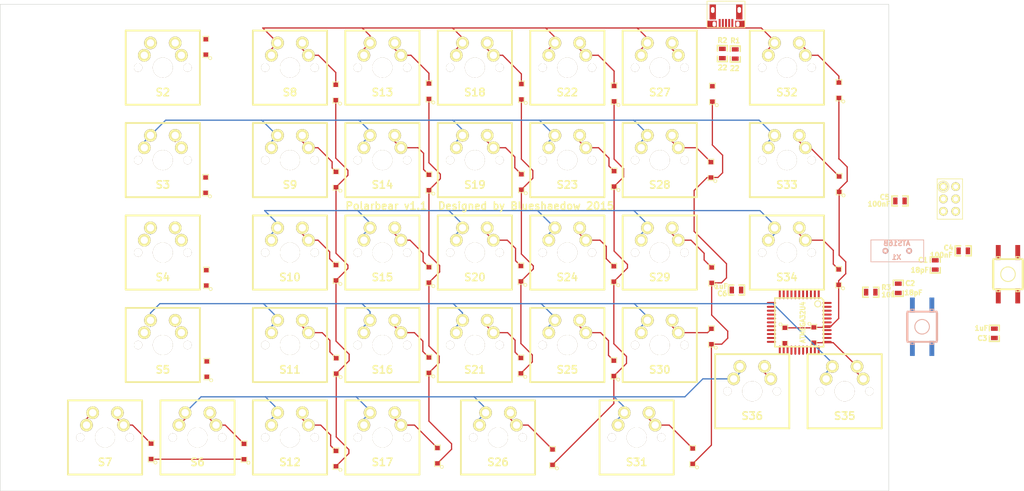
<source format=kicad_pcb>
(kicad_pcb (version 4) (host pcbnew 4.0.0-rc1-stable)

  (general
    (links 218)
    (no_connects 75)
    (area 52.949999 29.949999 235.657801 130.050001)
    (thickness 1.6)
    (drawings 5)
    (tracks 512)
    (zones 0)
    (modules 85)
    (nets 60)
  )

  (page A3)
  (layers
    (0 F.Cu signal)
    (31 B.Cu signal)
    (32 B.Adhes user hide)
    (33 F.Adhes user hide)
    (34 B.Paste user hide)
    (35 F.Paste user hide)
    (36 B.SilkS user)
    (37 F.SilkS user)
    (38 B.Mask user hide)
    (39 F.Mask user hide)
    (40 Dwgs.User user hide)
    (41 Cmts.User user hide)
    (42 Eco1.User user hide)
    (43 Eco2.User user hide)
    (44 Edge.Cuts user)
  )

  (setup
    (last_trace_width 0.635)
    (user_trace_width 0.381)
    (user_trace_width 0.635)
    (trace_clearance 0.254)
    (zone_clearance 0.508)
    (zone_45_only no)
    (trace_min 0.254)
    (segment_width 0.2)
    (edge_width 0.1)
    (via_size 0.889)
    (via_drill 0.635)
    (via_min_size 0.889)
    (via_min_drill 0.508)
    (uvia_size 0.508)
    (uvia_drill 0.127)
    (uvias_allowed no)
    (uvia_min_size 0.508)
    (uvia_min_drill 0.127)
    (pcb_text_width 0.3)
    (pcb_text_size 1.5 1.5)
    (mod_edge_width 0.15)
    (mod_text_size 1 1)
    (mod_text_width 0.15)
    (pad_size 1.2 1.2)
    (pad_drill 0.55)
    (pad_to_mask_clearance 0.3)
    (solder_mask_min_width 0.3)
    (aux_axis_origin 0 0)
    (grid_origin 53 30)
    (visible_elements 7FFFFFFF)
    (pcbplotparams
      (layerselection 0x010f0_80000001)
      (usegerberextensions true)
      (excludeedgelayer true)
      (linewidth 0.150000)
      (plotframeref false)
      (viasonmask false)
      (mode 1)
      (useauxorigin false)
      (hpglpennumber 1)
      (hpglpenspeed 20)
      (hpglpendiameter 15)
      (hpglpenoverlay 2)
      (psnegative false)
      (psa4output false)
      (plotreference true)
      (plotvalue true)
      (plotinvisibletext false)
      (padsonsilk false)
      (subtractmaskfromsilk false)
      (outputformat 1)
      (mirror false)
      (drillshape 0)
      (scaleselection 1)
      (outputdirectory gerber/))
  )

  (net 0 "")
  (net 1 GND)
  (net 2 VCC)
  (net 3 "Net-(C1-Pad1)")
  (net 4 "Net-(C2-Pad1)")
  (net 5 "Net-(C3-Pad1)")
  (net 6 "Net-(D1-Pad1)")
  (net 7 "Net-(D1-Pad2)")
  (net 8 "Net-(D2-Pad2)")
  (net 9 "Net-(D3-Pad2)")
  (net 10 "Net-(D4-Pad2)")
  (net 11 "Net-(D5-Pad2)")
  (net 12 "Net-(D6-Pad2)")
  (net 13 "Net-(D10-Pad1)")
  (net 14 "Net-(D7-Pad2)")
  (net 15 "Net-(D8-Pad2)")
  (net 16 "Net-(D9-Pad2)")
  (net 17 "Net-(D10-Pad2)")
  (net 18 "Net-(D11-Pad2)")
  (net 19 "Net-(D12-Pad1)")
  (net 20 "Net-(D12-Pad2)")
  (net 21 "Net-(D13-Pad2)")
  (net 22 "Net-(D14-Pad2)")
  (net 23 "Net-(D15-Pad2)")
  (net 24 "Net-(D16-Pad2)")
  (net 25 "Net-(D17-Pad1)")
  (net 26 "Net-(D17-Pad2)")
  (net 27 "Net-(D18-Pad2)")
  (net 28 "Net-(D19-Pad2)")
  (net 29 "Net-(D20-Pad2)")
  (net 30 "Net-(D21-Pad1)")
  (net 31 "Net-(D21-Pad2)")
  (net 32 "Net-(D22-Pad2)")
  (net 33 "Net-(D23-Pad2)")
  (net 34 "Net-(D24-Pad2)")
  (net 35 "Net-(D25-Pad2)")
  (net 36 "Net-(D26-Pad1)")
  (net 37 "Net-(D26-Pad2)")
  (net 38 "Net-(D27-Pad2)")
  (net 39 "Net-(D28-Pad2)")
  (net 40 "Net-(D29-Pad2)")
  (net 41 "Net-(D30-Pad2)")
  (net 42 "Net-(D31-Pad1)")
  (net 43 "Net-(D31-Pad2)")
  (net 44 "Net-(D32-Pad2)")
  (net 45 "Net-(D33-Pad2)")
  (net 46 "Net-(D34-Pad2)")
  (net 47 "Net-(D35-Pad2)")
  (net 48 /RESb)
  (net 49 "Net-(IC1-Pad28)")
  (net 50 /MOSI)
  (net 51 /MISO)
  (net 52 "Net-(IC1-Pad29)")
  (net 53 "Net-(IC1-Pad30)")
  (net 54 "Net-(IC1-Pad33)")
  (net 55 /SCK)
  (net 56 /D+)
  (net 57 /D-)
  (net 58 /RD+)
  (net 59 /RD-)

  (net_class Default "This is the default net class."
    (clearance 0.254)
    (trace_width 0.635)
    (via_dia 0.889)
    (via_drill 0.635)
    (uvia_dia 0.508)
    (uvia_drill 0.127)
    (add_net /D+)
    (add_net /D-)
    (add_net /MISO)
    (add_net /MOSI)
    (add_net /RD+)
    (add_net /RD-)
    (add_net /RESb)
    (add_net /SCK)
    (add_net GND)
    (add_net "Net-(C1-Pad1)")
    (add_net "Net-(C2-Pad1)")
    (add_net "Net-(C3-Pad1)")
    (add_net "Net-(D1-Pad1)")
    (add_net "Net-(D1-Pad2)")
    (add_net "Net-(D10-Pad1)")
    (add_net "Net-(D10-Pad2)")
    (add_net "Net-(D11-Pad2)")
    (add_net "Net-(D12-Pad1)")
    (add_net "Net-(D12-Pad2)")
    (add_net "Net-(D13-Pad2)")
    (add_net "Net-(D14-Pad2)")
    (add_net "Net-(D15-Pad2)")
    (add_net "Net-(D16-Pad2)")
    (add_net "Net-(D17-Pad1)")
    (add_net "Net-(D17-Pad2)")
    (add_net "Net-(D18-Pad2)")
    (add_net "Net-(D19-Pad2)")
    (add_net "Net-(D2-Pad2)")
    (add_net "Net-(D20-Pad2)")
    (add_net "Net-(D21-Pad1)")
    (add_net "Net-(D21-Pad2)")
    (add_net "Net-(D22-Pad2)")
    (add_net "Net-(D23-Pad2)")
    (add_net "Net-(D24-Pad2)")
    (add_net "Net-(D25-Pad2)")
    (add_net "Net-(D26-Pad1)")
    (add_net "Net-(D26-Pad2)")
    (add_net "Net-(D27-Pad2)")
    (add_net "Net-(D28-Pad2)")
    (add_net "Net-(D29-Pad2)")
    (add_net "Net-(D3-Pad2)")
    (add_net "Net-(D30-Pad2)")
    (add_net "Net-(D31-Pad1)")
    (add_net "Net-(D31-Pad2)")
    (add_net "Net-(D32-Pad2)")
    (add_net "Net-(D33-Pad2)")
    (add_net "Net-(D34-Pad2)")
    (add_net "Net-(D35-Pad2)")
    (add_net "Net-(D4-Pad2)")
    (add_net "Net-(D5-Pad2)")
    (add_net "Net-(D6-Pad2)")
    (add_net "Net-(D7-Pad2)")
    (add_net "Net-(D8-Pad2)")
    (add_net "Net-(D9-Pad2)")
    (add_net "Net-(IC1-Pad28)")
    (add_net "Net-(IC1-Pad29)")
    (add_net "Net-(IC1-Pad30)")
    (add_net "Net-(IC1-Pad33)")
  )

  (net_class Power ""
    (clearance 0.254)
    (trace_width 0.381)
    (via_dia 0.889)
    (via_drill 0.635)
    (uvia_dia 0.508)
    (uvia_drill 0.127)
    (add_net VCC)
  )

  (module lib_kicad_mod:SM0805 (layer F.Cu) (tedit 562EB7B9) (tstamp 54F0BD51)
    (at 245.15 83.55 270)
    (path /54E920B5)
    (attr smd)
    (fp_text reference C1 (at -1 2.51 360) (layer F.SilkS)
      (effects (font (size 1 1) (thickness 0.25)))
    )
    (fp_text value 18pF (at 1.06 3.19 360) (layer F.SilkS)
      (effects (font (size 1 1) (thickness 0.25)))
    )
    (fp_line (start 0.527 -1.016) (end 1.651 -1.016) (layer F.SilkS) (width 0.3))
    (fp_line (start 1.651 -1.016) (end 1.651 1.016) (layer F.SilkS) (width 0.3))
    (fp_line (start 1.651 1.016) (end 0.527 1.016) (layer F.SilkS) (width 0.3))
    (fp_line (start -0.554 -1.016) (end -1.651 -1.016) (layer F.SilkS) (width 0.3))
    (fp_line (start -1.651 -1.016) (end -1.651 1.016) (layer F.SilkS) (width 0.3))
    (fp_line (start -1.651 1.016) (end -0.554 1.016) (layer F.SilkS) (width 0.3))
    (pad 1 smd rect (at -0.9525 0 270) (size 0.889 1.397) (layers F.Cu F.Paste F.Mask)
      (net 3 "Net-(C1-Pad1)"))
    (pad 2 smd rect (at 0.9525 0 270) (size 0.889 1.397) (layers F.Cu F.Paste F.Mask)
      (net 1 GND))
    (model smd/chip_cms.wrl
      (at (xyz 0 0 0))
      (scale (xyz 0.1 0.1 0.1))
      (rotate (xyz 0 0 0))
    )
  )

  (module lib_kicad_mod:1N4148_SOD123 (layer F.Cu) (tedit 562AB7B3) (tstamp 562BB649)
    (at 214.25 98.05 270)
    (path /54E94A8B)
    (attr smd)
    (fp_text reference D35 (at 0 -0.4 270) (layer F.SilkS) hide
      (effects (font (size 0.50038 0.50038) (thickness 0.10922)))
    )
    (fp_text value 1N4148 (at 0 0.381 270) (layer F.SilkS) hide
      (effects (font (size 0.50038 0.50038) (thickness 0.10922)))
    )
    (fp_circle (center -2.3 0.9) (end -2 1) (layer F.SilkS) (width 0.15))
    (fp_line (start 1.1 -0.6) (end 2.2 -0.6) (layer F.SilkS) (width 0.15))
    (fp_line (start 2.2 -0.6) (end 2.2 0.6) (layer F.SilkS) (width 0.15))
    (fp_line (start 2.2 0.6) (end 1.1 0.6) (layer F.SilkS) (width 0.15))
    (fp_line (start -1.1 -0.6) (end -2.2 -0.6) (layer F.SilkS) (width 0.15))
    (fp_line (start -2.2 -0.6) (end -2.2 0.6) (layer F.SilkS) (width 0.15))
    (fp_line (start -2.2 0.6) (end -1.1 0.6) (layer F.SilkS) (width 0.15))
    (pad 1 smd rect (at -1.575 0 270) (size 0.9 0.95) (layers F.Cu F.Paste F.Mask)
      (net 42 "Net-(D31-Pad1)"))
    (pad 2 smd rect (at 1.575 0 270) (size 0.9 0.95) (layers F.Cu F.Paste F.Mask)
      (net 47 "Net-(D35-Pad2)"))
    (model smd/chip_cms.wrl
      (at (xyz 0 0 0))
      (scale (xyz 0.1 0.1 0.1))
      (rotate (xyz 0 0 0))
    )
  )

  (module lib_kicad_mod:1N4148_SOD123 (layer F.Cu) (tedit 562AB7B3) (tstamp 562BB644)
    (at 220.2 97.95 270)
    (path /54E949ED)
    (attr smd)
    (fp_text reference D34 (at 0 -0.4 270) (layer F.SilkS) hide
      (effects (font (size 0.50038 0.50038) (thickness 0.10922)))
    )
    (fp_text value 1N4148 (at 0 0.381 270) (layer F.SilkS) hide
      (effects (font (size 0.50038 0.50038) (thickness 0.10922)))
    )
    (fp_circle (center -2.3 0.9) (end -2 1) (layer F.SilkS) (width 0.15))
    (fp_line (start 1.1 -0.6) (end 2.2 -0.6) (layer F.SilkS) (width 0.15))
    (fp_line (start 2.2 -0.6) (end 2.2 0.6) (layer F.SilkS) (width 0.15))
    (fp_line (start 2.2 0.6) (end 1.1 0.6) (layer F.SilkS) (width 0.15))
    (fp_line (start -1.1 -0.6) (end -2.2 -0.6) (layer F.SilkS) (width 0.15))
    (fp_line (start -2.2 -0.6) (end -2.2 0.6) (layer F.SilkS) (width 0.15))
    (fp_line (start -2.2 0.6) (end -1.1 0.6) (layer F.SilkS) (width 0.15))
    (pad 1 smd rect (at -1.575 0 270) (size 0.9 0.95) (layers F.Cu F.Paste F.Mask)
      (net 42 "Net-(D31-Pad1)"))
    (pad 2 smd rect (at 1.575 0 270) (size 0.9 0.95) (layers F.Cu F.Paste F.Mask)
      (net 46 "Net-(D34-Pad2)"))
    (model smd/chip_cms.wrl
      (at (xyz 0 0 0))
      (scale (xyz 0.1 0.1 0.1))
      (rotate (xyz 0 0 0))
    )
  )

  (module lib_kicad_mod:1N4148_SOD123 (layer F.Cu) (tedit 562AB7B3) (tstamp 562BB63F)
    (at 225.3 86.05 90)
    (path /54E94995)
    (attr smd)
    (fp_text reference D33 (at 0 -0.4 90) (layer F.SilkS) hide
      (effects (font (size 0.50038 0.50038) (thickness 0.10922)))
    )
    (fp_text value 1N4148 (at 0 0.381 90) (layer F.SilkS) hide
      (effects (font (size 0.50038 0.50038) (thickness 0.10922)))
    )
    (fp_circle (center -2.3 0.9) (end -2 1) (layer F.SilkS) (width 0.15))
    (fp_line (start 1.1 -0.6) (end 2.2 -0.6) (layer F.SilkS) (width 0.15))
    (fp_line (start 2.2 -0.6) (end 2.2 0.6) (layer F.SilkS) (width 0.15))
    (fp_line (start 2.2 0.6) (end 1.1 0.6) (layer F.SilkS) (width 0.15))
    (fp_line (start -1.1 -0.6) (end -2.2 -0.6) (layer F.SilkS) (width 0.15))
    (fp_line (start -2.2 -0.6) (end -2.2 0.6) (layer F.SilkS) (width 0.15))
    (fp_line (start -2.2 0.6) (end -1.1 0.6) (layer F.SilkS) (width 0.15))
    (pad 1 smd rect (at -1.575 0 90) (size 0.9 0.95) (layers F.Cu F.Paste F.Mask)
      (net 42 "Net-(D31-Pad1)"))
    (pad 2 smd rect (at 1.575 0 90) (size 0.9 0.95) (layers F.Cu F.Paste F.Mask)
      (net 45 "Net-(D33-Pad2)"))
    (model smd/chip_cms.wrl
      (at (xyz 0 0 0))
      (scale (xyz 0.1 0.1 0.1))
      (rotate (xyz 0 0 0))
    )
  )

  (module lib_kicad_mod:1N4148_SOD123 (layer F.Cu) (tedit 562AB7B3) (tstamp 562BB63A)
    (at 225.4 66.95 90)
    (path /54E9498F)
    (attr smd)
    (fp_text reference D32 (at 0 -0.4 90) (layer F.SilkS) hide
      (effects (font (size 0.50038 0.50038) (thickness 0.10922)))
    )
    (fp_text value 1N4148 (at 0 0.381 90) (layer F.SilkS) hide
      (effects (font (size 0.50038 0.50038) (thickness 0.10922)))
    )
    (fp_circle (center -2.3 0.9) (end -2 1) (layer F.SilkS) (width 0.15))
    (fp_line (start 1.1 -0.6) (end 2.2 -0.6) (layer F.SilkS) (width 0.15))
    (fp_line (start 2.2 -0.6) (end 2.2 0.6) (layer F.SilkS) (width 0.15))
    (fp_line (start 2.2 0.6) (end 1.1 0.6) (layer F.SilkS) (width 0.15))
    (fp_line (start -1.1 -0.6) (end -2.2 -0.6) (layer F.SilkS) (width 0.15))
    (fp_line (start -2.2 -0.6) (end -2.2 0.6) (layer F.SilkS) (width 0.15))
    (fp_line (start -2.2 0.6) (end -1.1 0.6) (layer F.SilkS) (width 0.15))
    (pad 1 smd rect (at -1.575 0 90) (size 0.9 0.95) (layers F.Cu F.Paste F.Mask)
      (net 42 "Net-(D31-Pad1)"))
    (pad 2 smd rect (at 1.575 0 90) (size 0.9 0.95) (layers F.Cu F.Paste F.Mask)
      (net 44 "Net-(D32-Pad2)"))
    (model smd/chip_cms.wrl
      (at (xyz 0 0 0))
      (scale (xyz 0.1 0.1 0.1))
      (rotate (xyz 0 0 0))
    )
  )

  (module lib_kicad_mod:1N4148_SOD123 (layer F.Cu) (tedit 562AB7B3) (tstamp 562BB635)
    (at 225.35 47.65 90)
    (path /54E942B4)
    (attr smd)
    (fp_text reference D31 (at 0 -0.4 90) (layer F.SilkS) hide
      (effects (font (size 0.50038 0.50038) (thickness 0.10922)))
    )
    (fp_text value 1N4148 (at 0 0.381 90) (layer F.SilkS) hide
      (effects (font (size 0.50038 0.50038) (thickness 0.10922)))
    )
    (fp_circle (center -2.3 0.9) (end -2 1) (layer F.SilkS) (width 0.15))
    (fp_line (start 1.1 -0.6) (end 2.2 -0.6) (layer F.SilkS) (width 0.15))
    (fp_line (start 2.2 -0.6) (end 2.2 0.6) (layer F.SilkS) (width 0.15))
    (fp_line (start 2.2 0.6) (end 1.1 0.6) (layer F.SilkS) (width 0.15))
    (fp_line (start -1.1 -0.6) (end -2.2 -0.6) (layer F.SilkS) (width 0.15))
    (fp_line (start -2.2 -0.6) (end -2.2 0.6) (layer F.SilkS) (width 0.15))
    (fp_line (start -2.2 0.6) (end -1.1 0.6) (layer F.SilkS) (width 0.15))
    (pad 1 smd rect (at -1.575 0 90) (size 0.9 0.95) (layers F.Cu F.Paste F.Mask)
      (net 42 "Net-(D31-Pad1)"))
    (pad 2 smd rect (at 1.575 0 90) (size 0.9 0.95) (layers F.Cu F.Paste F.Mask)
      (net 43 "Net-(D31-Pad2)"))
    (model smd/chip_cms.wrl
      (at (xyz 0 0 0))
      (scale (xyz 0.1 0.1 0.1))
      (rotate (xyz 0 0 0))
    )
  )

  (module lib_kicad_mod:1N4148_SOD123 (layer F.Cu) (tedit 562AB7B3) (tstamp 562BB630)
    (at 195.3 122.85 90)
    (path /54E949F3)
    (attr smd)
    (fp_text reference D30 (at 0 -0.4 90) (layer F.SilkS) hide
      (effects (font (size 0.50038 0.50038) (thickness 0.10922)))
    )
    (fp_text value 1N4148 (at 0 0.381 90) (layer F.SilkS) hide
      (effects (font (size 0.50038 0.50038) (thickness 0.10922)))
    )
    (fp_circle (center -2.3 0.9) (end -2 1) (layer F.SilkS) (width 0.15))
    (fp_line (start 1.1 -0.6) (end 2.2 -0.6) (layer F.SilkS) (width 0.15))
    (fp_line (start 2.2 -0.6) (end 2.2 0.6) (layer F.SilkS) (width 0.15))
    (fp_line (start 2.2 0.6) (end 1.1 0.6) (layer F.SilkS) (width 0.15))
    (fp_line (start -1.1 -0.6) (end -2.2 -0.6) (layer F.SilkS) (width 0.15))
    (fp_line (start -2.2 -0.6) (end -2.2 0.6) (layer F.SilkS) (width 0.15))
    (fp_line (start -2.2 0.6) (end -1.1 0.6) (layer F.SilkS) (width 0.15))
    (pad 1 smd rect (at -1.575 0 90) (size 0.9 0.95) (layers F.Cu F.Paste F.Mask)
      (net 36 "Net-(D26-Pad1)"))
    (pad 2 smd rect (at 1.575 0 90) (size 0.9 0.95) (layers F.Cu F.Paste F.Mask)
      (net 41 "Net-(D30-Pad2)"))
    (model smd/chip_cms.wrl
      (at (xyz 0 0 0))
      (scale (xyz 0.1 0.1 0.1))
      (rotate (xyz 0 0 0))
    )
  )

  (module lib_kicad_mod:1N4148_SOD123 (layer F.Cu) (tedit 562AB7B3) (tstamp 562BB62B)
    (at 199.15 98.25 90)
    (path /54E949E7)
    (attr smd)
    (fp_text reference D29 (at 0 -0.4 90) (layer F.SilkS) hide
      (effects (font (size 0.50038 0.50038) (thickness 0.10922)))
    )
    (fp_text value 1N4148 (at 0 0.381 90) (layer F.SilkS) hide
      (effects (font (size 0.50038 0.50038) (thickness 0.10922)))
    )
    (fp_circle (center -2.3 0.9) (end -2 1) (layer F.SilkS) (width 0.15))
    (fp_line (start 1.1 -0.6) (end 2.2 -0.6) (layer F.SilkS) (width 0.15))
    (fp_line (start 2.2 -0.6) (end 2.2 0.6) (layer F.SilkS) (width 0.15))
    (fp_line (start 2.2 0.6) (end 1.1 0.6) (layer F.SilkS) (width 0.15))
    (fp_line (start -1.1 -0.6) (end -2.2 -0.6) (layer F.SilkS) (width 0.15))
    (fp_line (start -2.2 -0.6) (end -2.2 0.6) (layer F.SilkS) (width 0.15))
    (fp_line (start -2.2 0.6) (end -1.1 0.6) (layer F.SilkS) (width 0.15))
    (pad 1 smd rect (at -1.575 0 90) (size 0.9 0.95) (layers F.Cu F.Paste F.Mask)
      (net 36 "Net-(D26-Pad1)"))
    (pad 2 smd rect (at 1.575 0 90) (size 0.9 0.95) (layers F.Cu F.Paste F.Mask)
      (net 40 "Net-(D29-Pad2)"))
    (model smd/chip_cms.wrl
      (at (xyz 0 0 0))
      (scale (xyz 0.1 0.1 0.1))
      (rotate (xyz 0 0 0))
    )
  )

  (module lib_kicad_mod:1N4148_SOD123 (layer F.Cu) (tedit 562AB7B3) (tstamp 562BB626)
    (at 199.2 85.65 90)
    (path /54E9499B)
    (attr smd)
    (fp_text reference D28 (at 0 -0.4 90) (layer F.SilkS) hide
      (effects (font (size 0.50038 0.50038) (thickness 0.10922)))
    )
    (fp_text value 1N4148 (at 0 0.381 90) (layer F.SilkS) hide
      (effects (font (size 0.50038 0.50038) (thickness 0.10922)))
    )
    (fp_circle (center -2.3 0.9) (end -2 1) (layer F.SilkS) (width 0.15))
    (fp_line (start 1.1 -0.6) (end 2.2 -0.6) (layer F.SilkS) (width 0.15))
    (fp_line (start 2.2 -0.6) (end 2.2 0.6) (layer F.SilkS) (width 0.15))
    (fp_line (start 2.2 0.6) (end 1.1 0.6) (layer F.SilkS) (width 0.15))
    (fp_line (start -1.1 -0.6) (end -2.2 -0.6) (layer F.SilkS) (width 0.15))
    (fp_line (start -2.2 -0.6) (end -2.2 0.6) (layer F.SilkS) (width 0.15))
    (fp_line (start -2.2 0.6) (end -1.1 0.6) (layer F.SilkS) (width 0.15))
    (pad 1 smd rect (at -1.575 0 90) (size 0.9 0.95) (layers F.Cu F.Paste F.Mask)
      (net 36 "Net-(D26-Pad1)"))
    (pad 2 smd rect (at 1.575 0 90) (size 0.9 0.95) (layers F.Cu F.Paste F.Mask)
      (net 39 "Net-(D28-Pad2)"))
    (model smd/chip_cms.wrl
      (at (xyz 0 0 0))
      (scale (xyz 0.1 0.1 0.1))
      (rotate (xyz 0 0 0))
    )
  )

  (module lib_kicad_mod:1N4148_SOD123 (layer F.Cu) (tedit 562AB7B3) (tstamp 562BB621)
    (at 199.05 64 90)
    (path /54E94989)
    (attr smd)
    (fp_text reference D27 (at 0 -0.4 90) (layer F.SilkS) hide
      (effects (font (size 0.50038 0.50038) (thickness 0.10922)))
    )
    (fp_text value 1N4148 (at 0 0.381 90) (layer F.SilkS) hide
      (effects (font (size 0.50038 0.50038) (thickness 0.10922)))
    )
    (fp_circle (center -2.3 0.9) (end -2 1) (layer F.SilkS) (width 0.15))
    (fp_line (start 1.1 -0.6) (end 2.2 -0.6) (layer F.SilkS) (width 0.15))
    (fp_line (start 2.2 -0.6) (end 2.2 0.6) (layer F.SilkS) (width 0.15))
    (fp_line (start 2.2 0.6) (end 1.1 0.6) (layer F.SilkS) (width 0.15))
    (fp_line (start -1.1 -0.6) (end -2.2 -0.6) (layer F.SilkS) (width 0.15))
    (fp_line (start -2.2 -0.6) (end -2.2 0.6) (layer F.SilkS) (width 0.15))
    (fp_line (start -2.2 0.6) (end -1.1 0.6) (layer F.SilkS) (width 0.15))
    (pad 1 smd rect (at -1.575 0 90) (size 0.9 0.95) (layers F.Cu F.Paste F.Mask)
      (net 36 "Net-(D26-Pad1)"))
    (pad 2 smd rect (at 1.575 0 90) (size 0.9 0.95) (layers F.Cu F.Paste F.Mask)
      (net 38 "Net-(D27-Pad2)"))
    (model smd/chip_cms.wrl
      (at (xyz 0 0 0))
      (scale (xyz 0.1 0.1 0.1))
      (rotate (xyz 0 0 0))
    )
  )

  (module lib_kicad_mod:1N4148_SOD123 (layer F.Cu) (tedit 562AB7B3) (tstamp 562BB61C)
    (at 199.35 48.4 90)
    (path /54E942AE)
    (attr smd)
    (fp_text reference D26 (at 0 -0.4 90) (layer F.SilkS) hide
      (effects (font (size 0.50038 0.50038) (thickness 0.10922)))
    )
    (fp_text value 1N4148 (at 0 0.381 90) (layer F.SilkS) hide
      (effects (font (size 0.50038 0.50038) (thickness 0.10922)))
    )
    (fp_circle (center -2.3 0.9) (end -2 1) (layer F.SilkS) (width 0.15))
    (fp_line (start 1.1 -0.6) (end 2.2 -0.6) (layer F.SilkS) (width 0.15))
    (fp_line (start 2.2 -0.6) (end 2.2 0.6) (layer F.SilkS) (width 0.15))
    (fp_line (start 2.2 0.6) (end 1.1 0.6) (layer F.SilkS) (width 0.15))
    (fp_line (start -1.1 -0.6) (end -2.2 -0.6) (layer F.SilkS) (width 0.15))
    (fp_line (start -2.2 -0.6) (end -2.2 0.6) (layer F.SilkS) (width 0.15))
    (fp_line (start -2.2 0.6) (end -1.1 0.6) (layer F.SilkS) (width 0.15))
    (pad 1 smd rect (at -1.575 0 90) (size 0.9 0.95) (layers F.Cu F.Paste F.Mask)
      (net 36 "Net-(D26-Pad1)"))
    (pad 2 smd rect (at 1.575 0 90) (size 0.9 0.95) (layers F.Cu F.Paste F.Mask)
      (net 37 "Net-(D26-Pad2)"))
    (model smd/chip_cms.wrl
      (at (xyz 0 0 0))
      (scale (xyz 0.1 0.1 0.1))
      (rotate (xyz 0 0 0))
    )
  )

  (module lib_kicad_mod:1N4148_SOD123 (layer F.Cu) (tedit 562AB7B3) (tstamp 562BB617)
    (at 166.5 123.05 90)
    (path /54E94A91)
    (attr smd)
    (fp_text reference D25 (at 0 -0.4 90) (layer F.SilkS) hide
      (effects (font (size 0.50038 0.50038) (thickness 0.10922)))
    )
    (fp_text value 1N4148 (at 0 0.381 90) (layer F.SilkS) hide
      (effects (font (size 0.50038 0.50038) (thickness 0.10922)))
    )
    (fp_circle (center -2.3 0.9) (end -2 1) (layer F.SilkS) (width 0.15))
    (fp_line (start 1.1 -0.6) (end 2.2 -0.6) (layer F.SilkS) (width 0.15))
    (fp_line (start 2.2 -0.6) (end 2.2 0.6) (layer F.SilkS) (width 0.15))
    (fp_line (start 2.2 0.6) (end 1.1 0.6) (layer F.SilkS) (width 0.15))
    (fp_line (start -1.1 -0.6) (end -2.2 -0.6) (layer F.SilkS) (width 0.15))
    (fp_line (start -2.2 -0.6) (end -2.2 0.6) (layer F.SilkS) (width 0.15))
    (fp_line (start -2.2 0.6) (end -1.1 0.6) (layer F.SilkS) (width 0.15))
    (pad 1 smd rect (at -1.575 0 90) (size 0.9 0.95) (layers F.Cu F.Paste F.Mask)
      (net 30 "Net-(D21-Pad1)"))
    (pad 2 smd rect (at 1.575 0 90) (size 0.9 0.95) (layers F.Cu F.Paste F.Mask)
      (net 35 "Net-(D25-Pad2)"))
    (model smd/chip_cms.wrl
      (at (xyz 0 0 0))
      (scale (xyz 0.1 0.1 0.1))
      (rotate (xyz 0 0 0))
    )
  )

  (module lib_kicad_mod:1N4148_SOD123 (layer F.Cu) (tedit 562AB7B3) (tstamp 562BB612)
    (at 179.15 65.85 90)
    (path /54E94983)
    (attr smd)
    (fp_text reference D24 (at 0 -0.4 90) (layer F.SilkS) hide
      (effects (font (size 0.50038 0.50038) (thickness 0.10922)))
    )
    (fp_text value 1N4148 (at 0 0.381 90) (layer F.SilkS) hide
      (effects (font (size 0.50038 0.50038) (thickness 0.10922)))
    )
    (fp_circle (center -2.3 0.9) (end -2 1) (layer F.SilkS) (width 0.15))
    (fp_line (start 1.1 -0.6) (end 2.2 -0.6) (layer F.SilkS) (width 0.15))
    (fp_line (start 2.2 -0.6) (end 2.2 0.6) (layer F.SilkS) (width 0.15))
    (fp_line (start 2.2 0.6) (end 1.1 0.6) (layer F.SilkS) (width 0.15))
    (fp_line (start -1.1 -0.6) (end -2.2 -0.6) (layer F.SilkS) (width 0.15))
    (fp_line (start -2.2 -0.6) (end -2.2 0.6) (layer F.SilkS) (width 0.15))
    (fp_line (start -2.2 0.6) (end -1.1 0.6) (layer F.SilkS) (width 0.15))
    (pad 1 smd rect (at -1.575 0 90) (size 0.9 0.95) (layers F.Cu F.Paste F.Mask)
      (net 30 "Net-(D21-Pad1)"))
    (pad 2 smd rect (at 1.575 0 90) (size 0.9 0.95) (layers F.Cu F.Paste F.Mask)
      (net 34 "Net-(D24-Pad2)"))
    (model smd/chip_cms.wrl
      (at (xyz 0 0 0))
      (scale (xyz 0.1 0.1 0.1))
      (rotate (xyz 0 0 0))
    )
  )

  (module lib_kicad_mod:1N4148_SOD123 (layer F.Cu) (tedit 562AB7B3) (tstamp 562BB60D)
    (at 179.1 104.8 90)
    (path /54E949E1)
    (attr smd)
    (fp_text reference D23 (at 0 -0.4 90) (layer F.SilkS) hide
      (effects (font (size 0.50038 0.50038) (thickness 0.10922)))
    )
    (fp_text value 1N4148 (at 0 0.381 90) (layer F.SilkS) hide
      (effects (font (size 0.50038 0.50038) (thickness 0.10922)))
    )
    (fp_circle (center -2.3 0.9) (end -2 1) (layer F.SilkS) (width 0.15))
    (fp_line (start 1.1 -0.6) (end 2.2 -0.6) (layer F.SilkS) (width 0.15))
    (fp_line (start 2.2 -0.6) (end 2.2 0.6) (layer F.SilkS) (width 0.15))
    (fp_line (start 2.2 0.6) (end 1.1 0.6) (layer F.SilkS) (width 0.15))
    (fp_line (start -1.1 -0.6) (end -2.2 -0.6) (layer F.SilkS) (width 0.15))
    (fp_line (start -2.2 -0.6) (end -2.2 0.6) (layer F.SilkS) (width 0.15))
    (fp_line (start -2.2 0.6) (end -1.1 0.6) (layer F.SilkS) (width 0.15))
    (pad 1 smd rect (at -1.575 0 90) (size 0.9 0.95) (layers F.Cu F.Paste F.Mask)
      (net 30 "Net-(D21-Pad1)"))
    (pad 2 smd rect (at 1.575 0 90) (size 0.9 0.95) (layers F.Cu F.Paste F.Mask)
      (net 33 "Net-(D23-Pad2)"))
    (model smd/chip_cms.wrl
      (at (xyz 0 0 0))
      (scale (xyz 0.1 0.1 0.1))
      (rotate (xyz 0 0 0))
    )
  )

  (module lib_kicad_mod:1N4148_SOD123 (layer F.Cu) (tedit 562AB7B3) (tstamp 562BB608)
    (at 179.1 85.4 90)
    (path /54E949A1)
    (attr smd)
    (fp_text reference D22 (at 0 -0.4 90) (layer F.SilkS) hide
      (effects (font (size 0.50038 0.50038) (thickness 0.10922)))
    )
    (fp_text value 1N4148 (at 0 0.381 90) (layer F.SilkS) hide
      (effects (font (size 0.50038 0.50038) (thickness 0.10922)))
    )
    (fp_circle (center -2.3 0.9) (end -2 1) (layer F.SilkS) (width 0.15))
    (fp_line (start 1.1 -0.6) (end 2.2 -0.6) (layer F.SilkS) (width 0.15))
    (fp_line (start 2.2 -0.6) (end 2.2 0.6) (layer F.SilkS) (width 0.15))
    (fp_line (start 2.2 0.6) (end 1.1 0.6) (layer F.SilkS) (width 0.15))
    (fp_line (start -1.1 -0.6) (end -2.2 -0.6) (layer F.SilkS) (width 0.15))
    (fp_line (start -2.2 -0.6) (end -2.2 0.6) (layer F.SilkS) (width 0.15))
    (fp_line (start -2.2 0.6) (end -1.1 0.6) (layer F.SilkS) (width 0.15))
    (pad 1 smd rect (at -1.575 0 90) (size 0.9 0.95) (layers F.Cu F.Paste F.Mask)
      (net 30 "Net-(D21-Pad1)"))
    (pad 2 smd rect (at 1.575 0 90) (size 0.9 0.95) (layers F.Cu F.Paste F.Mask)
      (net 32 "Net-(D22-Pad2)"))
    (model smd/chip_cms.wrl
      (at (xyz 0 0 0))
      (scale (xyz 0.1 0.1 0.1))
      (rotate (xyz 0 0 0))
    )
  )

  (module lib_kicad_mod:1N4148_SOD123 (layer F.Cu) (tedit 562AB7B3) (tstamp 562BB603)
    (at 179.15 48.35 90)
    (path /54E942A8)
    (attr smd)
    (fp_text reference D21 (at 0 -0.4 90) (layer F.SilkS) hide
      (effects (font (size 0.50038 0.50038) (thickness 0.10922)))
    )
    (fp_text value 1N4148 (at 0 0.381 90) (layer F.SilkS) hide
      (effects (font (size 0.50038 0.50038) (thickness 0.10922)))
    )
    (fp_circle (center -2.3 0.9) (end -2 1) (layer F.SilkS) (width 0.15))
    (fp_line (start 1.1 -0.6) (end 2.2 -0.6) (layer F.SilkS) (width 0.15))
    (fp_line (start 2.2 -0.6) (end 2.2 0.6) (layer F.SilkS) (width 0.15))
    (fp_line (start 2.2 0.6) (end 1.1 0.6) (layer F.SilkS) (width 0.15))
    (fp_line (start -1.1 -0.6) (end -2.2 -0.6) (layer F.SilkS) (width 0.15))
    (fp_line (start -2.2 -0.6) (end -2.2 0.6) (layer F.SilkS) (width 0.15))
    (fp_line (start -2.2 0.6) (end -1.1 0.6) (layer F.SilkS) (width 0.15))
    (pad 1 smd rect (at -1.575 0 90) (size 0.9 0.95) (layers F.Cu F.Paste F.Mask)
      (net 30 "Net-(D21-Pad1)"))
    (pad 2 smd rect (at 1.575 0 90) (size 0.9 0.95) (layers F.Cu F.Paste F.Mask)
      (net 31 "Net-(D21-Pad2)"))
    (model smd/chip_cms.wrl
      (at (xyz 0 0 0))
      (scale (xyz 0.1 0.1 0.1))
      (rotate (xyz 0 0 0))
    )
  )

  (module lib_kicad_mod:1N4148_SOD123 (layer F.Cu) (tedit 562AB7B3) (tstamp 562BB5FE)
    (at 160 104.25 90)
    (path /54E949DB)
    (attr smd)
    (fp_text reference D20 (at 0 -0.4 90) (layer F.SilkS) hide
      (effects (font (size 0.50038 0.50038) (thickness 0.10922)))
    )
    (fp_text value 1N4148 (at 0 0.381 90) (layer F.SilkS) hide
      (effects (font (size 0.50038 0.50038) (thickness 0.10922)))
    )
    (fp_circle (center -2.3 0.9) (end -2 1) (layer F.SilkS) (width 0.15))
    (fp_line (start 1.1 -0.6) (end 2.2 -0.6) (layer F.SilkS) (width 0.15))
    (fp_line (start 2.2 -0.6) (end 2.2 0.6) (layer F.SilkS) (width 0.15))
    (fp_line (start 2.2 0.6) (end 1.1 0.6) (layer F.SilkS) (width 0.15))
    (fp_line (start -1.1 -0.6) (end -2.2 -0.6) (layer F.SilkS) (width 0.15))
    (fp_line (start -2.2 -0.6) (end -2.2 0.6) (layer F.SilkS) (width 0.15))
    (fp_line (start -2.2 0.6) (end -1.1 0.6) (layer F.SilkS) (width 0.15))
    (pad 1 smd rect (at -1.575 0 90) (size 0.9 0.95) (layers F.Cu F.Paste F.Mask)
      (net 25 "Net-(D17-Pad1)"))
    (pad 2 smd rect (at 1.575 0 90) (size 0.9 0.95) (layers F.Cu F.Paste F.Mask)
      (net 29 "Net-(D20-Pad2)"))
    (model smd/chip_cms.wrl
      (at (xyz 0 0 0))
      (scale (xyz 0.1 0.1 0.1))
      (rotate (xyz 0 0 0))
    )
  )

  (module lib_kicad_mod:1N4148_SOD123 (layer F.Cu) (tedit 562AB7B3) (tstamp 562BB5F9)
    (at 160 85.35 90)
    (path /54E949A7)
    (attr smd)
    (fp_text reference D19 (at 0 -0.4 90) (layer F.SilkS) hide
      (effects (font (size 0.50038 0.50038) (thickness 0.10922)))
    )
    (fp_text value 1N4148 (at 0 0.381 90) (layer F.SilkS) hide
      (effects (font (size 0.50038 0.50038) (thickness 0.10922)))
    )
    (fp_circle (center -2.3 0.9) (end -2 1) (layer F.SilkS) (width 0.15))
    (fp_line (start 1.1 -0.6) (end 2.2 -0.6) (layer F.SilkS) (width 0.15))
    (fp_line (start 2.2 -0.6) (end 2.2 0.6) (layer F.SilkS) (width 0.15))
    (fp_line (start 2.2 0.6) (end 1.1 0.6) (layer F.SilkS) (width 0.15))
    (fp_line (start -1.1 -0.6) (end -2.2 -0.6) (layer F.SilkS) (width 0.15))
    (fp_line (start -2.2 -0.6) (end -2.2 0.6) (layer F.SilkS) (width 0.15))
    (fp_line (start -2.2 0.6) (end -1.1 0.6) (layer F.SilkS) (width 0.15))
    (pad 1 smd rect (at -1.575 0 90) (size 0.9 0.95) (layers F.Cu F.Paste F.Mask)
      (net 25 "Net-(D17-Pad1)"))
    (pad 2 smd rect (at 1.575 0 90) (size 0.9 0.95) (layers F.Cu F.Paste F.Mask)
      (net 28 "Net-(D19-Pad2)"))
    (model smd/chip_cms.wrl
      (at (xyz 0 0 0))
      (scale (xyz 0.1 0.1 0.1))
      (rotate (xyz 0 0 0))
    )
  )

  (module lib_kicad_mod:1N4148_SOD123 (layer F.Cu) (tedit 562AB7B3) (tstamp 562BB5F4)
    (at 160.1 66.5 90)
    (path /54E9497D)
    (attr smd)
    (fp_text reference D18 (at 0 -0.4 90) (layer F.SilkS) hide
      (effects (font (size 0.50038 0.50038) (thickness 0.10922)))
    )
    (fp_text value 1N4148 (at 0 0.381 90) (layer F.SilkS) hide
      (effects (font (size 0.50038 0.50038) (thickness 0.10922)))
    )
    (fp_circle (center -2.3 0.9) (end -2 1) (layer F.SilkS) (width 0.15))
    (fp_line (start 1.1 -0.6) (end 2.2 -0.6) (layer F.SilkS) (width 0.15))
    (fp_line (start 2.2 -0.6) (end 2.2 0.6) (layer F.SilkS) (width 0.15))
    (fp_line (start 2.2 0.6) (end 1.1 0.6) (layer F.SilkS) (width 0.15))
    (fp_line (start -1.1 -0.6) (end -2.2 -0.6) (layer F.SilkS) (width 0.15))
    (fp_line (start -2.2 -0.6) (end -2.2 0.6) (layer F.SilkS) (width 0.15))
    (fp_line (start -2.2 0.6) (end -1.1 0.6) (layer F.SilkS) (width 0.15))
    (pad 1 smd rect (at -1.575 0 90) (size 0.9 0.95) (layers F.Cu F.Paste F.Mask)
      (net 25 "Net-(D17-Pad1)"))
    (pad 2 smd rect (at 1.575 0 90) (size 0.9 0.95) (layers F.Cu F.Paste F.Mask)
      (net 27 "Net-(D18-Pad2)"))
    (model smd/chip_cms.wrl
      (at (xyz 0 0 0))
      (scale (xyz 0.1 0.1 0.1))
      (rotate (xyz 0 0 0))
    )
  )

  (module lib_kicad_mod:1N4148_SOD123 (layer F.Cu) (tedit 562AB7B3) (tstamp 562BB5EF)
    (at 160.1 47.95 90)
    (path /54E942A2)
    (attr smd)
    (fp_text reference D17 (at 0 -0.4 90) (layer F.SilkS) hide
      (effects (font (size 0.50038 0.50038) (thickness 0.10922)))
    )
    (fp_text value 1N4148 (at 0 0.381 90) (layer F.SilkS) hide
      (effects (font (size 0.50038 0.50038) (thickness 0.10922)))
    )
    (fp_circle (center -2.3 0.9) (end -2 1) (layer F.SilkS) (width 0.15))
    (fp_line (start 1.1 -0.6) (end 2.2 -0.6) (layer F.SilkS) (width 0.15))
    (fp_line (start 2.2 -0.6) (end 2.2 0.6) (layer F.SilkS) (width 0.15))
    (fp_line (start 2.2 0.6) (end 1.1 0.6) (layer F.SilkS) (width 0.15))
    (fp_line (start -1.1 -0.6) (end -2.2 -0.6) (layer F.SilkS) (width 0.15))
    (fp_line (start -2.2 -0.6) (end -2.2 0.6) (layer F.SilkS) (width 0.15))
    (fp_line (start -2.2 0.6) (end -1.1 0.6) (layer F.SilkS) (width 0.15))
    (pad 1 smd rect (at -1.575 0 90) (size 0.9 0.95) (layers F.Cu F.Paste F.Mask)
      (net 25 "Net-(D17-Pad1)"))
    (pad 2 smd rect (at 1.575 0 90) (size 0.9 0.95) (layers F.Cu F.Paste F.Mask)
      (net 26 "Net-(D17-Pad2)"))
    (model smd/chip_cms.wrl
      (at (xyz 0 0 0))
      (scale (xyz 0.1 0.1 0.1))
      (rotate (xyz 0 0 0))
    )
  )

  (module lib_kicad_mod:1N4148_SOD123 (layer F.Cu) (tedit 562AB7B3) (tstamp 562BB5EA)
    (at 142.85 122.75 90)
    (path /54E94A97)
    (attr smd)
    (fp_text reference D16 (at 0 -0.4 90) (layer F.SilkS) hide
      (effects (font (size 0.50038 0.50038) (thickness 0.10922)))
    )
    (fp_text value 1N4148 (at 0 0.381 90) (layer F.SilkS) hide
      (effects (font (size 0.50038 0.50038) (thickness 0.10922)))
    )
    (fp_circle (center -2.3 0.9) (end -2 1) (layer F.SilkS) (width 0.15))
    (fp_line (start 1.1 -0.6) (end 2.2 -0.6) (layer F.SilkS) (width 0.15))
    (fp_line (start 2.2 -0.6) (end 2.2 0.6) (layer F.SilkS) (width 0.15))
    (fp_line (start 2.2 0.6) (end 1.1 0.6) (layer F.SilkS) (width 0.15))
    (fp_line (start -1.1 -0.6) (end -2.2 -0.6) (layer F.SilkS) (width 0.15))
    (fp_line (start -2.2 -0.6) (end -2.2 0.6) (layer F.SilkS) (width 0.15))
    (fp_line (start -2.2 0.6) (end -1.1 0.6) (layer F.SilkS) (width 0.15))
    (pad 1 smd rect (at -1.575 0 90) (size 0.9 0.95) (layers F.Cu F.Paste F.Mask)
      (net 19 "Net-(D12-Pad1)"))
    (pad 2 smd rect (at 1.575 0 90) (size 0.9 0.95) (layers F.Cu F.Paste F.Mask)
      (net 24 "Net-(D16-Pad2)"))
    (model smd/chip_cms.wrl
      (at (xyz 0 0 0))
      (scale (xyz 0.1 0.1 0.1))
      (rotate (xyz 0 0 0))
    )
  )

  (module lib_kicad_mod:1N4148_SOD123 (layer F.Cu) (tedit 562AB7B3) (tstamp 562BB5E5)
    (at 141.1 104.15 90)
    (path /54E949D5)
    (attr smd)
    (fp_text reference D15 (at 0 -0.4 90) (layer F.SilkS) hide
      (effects (font (size 0.50038 0.50038) (thickness 0.10922)))
    )
    (fp_text value 1N4148 (at 0 0.381 90) (layer F.SilkS) hide
      (effects (font (size 0.50038 0.50038) (thickness 0.10922)))
    )
    (fp_circle (center -2.3 0.9) (end -2 1) (layer F.SilkS) (width 0.15))
    (fp_line (start 1.1 -0.6) (end 2.2 -0.6) (layer F.SilkS) (width 0.15))
    (fp_line (start 2.2 -0.6) (end 2.2 0.6) (layer F.SilkS) (width 0.15))
    (fp_line (start 2.2 0.6) (end 1.1 0.6) (layer F.SilkS) (width 0.15))
    (fp_line (start -1.1 -0.6) (end -2.2 -0.6) (layer F.SilkS) (width 0.15))
    (fp_line (start -2.2 -0.6) (end -2.2 0.6) (layer F.SilkS) (width 0.15))
    (fp_line (start -2.2 0.6) (end -1.1 0.6) (layer F.SilkS) (width 0.15))
    (pad 1 smd rect (at -1.575 0 90) (size 0.9 0.95) (layers F.Cu F.Paste F.Mask)
      (net 19 "Net-(D12-Pad1)"))
    (pad 2 smd rect (at 1.575 0 90) (size 0.9 0.95) (layers F.Cu F.Paste F.Mask)
      (net 23 "Net-(D15-Pad2)"))
    (model smd/chip_cms.wrl
      (at (xyz 0 0 0))
      (scale (xyz 0.1 0.1 0.1))
      (rotate (xyz 0 0 0))
    )
  )

  (module lib_kicad_mod:1N4148_SOD123 (layer F.Cu) (tedit 562AB7B3) (tstamp 562BB5E0)
    (at 141.1 85.6 90)
    (path /54E949AD)
    (attr smd)
    (fp_text reference D14 (at 0 -0.4 90) (layer F.SilkS) hide
      (effects (font (size 0.50038 0.50038) (thickness 0.10922)))
    )
    (fp_text value 1N4148 (at 0 0.381 90) (layer F.SilkS) hide
      (effects (font (size 0.50038 0.50038) (thickness 0.10922)))
    )
    (fp_circle (center -2.3 0.9) (end -2 1) (layer F.SilkS) (width 0.15))
    (fp_line (start 1.1 -0.6) (end 2.2 -0.6) (layer F.SilkS) (width 0.15))
    (fp_line (start 2.2 -0.6) (end 2.2 0.6) (layer F.SilkS) (width 0.15))
    (fp_line (start 2.2 0.6) (end 1.1 0.6) (layer F.SilkS) (width 0.15))
    (fp_line (start -1.1 -0.6) (end -2.2 -0.6) (layer F.SilkS) (width 0.15))
    (fp_line (start -2.2 -0.6) (end -2.2 0.6) (layer F.SilkS) (width 0.15))
    (fp_line (start -2.2 0.6) (end -1.1 0.6) (layer F.SilkS) (width 0.15))
    (pad 1 smd rect (at -1.575 0 90) (size 0.9 0.95) (layers F.Cu F.Paste F.Mask)
      (net 19 "Net-(D12-Pad1)"))
    (pad 2 smd rect (at 1.575 0 90) (size 0.9 0.95) (layers F.Cu F.Paste F.Mask)
      (net 22 "Net-(D14-Pad2)"))
    (model smd/chip_cms.wrl
      (at (xyz 0 0 0))
      (scale (xyz 0.1 0.1 0.1))
      (rotate (xyz 0 0 0))
    )
  )

  (module lib_kicad_mod:1N4148_SOD123 (layer F.Cu) (tedit 562AB7B3) (tstamp 562BB5DB)
    (at 141.1 66.6 90)
    (path /54E94977)
    (attr smd)
    (fp_text reference D13 (at 0 -0.4 90) (layer F.SilkS) hide
      (effects (font (size 0.50038 0.50038) (thickness 0.10922)))
    )
    (fp_text value 1N4148 (at 0 0.381 90) (layer F.SilkS) hide
      (effects (font (size 0.50038 0.50038) (thickness 0.10922)))
    )
    (fp_circle (center -2.3 0.9) (end -2 1) (layer F.SilkS) (width 0.15))
    (fp_line (start 1.1 -0.6) (end 2.2 -0.6) (layer F.SilkS) (width 0.15))
    (fp_line (start 2.2 -0.6) (end 2.2 0.6) (layer F.SilkS) (width 0.15))
    (fp_line (start 2.2 0.6) (end 1.1 0.6) (layer F.SilkS) (width 0.15))
    (fp_line (start -1.1 -0.6) (end -2.2 -0.6) (layer F.SilkS) (width 0.15))
    (fp_line (start -2.2 -0.6) (end -2.2 0.6) (layer F.SilkS) (width 0.15))
    (fp_line (start -2.2 0.6) (end -1.1 0.6) (layer F.SilkS) (width 0.15))
    (pad 1 smd rect (at -1.575 0 90) (size 0.9 0.95) (layers F.Cu F.Paste F.Mask)
      (net 19 "Net-(D12-Pad1)"))
    (pad 2 smd rect (at 1.575 0 90) (size 0.9 0.95) (layers F.Cu F.Paste F.Mask)
      (net 21 "Net-(D13-Pad2)"))
    (model smd/chip_cms.wrl
      (at (xyz 0 0 0))
      (scale (xyz 0.1 0.1 0.1))
      (rotate (xyz 0 0 0))
    )
  )

  (module lib_kicad_mod:1N4148_SOD123 (layer F.Cu) (tedit 562AB7B3) (tstamp 562BB5D6)
    (at 141.1 47.85 90)
    (path /54E9429C)
    (attr smd)
    (fp_text reference D12 (at 0 -0.4 90) (layer F.SilkS) hide
      (effects (font (size 0.50038 0.50038) (thickness 0.10922)))
    )
    (fp_text value 1N4148 (at 0 0.381 90) (layer F.SilkS) hide
      (effects (font (size 0.50038 0.50038) (thickness 0.10922)))
    )
    (fp_circle (center -2.3 0.9) (end -2 1) (layer F.SilkS) (width 0.15))
    (fp_line (start 1.1 -0.6) (end 2.2 -0.6) (layer F.SilkS) (width 0.15))
    (fp_line (start 2.2 -0.6) (end 2.2 0.6) (layer F.SilkS) (width 0.15))
    (fp_line (start 2.2 0.6) (end 1.1 0.6) (layer F.SilkS) (width 0.15))
    (fp_line (start -1.1 -0.6) (end -2.2 -0.6) (layer F.SilkS) (width 0.15))
    (fp_line (start -2.2 -0.6) (end -2.2 0.6) (layer F.SilkS) (width 0.15))
    (fp_line (start -2.2 0.6) (end -1.1 0.6) (layer F.SilkS) (width 0.15))
    (pad 1 smd rect (at -1.575 0 90) (size 0.9 0.95) (layers F.Cu F.Paste F.Mask)
      (net 19 "Net-(D12-Pad1)"))
    (pad 2 smd rect (at 1.575 0 90) (size 0.9 0.95) (layers F.Cu F.Paste F.Mask)
      (net 20 "Net-(D12-Pad2)"))
    (model smd/chip_cms.wrl
      (at (xyz 0 0 0))
      (scale (xyz 0.1 0.1 0.1))
      (rotate (xyz 0 0 0))
    )
  )

  (module lib_kicad_mod:1N4148_SOD123 (layer F.Cu) (tedit 562AB7B3) (tstamp 562BB5D1)
    (at 122 123.35 90)
    (path /54E94A9D)
    (attr smd)
    (fp_text reference D11 (at 0 -0.4 90) (layer F.SilkS) hide
      (effects (font (size 0.50038 0.50038) (thickness 0.10922)))
    )
    (fp_text value 1N4148 (at 0 0.381 90) (layer F.SilkS) hide
      (effects (font (size 0.50038 0.50038) (thickness 0.10922)))
    )
    (fp_circle (center -2.3 0.9) (end -2 1) (layer F.SilkS) (width 0.15))
    (fp_line (start 1.1 -0.6) (end 2.2 -0.6) (layer F.SilkS) (width 0.15))
    (fp_line (start 2.2 -0.6) (end 2.2 0.6) (layer F.SilkS) (width 0.15))
    (fp_line (start 2.2 0.6) (end 1.1 0.6) (layer F.SilkS) (width 0.15))
    (fp_line (start -1.1 -0.6) (end -2.2 -0.6) (layer F.SilkS) (width 0.15))
    (fp_line (start -2.2 -0.6) (end -2.2 0.6) (layer F.SilkS) (width 0.15))
    (fp_line (start -2.2 0.6) (end -1.1 0.6) (layer F.SilkS) (width 0.15))
    (pad 1 smd rect (at -1.575 0 90) (size 0.9 0.95) (layers F.Cu F.Paste F.Mask)
      (net 13 "Net-(D10-Pad1)"))
    (pad 2 smd rect (at 1.575 0 90) (size 0.9 0.95) (layers F.Cu F.Paste F.Mask)
      (net 18 "Net-(D11-Pad2)"))
    (model smd/chip_cms.wrl
      (at (xyz 0 0 0))
      (scale (xyz 0.1 0.1 0.1))
      (rotate (xyz 0 0 0))
    )
  )

  (module lib_kicad_mod:1N4148_SOD123 (layer F.Cu) (tedit 562AB7B3) (tstamp 562BB5CC)
    (at 122.05 104.3 90)
    (path /54E949CF)
    (attr smd)
    (fp_text reference D10 (at 0 -0.4 90) (layer F.SilkS) hide
      (effects (font (size 0.50038 0.50038) (thickness 0.10922)))
    )
    (fp_text value 1N4148 (at 0 0.381 90) (layer F.SilkS) hide
      (effects (font (size 0.50038 0.50038) (thickness 0.10922)))
    )
    (fp_circle (center -2.3 0.9) (end -2 1) (layer F.SilkS) (width 0.15))
    (fp_line (start 1.1 -0.6) (end 2.2 -0.6) (layer F.SilkS) (width 0.15))
    (fp_line (start 2.2 -0.6) (end 2.2 0.6) (layer F.SilkS) (width 0.15))
    (fp_line (start 2.2 0.6) (end 1.1 0.6) (layer F.SilkS) (width 0.15))
    (fp_line (start -1.1 -0.6) (end -2.2 -0.6) (layer F.SilkS) (width 0.15))
    (fp_line (start -2.2 -0.6) (end -2.2 0.6) (layer F.SilkS) (width 0.15))
    (fp_line (start -2.2 0.6) (end -1.1 0.6) (layer F.SilkS) (width 0.15))
    (pad 1 smd rect (at -1.575 0 90) (size 0.9 0.95) (layers F.Cu F.Paste F.Mask)
      (net 13 "Net-(D10-Pad1)"))
    (pad 2 smd rect (at 1.575 0 90) (size 0.9 0.95) (layers F.Cu F.Paste F.Mask)
      (net 17 "Net-(D10-Pad2)"))
    (model smd/chip_cms.wrl
      (at (xyz 0 0 0))
      (scale (xyz 0.1 0.1 0.1))
      (rotate (xyz 0 0 0))
    )
  )

  (module lib_kicad_mod:1N4148_SOD123 (layer F.Cu) (tedit 562AB7B3) (tstamp 562BB5C7)
    (at 122 85.15 90)
    (path /54E949B3)
    (attr smd)
    (fp_text reference D9 (at 0 -0.4 90) (layer F.SilkS) hide
      (effects (font (size 0.50038 0.50038) (thickness 0.10922)))
    )
    (fp_text value 1N4148 (at 0 0.381 90) (layer F.SilkS) hide
      (effects (font (size 0.50038 0.50038) (thickness 0.10922)))
    )
    (fp_circle (center -2.3 0.9) (end -2 1) (layer F.SilkS) (width 0.15))
    (fp_line (start 1.1 -0.6) (end 2.2 -0.6) (layer F.SilkS) (width 0.15))
    (fp_line (start 2.2 -0.6) (end 2.2 0.6) (layer F.SilkS) (width 0.15))
    (fp_line (start 2.2 0.6) (end 1.1 0.6) (layer F.SilkS) (width 0.15))
    (fp_line (start -1.1 -0.6) (end -2.2 -0.6) (layer F.SilkS) (width 0.15))
    (fp_line (start -2.2 -0.6) (end -2.2 0.6) (layer F.SilkS) (width 0.15))
    (fp_line (start -2.2 0.6) (end -1.1 0.6) (layer F.SilkS) (width 0.15))
    (pad 1 smd rect (at -1.575 0 90) (size 0.9 0.95) (layers F.Cu F.Paste F.Mask)
      (net 13 "Net-(D10-Pad1)"))
    (pad 2 smd rect (at 1.575 0 90) (size 0.9 0.95) (layers F.Cu F.Paste F.Mask)
      (net 16 "Net-(D9-Pad2)"))
    (model smd/chip_cms.wrl
      (at (xyz 0 0 0))
      (scale (xyz 0.1 0.1 0.1))
      (rotate (xyz 0 0 0))
    )
  )

  (module lib_kicad_mod:1N4148_SOD123 (layer F.Cu) (tedit 562AB7B3) (tstamp 562BB5C2)
    (at 122 66 90)
    (path /54E9487F)
    (attr smd)
    (fp_text reference D8 (at 0 -0.4 90) (layer F.SilkS) hide
      (effects (font (size 0.50038 0.50038) (thickness 0.10922)))
    )
    (fp_text value 1N4148 (at 0 0.381 90) (layer F.SilkS) hide
      (effects (font (size 0.50038 0.50038) (thickness 0.10922)))
    )
    (fp_circle (center -2.3 0.9) (end -2 1) (layer F.SilkS) (width 0.15))
    (fp_line (start 1.1 -0.6) (end 2.2 -0.6) (layer F.SilkS) (width 0.15))
    (fp_line (start 2.2 -0.6) (end 2.2 0.6) (layer F.SilkS) (width 0.15))
    (fp_line (start 2.2 0.6) (end 1.1 0.6) (layer F.SilkS) (width 0.15))
    (fp_line (start -1.1 -0.6) (end -2.2 -0.6) (layer F.SilkS) (width 0.15))
    (fp_line (start -2.2 -0.6) (end -2.2 0.6) (layer F.SilkS) (width 0.15))
    (fp_line (start -2.2 0.6) (end -1.1 0.6) (layer F.SilkS) (width 0.15))
    (pad 1 smd rect (at -1.575 0 90) (size 0.9 0.95) (layers F.Cu F.Paste F.Mask)
      (net 13 "Net-(D10-Pad1)"))
    (pad 2 smd rect (at 1.575 0 90) (size 0.9 0.95) (layers F.Cu F.Paste F.Mask)
      (net 15 "Net-(D8-Pad2)"))
    (model smd/chip_cms.wrl
      (at (xyz 0 0 0))
      (scale (xyz 0.1 0.1 0.1))
      (rotate (xyz 0 0 0))
    )
  )

  (module lib_kicad_mod:1N4148_SOD123 (layer F.Cu) (tedit 562AB7B3) (tstamp 562BB5BD)
    (at 121.95 48.1 90)
    (path /54E9428A)
    (attr smd)
    (fp_text reference D7 (at 0 -0.4 90) (layer F.SilkS) hide
      (effects (font (size 0.50038 0.50038) (thickness 0.10922)))
    )
    (fp_text value 1N4148 (at 0 0.381 90) (layer F.SilkS) hide
      (effects (font (size 0.50038 0.50038) (thickness 0.10922)))
    )
    (fp_circle (center -2.3 0.9) (end -2 1) (layer F.SilkS) (width 0.15))
    (fp_line (start 1.1 -0.6) (end 2.2 -0.6) (layer F.SilkS) (width 0.15))
    (fp_line (start 2.2 -0.6) (end 2.2 0.6) (layer F.SilkS) (width 0.15))
    (fp_line (start 2.2 0.6) (end 1.1 0.6) (layer F.SilkS) (width 0.15))
    (fp_line (start -1.1 -0.6) (end -2.2 -0.6) (layer F.SilkS) (width 0.15))
    (fp_line (start -2.2 -0.6) (end -2.2 0.6) (layer F.SilkS) (width 0.15))
    (fp_line (start -2.2 0.6) (end -1.1 0.6) (layer F.SilkS) (width 0.15))
    (pad 1 smd rect (at -1.575 0 90) (size 0.9 0.95) (layers F.Cu F.Paste F.Mask)
      (net 13 "Net-(D10-Pad1)"))
    (pad 2 smd rect (at 1.575 0 90) (size 0.9 0.95) (layers F.Cu F.Paste F.Mask)
      (net 14 "Net-(D7-Pad2)"))
    (model smd/chip_cms.wrl
      (at (xyz 0 0 0))
      (scale (xyz 0.1 0.1 0.1))
      (rotate (xyz 0 0 0))
    )
  )

  (module lib_kicad_mod:1N4148_SOD123 (layer F.Cu) (tedit 562AB7B3) (tstamp 562BB5B8)
    (at 84 121.85 90)
    (path /54E94AA9)
    (attr smd)
    (fp_text reference D6 (at 0 -0.4 90) (layer F.SilkS) hide
      (effects (font (size 0.50038 0.50038) (thickness 0.10922)))
    )
    (fp_text value 1N4148 (at 0 0.381 90) (layer F.SilkS) hide
      (effects (font (size 0.50038 0.50038) (thickness 0.10922)))
    )
    (fp_circle (center -2.3 0.9) (end -2 1) (layer F.SilkS) (width 0.15))
    (fp_line (start 1.1 -0.6) (end 2.2 -0.6) (layer F.SilkS) (width 0.15))
    (fp_line (start 2.2 -0.6) (end 2.2 0.6) (layer F.SilkS) (width 0.15))
    (fp_line (start 2.2 0.6) (end 1.1 0.6) (layer F.SilkS) (width 0.15))
    (fp_line (start -1.1 -0.6) (end -2.2 -0.6) (layer F.SilkS) (width 0.15))
    (fp_line (start -2.2 -0.6) (end -2.2 0.6) (layer F.SilkS) (width 0.15))
    (fp_line (start -2.2 0.6) (end -1.1 0.6) (layer F.SilkS) (width 0.15))
    (pad 1 smd rect (at -1.575 0 90) (size 0.9 0.95) (layers F.Cu F.Paste F.Mask)
      (net 6 "Net-(D1-Pad1)"))
    (pad 2 smd rect (at 1.575 0 90) (size 0.9 0.95) (layers F.Cu F.Paste F.Mask)
      (net 12 "Net-(D6-Pad2)"))
    (model smd/chip_cms.wrl
      (at (xyz 0 0 0))
      (scale (xyz 0.1 0.1 0.1))
      (rotate (xyz 0 0 0))
    )
  )

  (module lib_kicad_mod:1N4148_SOD123 (layer F.Cu) (tedit 562AB7B3) (tstamp 562BB5B3)
    (at 103.1 121.9 90)
    (path /54E94AA3)
    (attr smd)
    (fp_text reference D5 (at 0 -0.4 90) (layer F.SilkS) hide
      (effects (font (size 0.50038 0.50038) (thickness 0.10922)))
    )
    (fp_text value 1N4148 (at 0 0.381 90) (layer F.SilkS) hide
      (effects (font (size 0.50038 0.50038) (thickness 0.10922)))
    )
    (fp_circle (center -2.3 0.9) (end -2 1) (layer F.SilkS) (width 0.15))
    (fp_line (start 1.1 -0.6) (end 2.2 -0.6) (layer F.SilkS) (width 0.15))
    (fp_line (start 2.2 -0.6) (end 2.2 0.6) (layer F.SilkS) (width 0.15))
    (fp_line (start 2.2 0.6) (end 1.1 0.6) (layer F.SilkS) (width 0.15))
    (fp_line (start -1.1 -0.6) (end -2.2 -0.6) (layer F.SilkS) (width 0.15))
    (fp_line (start -2.2 -0.6) (end -2.2 0.6) (layer F.SilkS) (width 0.15))
    (fp_line (start -2.2 0.6) (end -1.1 0.6) (layer F.SilkS) (width 0.15))
    (pad 1 smd rect (at -1.575 0 90) (size 0.9 0.95) (layers F.Cu F.Paste F.Mask)
      (net 6 "Net-(D1-Pad1)"))
    (pad 2 smd rect (at 1.575 0 90) (size 0.9 0.95) (layers F.Cu F.Paste F.Mask)
      (net 11 "Net-(D5-Pad2)"))
    (model smd/chip_cms.wrl
      (at (xyz 0 0 0))
      (scale (xyz 0.1 0.1 0.1))
      (rotate (xyz 0 0 0))
    )
  )

  (module lib_kicad_mod:1N4148_SOD123 (layer F.Cu) (tedit 562AB7B3) (tstamp 562BB5AE)
    (at 95.45 104.95 90)
    (path /54E949C9)
    (attr smd)
    (fp_text reference D4 (at 0 -0.4 90) (layer F.SilkS) hide
      (effects (font (size 0.50038 0.50038) (thickness 0.10922)))
    )
    (fp_text value 1N4148 (at 0 0.381 90) (layer F.SilkS) hide
      (effects (font (size 0.50038 0.50038) (thickness 0.10922)))
    )
    (fp_circle (center -2.3 0.9) (end -2 1) (layer F.SilkS) (width 0.15))
    (fp_line (start 1.1 -0.6) (end 2.2 -0.6) (layer F.SilkS) (width 0.15))
    (fp_line (start 2.2 -0.6) (end 2.2 0.6) (layer F.SilkS) (width 0.15))
    (fp_line (start 2.2 0.6) (end 1.1 0.6) (layer F.SilkS) (width 0.15))
    (fp_line (start -1.1 -0.6) (end -2.2 -0.6) (layer F.SilkS) (width 0.15))
    (fp_line (start -2.2 -0.6) (end -2.2 0.6) (layer F.SilkS) (width 0.15))
    (fp_line (start -2.2 0.6) (end -1.1 0.6) (layer F.SilkS) (width 0.15))
    (pad 1 smd rect (at -1.575 0 90) (size 0.9 0.95) (layers F.Cu F.Paste F.Mask)
      (net 6 "Net-(D1-Pad1)"))
    (pad 2 smd rect (at 1.575 0 90) (size 0.9 0.95) (layers F.Cu F.Paste F.Mask)
      (net 10 "Net-(D4-Pad2)"))
    (model smd/chip_cms.wrl
      (at (xyz 0 0 0))
      (scale (xyz 0.1 0.1 0.1))
      (rotate (xyz 0 0 0))
    )
  )

  (module lib_kicad_mod:1N4148_SOD123 (layer F.Cu) (tedit 562AB7B3) (tstamp 562BB5A9)
    (at 95.35 86.2 90)
    (path /54E949B9)
    (attr smd)
    (fp_text reference D3 (at 0 -0.4 90) (layer F.SilkS) hide
      (effects (font (size 0.50038 0.50038) (thickness 0.10922)))
    )
    (fp_text value 1N4148 (at 0 0.381 90) (layer F.SilkS) hide
      (effects (font (size 0.50038 0.50038) (thickness 0.10922)))
    )
    (fp_circle (center -2.3 0.9) (end -2 1) (layer F.SilkS) (width 0.15))
    (fp_line (start 1.1 -0.6) (end 2.2 -0.6) (layer F.SilkS) (width 0.15))
    (fp_line (start 2.2 -0.6) (end 2.2 0.6) (layer F.SilkS) (width 0.15))
    (fp_line (start 2.2 0.6) (end 1.1 0.6) (layer F.SilkS) (width 0.15))
    (fp_line (start -1.1 -0.6) (end -2.2 -0.6) (layer F.SilkS) (width 0.15))
    (fp_line (start -2.2 -0.6) (end -2.2 0.6) (layer F.SilkS) (width 0.15))
    (fp_line (start -2.2 0.6) (end -1.1 0.6) (layer F.SilkS) (width 0.15))
    (pad 1 smd rect (at -1.575 0 90) (size 0.9 0.95) (layers F.Cu F.Paste F.Mask)
      (net 6 "Net-(D1-Pad1)"))
    (pad 2 smd rect (at 1.575 0 90) (size 0.9 0.95) (layers F.Cu F.Paste F.Mask)
      (net 9 "Net-(D3-Pad2)"))
    (model smd/chip_cms.wrl
      (at (xyz 0 0 0))
      (scale (xyz 0.1 0.1 0.1))
      (rotate (xyz 0 0 0))
    )
  )

  (module lib_kicad_mod:1N4148_SOD123 (layer F.Cu) (tedit 562AB7B3) (tstamp 562BB5A4)
    (at 95.2 67.15 90)
    (path /54E94879)
    (attr smd)
    (fp_text reference D2 (at 0 -0.4 90) (layer F.SilkS) hide
      (effects (font (size 0.50038 0.50038) (thickness 0.10922)))
    )
    (fp_text value 1N4148 (at 0 0.381 90) (layer F.SilkS) hide
      (effects (font (size 0.50038 0.50038) (thickness 0.10922)))
    )
    (fp_circle (center -2.3 0.9) (end -2 1) (layer F.SilkS) (width 0.15))
    (fp_line (start 1.1 -0.6) (end 2.2 -0.6) (layer F.SilkS) (width 0.15))
    (fp_line (start 2.2 -0.6) (end 2.2 0.6) (layer F.SilkS) (width 0.15))
    (fp_line (start 2.2 0.6) (end 1.1 0.6) (layer F.SilkS) (width 0.15))
    (fp_line (start -1.1 -0.6) (end -2.2 -0.6) (layer F.SilkS) (width 0.15))
    (fp_line (start -2.2 -0.6) (end -2.2 0.6) (layer F.SilkS) (width 0.15))
    (fp_line (start -2.2 0.6) (end -1.1 0.6) (layer F.SilkS) (width 0.15))
    (pad 1 smd rect (at -1.575 0 90) (size 0.9 0.95) (layers F.Cu F.Paste F.Mask)
      (net 6 "Net-(D1-Pad1)"))
    (pad 2 smd rect (at 1.575 0 90) (size 0.9 0.95) (layers F.Cu F.Paste F.Mask)
      (net 8 "Net-(D2-Pad2)"))
    (model smd/chip_cms.wrl
      (at (xyz 0 0 0))
      (scale (xyz 0.1 0.1 0.1))
      (rotate (xyz 0 0 0))
    )
  )

  (module lib_kicad_mod:1N4148_SOD123 (layer F.Cu) (tedit 562AB7B3) (tstamp 562BB59F)
    (at 95.25 38.75 90)
    (path /54E9411E)
    (attr smd)
    (fp_text reference D1 (at 0 -0.4 90) (layer F.SilkS) hide
      (effects (font (size 0.50038 0.50038) (thickness 0.10922)))
    )
    (fp_text value 1N4148 (at 0 0.381 90) (layer F.SilkS) hide
      (effects (font (size 0.50038 0.50038) (thickness 0.10922)))
    )
    (fp_circle (center -2.3 0.9) (end -2 1) (layer F.SilkS) (width 0.15))
    (fp_line (start 1.1 -0.6) (end 2.2 -0.6) (layer F.SilkS) (width 0.15))
    (fp_line (start 2.2 -0.6) (end 2.2 0.6) (layer F.SilkS) (width 0.15))
    (fp_line (start 2.2 0.6) (end 1.1 0.6) (layer F.SilkS) (width 0.15))
    (fp_line (start -1.1 -0.6) (end -2.2 -0.6) (layer F.SilkS) (width 0.15))
    (fp_line (start -2.2 -0.6) (end -2.2 0.6) (layer F.SilkS) (width 0.15))
    (fp_line (start -2.2 0.6) (end -1.1 0.6) (layer F.SilkS) (width 0.15))
    (pad 1 smd rect (at -1.575 0 90) (size 0.9 0.95) (layers F.Cu F.Paste F.Mask)
      (net 6 "Net-(D1-Pad1)"))
    (pad 2 smd rect (at 1.575 0 90) (size 0.9 0.95) (layers F.Cu F.Paste F.Mask)
      (net 7 "Net-(D1-Pad2)"))
    (model smd/chip_cms.wrl
      (at (xyz 0 0 0))
      (scale (xyz 0.1 0.1 0.1))
      (rotate (xyz 0 0 0))
    )
  )

  (module TQFP44:TQFP44 (layer F.Cu) (tedit 562EC227) (tstamp 54F0BBCB)
    (at 217.2 95.35 270)
    (path /54E91AAD)
    (attr smd)
    (fp_text reference IC1 (at 0.175 1.6 270) (layer F.SilkS) hide
      (effects (font (size 1.524 1.016) (thickness 0.2032)))
    )
    (fp_text value ATMEGA32U4 (at 0 -0.725 270) (layer F.SilkS)
      (effects (font (size 1 0.9) (thickness 0.225)))
    )
    (fp_line (start 5.0038 -5.0038) (end 5.0038 5.0038) (layer F.SilkS) (width 0.3048))
    (fp_line (start 5.0038 5.0038) (end -5.0038 5.0038) (layer F.SilkS) (width 0.3048))
    (fp_line (start -5.0038 -4.5212) (end -5.0038 5.0038) (layer F.SilkS) (width 0.3048))
    (fp_line (start -4.5212 -5.0038) (end 5.0038 -5.0038) (layer F.SilkS) (width 0.3048))
    (fp_line (start -5.0038 -4.5212) (end -4.5212 -5.0038) (layer F.SilkS) (width 0.3048))
    (fp_circle (center -3.81 -3.81) (end -3.81 -3.175) (layer F.SilkS) (width 0.2032))
    (pad 39 smd oval (at 0 -5.715 270) (size 0.4064 1.89992) (layers F.Cu F.Paste F.Mask)
      (net 30 "Net-(D21-Pad1)"))
    (pad 40 smd oval (at -0.8001 -5.715 270) (size 0.4064 1.89992) (layers F.Cu F.Paste F.Mask)
      (net 36 "Net-(D26-Pad1)"))
    (pad 41 smd oval (at -1.6002 -5.715 270) (size 0.4064 1.89992) (layers F.Cu F.Paste F.Mask)
      (net 42 "Net-(D31-Pad1)"))
    (pad 42 smd oval (at -2.4003 -5.715 270) (size 0.4064 1.89992) (layers F.Cu F.Paste F.Mask))
    (pad 43 smd oval (at -3.2004 -5.715 270) (size 0.4064 1.89992) (layers F.Cu F.Paste F.Mask)
      (net 1 GND))
    (pad 44 smd oval (at -4.0005 -5.715 270) (size 0.4064 1.89992) (layers F.Cu F.Paste F.Mask)
      (net 2 VCC))
    (pad 38 smd oval (at 0.8001 -5.715 270) (size 0.4064 1.89992) (layers F.Cu F.Paste F.Mask)
      (net 25 "Net-(D17-Pad1)"))
    (pad 37 smd oval (at 1.6002 -5.715 270) (size 0.4064 1.89992) (layers F.Cu F.Paste F.Mask)
      (net 19 "Net-(D12-Pad1)"))
    (pad 36 smd oval (at 2.4003 -5.715 270) (size 0.4064 1.89992) (layers F.Cu F.Paste F.Mask)
      (net 13 "Net-(D10-Pad1)"))
    (pad 35 smd oval (at 3.2004 -5.715 270) (size 0.4064 1.89992) (layers F.Cu F.Paste F.Mask)
      (net 1 GND))
    (pad 34 smd oval (at 4.0005 -5.715 270) (size 0.4064 1.89992) (layers F.Cu F.Paste F.Mask)
      (net 2 VCC))
    (pad 17 smd oval (at 0 5.715 270) (size 0.4064 1.89992) (layers F.Cu F.Paste F.Mask)
      (net 4 "Net-(C2-Pad1)"))
    (pad 16 smd oval (at -0.8001 5.715 270) (size 0.4064 1.89992) (layers F.Cu F.Paste F.Mask)
      (net 3 "Net-(C1-Pad1)"))
    (pad 15 smd oval (at -1.6002 5.715 270) (size 0.4064 1.89992) (layers F.Cu F.Paste F.Mask)
      (net 1 GND))
    (pad 14 smd oval (at -2.4003 5.715 270) (size 0.4064 1.89992) (layers F.Cu F.Paste F.Mask)
      (net 2 VCC))
    (pad 13 smd oval (at -3.2004 5.715 270) (size 0.4064 1.89992) (layers F.Cu F.Paste F.Mask)
      (net 48 /RESb))
    (pad 12 smd oval (at -4.0005 5.715 270) (size 0.4064 1.89992) (layers F.Cu F.Paste F.Mask))
    (pad 18 smd oval (at 0.8001 5.715 270) (size 0.4064 1.89992) (layers F.Cu F.Paste F.Mask))
    (pad 19 smd oval (at 1.6002 5.715 270) (size 0.4064 1.89992) (layers F.Cu F.Paste F.Mask))
    (pad 20 smd oval (at 2.4003 5.715 270) (size 0.4064 1.89992) (layers F.Cu F.Paste F.Mask))
    (pad 21 smd oval (at 3.2004 5.715 270) (size 0.4064 1.89992) (layers F.Cu F.Paste F.Mask))
    (pad 22 smd oval (at 4.0005 5.715 270) (size 0.4064 1.89992) (layers F.Cu F.Paste F.Mask))
    (pad 6 smd oval (at -5.715 0 270) (size 1.89992 0.4064) (layers F.Cu F.Paste F.Mask)
      (net 5 "Net-(C3-Pad1)"))
    (pad 28 smd oval (at 5.715 0 270) (size 1.89992 0.4064) (layers F.Cu F.Paste F.Mask)
      (net 49 "Net-(IC1-Pad28)"))
    (pad 7 smd oval (at -5.715 0.8001 270) (size 1.89992 0.4064) (layers F.Cu F.Paste F.Mask)
      (net 2 VCC))
    (pad 27 smd oval (at 5.715 0.8001 270) (size 1.89992 0.4064) (layers F.Cu F.Paste F.Mask))
    (pad 26 smd oval (at 5.715 1.6002 270) (size 1.89992 0.4064) (layers F.Cu F.Paste F.Mask))
    (pad 8 smd oval (at -5.715 1.6002 270) (size 1.89992 0.4064) (layers F.Cu F.Paste F.Mask))
    (pad 9 smd oval (at -5.715 2.4003 270) (size 1.89992 0.4064) (layers F.Cu F.Paste F.Mask)
      (net 55 /SCK))
    (pad 25 smd oval (at 5.715 2.4003 270) (size 1.89992 0.4064) (layers F.Cu F.Paste F.Mask))
    (pad 24 smd oval (at 5.715 3.2004 270) (size 1.89992 0.4064) (layers F.Cu F.Paste F.Mask)
      (net 2 VCC))
    (pad 10 smd oval (at -5.715 3.2004 270) (size 1.89992 0.4064) (layers F.Cu F.Paste F.Mask)
      (net 50 /MOSI))
    (pad 11 smd oval (at -5.715 4.0005 270) (size 1.89992 0.4064) (layers F.Cu F.Paste F.Mask)
      (net 51 /MISO))
    (pad 23 smd oval (at 5.715 4.0005 270) (size 1.89992 0.4064) (layers F.Cu F.Paste F.Mask)
      (net 1 GND))
    (pad 29 smd oval (at 5.715 -0.8001 270) (size 1.89992 0.4064) (layers F.Cu F.Paste F.Mask)
      (net 52 "Net-(IC1-Pad29)"))
    (pad 5 smd oval (at -5.715 -0.8001 270) (size 1.89992 0.4064) (layers F.Cu F.Paste F.Mask)
      (net 1 GND))
    (pad 4 smd oval (at -5.715 -1.6002 270) (size 1.89992 0.4064) (layers F.Cu F.Paste F.Mask)
      (net 58 /RD+))
    (pad 30 smd oval (at 5.715 -1.6002 270) (size 1.89992 0.4064) (layers F.Cu F.Paste F.Mask)
      (net 53 "Net-(IC1-Pad30)"))
    (pad 31 smd oval (at 5.715 -2.4003 270) (size 1.89992 0.4064) (layers F.Cu F.Paste F.Mask))
    (pad 3 smd oval (at -5.715 -2.4003 270) (size 1.89992 0.4064) (layers F.Cu F.Paste F.Mask)
      (net 59 /RD-))
    (pad 2 smd oval (at -5.715 -3.2004 270) (size 1.89992 0.4064) (layers F.Cu F.Paste F.Mask)
      (net 2 VCC))
    (pad 32 smd oval (at 5.715 -3.2004 270) (size 1.89992 0.4064) (layers F.Cu F.Paste F.Mask)
      (net 6 "Net-(D1-Pad1)"))
    (pad 33 smd oval (at 5.715 -4.0005 270) (size 1.89992 0.4064) (layers F.Cu F.Paste F.Mask)
      (net 54 "Net-(IC1-Pad33)"))
    (pad 1 smd oval (at -5.715 -4.0005 270) (size 1.89992 0.4064) (layers F.Cu F.Paste F.Mask))
  )

  (module CandK_KSE:KSEM31GLFS (layer F.Cu) (tedit 562E948A) (tstamp 54F3BC63)
    (at 260.1 85.45 270)
    (descr http://www.dip.com.tw/PDF/DTSJW-6-V.pdf)
    (tags "microswitch tact")
    (path /54E92D9D)
    (attr smd)
    (fp_text reference S1 (at 5.6591 1.8948 360) (layer F.SilkS) hide
      (effects (font (thickness 0.3048)))
    )
    (fp_text value DTSM-6 (at 0.0991 4.8006 270) (layer F.SilkS) hide
      (effects (font (thickness 0.3048)))
    )
    (fp_circle (center 0 0) (end 1.50114 0) (layer F.SilkS) (width 0.20066))
    (fp_line (start -3.0988 -2.3495) (end -3.59918 -2.3495) (layer F.SilkS) (width 0.20066))
    (fp_line (start -3.59918 -2.3495) (end -3.59918 -1.651) (layer F.SilkS) (width 0.20066))
    (fp_line (start -3.59918 -1.651) (end -3.0988 -1.651) (layer F.SilkS) (width 0.20066))
    (fp_line (start -3.59918 2.3495) (end -3.0988 2.3495) (layer F.SilkS) (width 0.20066))
    (fp_line (start -3.59918 1.651) (end -3.59918 2.3495) (layer F.SilkS) (width 0.20066))
    (fp_line (start -3.0988 1.651) (end -3.59918 1.651) (layer F.SilkS) (width 0.20066))
    (fp_line (start 3.0988 1.651) (end 3.59918 1.651) (layer F.SilkS) (width 0.20066))
    (fp_line (start 3.59918 1.651) (end 3.59918 2.3495) (layer F.SilkS) (width 0.20066))
    (fp_line (start 3.59918 2.3495) (end 3.0988 2.3495) (layer F.SilkS) (width 0.20066))
    (fp_line (start 3.0988 -2.3495) (end 3.59918 -2.3495) (layer F.SilkS) (width 0.20066))
    (fp_line (start 3.59918 -2.3495) (end 3.59918 -1.651) (layer F.SilkS) (width 0.20066))
    (fp_line (start 3.59918 -1.651) (end 3.0988 -1.651) (layer F.SilkS) (width 0.20066))
    (fp_line (start -2.79908 3.0988) (end 2.79908 3.0988) (layer F.SilkS) (width 0.381))
    (fp_line (start -2.79908 -3.0988) (end 2.79908 -3.0988) (layer F.SilkS) (width 0.381))
    (fp_line (start -3.0988 -2.99974) (end 3.0988 -2.99974) (layer F.SilkS) (width 0.381))
    (fp_line (start 3.0988 -2.99974) (end 3.0988 2.99974) (layer F.SilkS) (width 0.381))
    (fp_line (start 3.0988 2.99974) (end -3.0988 2.99974) (layer F.SilkS) (width 0.381))
    (fp_line (start -3.0988 2.99974) (end -3.0988 -2.99974) (layer F.SilkS) (width 0.381))
    (pad 1 smd rect (at -4.45 -2.0015 270) (size 3.1 1) (layers F.Cu F.Paste F.Mask)
      (net 1 GND))
    (pad 4 smd rect (at 4.45 1.999 270) (size 3.1 1) (layers F.Cu F.Paste F.Mask)
      (net 48 /RESb))
    (pad 2 smd rect (at 4.45 -1.999 270) (size 3.1 1) (layers F.Cu F.Paste F.Mask)
      (net 1 GND))
    (pad 3 smd rect (at -4.45 1.999 270) (size 3.1 1) (layers F.Cu F.Paste F.Mask)
      (net 48 /RESb))
  )

  (module CandK_KSE:KSEM31GLFS (layer B.Cu) (tedit 562E9491) (tstamp 56218059)
    (at 242.45 96.25 270)
    (descr http://www.dip.com.tw/PDF/DTSJW-6-V.pdf)
    (tags "microswitch tact")
    (path /54E92D9D)
    (attr smd)
    (fp_text reference S1 (at 5.6591 -1.8948 360) (layer B.SilkS) hide
      (effects (font (thickness 0.3048)) (justify mirror))
    )
    (fp_text value DTSM-6 (at 0.0991 -4.8006 270) (layer B.SilkS) hide
      (effects (font (thickness 0.3048)) (justify mirror))
    )
    (fp_circle (center 0 0) (end 1.50114 0) (layer B.SilkS) (width 0.20066))
    (fp_line (start -3.0988 2.3495) (end -3.59918 2.3495) (layer B.SilkS) (width 0.20066))
    (fp_line (start -3.59918 2.3495) (end -3.59918 1.651) (layer B.SilkS) (width 0.20066))
    (fp_line (start -3.59918 1.651) (end -3.0988 1.651) (layer B.SilkS) (width 0.20066))
    (fp_line (start -3.59918 -2.3495) (end -3.0988 -2.3495) (layer B.SilkS) (width 0.20066))
    (fp_line (start -3.59918 -1.651) (end -3.59918 -2.3495) (layer B.SilkS) (width 0.20066))
    (fp_line (start -3.0988 -1.651) (end -3.59918 -1.651) (layer B.SilkS) (width 0.20066))
    (fp_line (start 3.0988 -1.651) (end 3.59918 -1.651) (layer B.SilkS) (width 0.20066))
    (fp_line (start 3.59918 -1.651) (end 3.59918 -2.3495) (layer B.SilkS) (width 0.20066))
    (fp_line (start 3.59918 -2.3495) (end 3.0988 -2.3495) (layer B.SilkS) (width 0.20066))
    (fp_line (start 3.0988 2.3495) (end 3.59918 2.3495) (layer B.SilkS) (width 0.20066))
    (fp_line (start 3.59918 2.3495) (end 3.59918 1.651) (layer B.SilkS) (width 0.20066))
    (fp_line (start 3.59918 1.651) (end 3.0988 1.651) (layer B.SilkS) (width 0.20066))
    (fp_line (start -2.79908 -3.0988) (end 2.79908 -3.0988) (layer B.SilkS) (width 0.381))
    (fp_line (start -2.79908 3.0988) (end 2.79908 3.0988) (layer B.SilkS) (width 0.381))
    (fp_line (start -3.0988 2.99974) (end 3.0988 2.99974) (layer B.SilkS) (width 0.381))
    (fp_line (start 3.0988 2.99974) (end 3.0988 -2.99974) (layer B.SilkS) (width 0.381))
    (fp_line (start 3.0988 -2.99974) (end -3.0988 -2.99974) (layer B.SilkS) (width 0.381))
    (fp_line (start -3.0988 -2.99974) (end -3.0988 2.99974) (layer B.SilkS) (width 0.381))
    (pad 1 smd rect (at -4.45 2.0015 270) (size 3.1 1) (layers B.Cu B.Paste B.Mask)
      (net 1 GND))
    (pad 4 smd rect (at 4.45 -1.999 270) (size 3.1 1) (layers B.Cu B.Paste B.Mask))
    (pad 2 smd rect (at 4.45 1.999 270) (size 3.1 1) (layers B.Cu B.Paste B.Mask))
    (pad 3 smd rect (at -4.45 -1.999 270) (size 3.1 1) (layers B.Cu B.Paste B.Mask)
      (net 48 /RESb))
  )

  (module lib_kicad_mod:ATS16B (layer B.Cu) (tedit 56300466) (tstamp 562D2E2E)
    (at 237.35 80.65)
    (path /54E92004)
    (attr smd)
    (fp_text reference X1 (at -0.165 1.32) (layer B.SilkS)
      (effects (font (size 1 1) (thickness 0.25)) (justify mirror))
    )
    (fp_text value ATS16B (at -0.095 -1.54) (layer B.SilkS)
      (effects (font (size 1 1) (thickness 0.25)) (justify mirror))
    )
    (fp_line (start 5.425 -2.25) (end 5.425 2.25) (layer B.SilkS) (width 0.15))
    (fp_line (start -5.425 -2.25) (end -5.425 2.25) (layer B.SilkS) (width 0.15))
    (fp_line (start -5.425 2.25) (end 5.425 2.25) (layer B.SilkS) (width 0.15))
    (fp_line (start -5.425 -2.25) (end 5.425 -2.25) (layer B.SilkS) (width 0.15))
    (pad 2 thru_hole circle (at 2.44 0) (size 1.2 1.2) (drill 0.55) (layers *.Cu *.Mask B.SilkS)
      (net 4 "Net-(C2-Pad1)"))
    (pad 1 thru_hole circle (at -2.44 0) (size 1.2 1.2) (drill 0.55) (layers *.Cu *.Mask B.SilkS)
      (net 3 "Net-(C1-Pad1)"))
    (model smd/chip_cms.wrl
      (at (xyz 0 0 0))
      (scale (xyz 0.1 0.1 0.1))
      (rotate (xyz 0 0 0))
    )
  )

  (module lib_kicad_mod:SM0805 (layer F.Cu) (tedit 562EB7B5) (tstamp 54F0BD37)
    (at 237.55 88.35 270)
    (path /54E91FAD)
    (attr smd)
    (fp_text reference C2 (at -1.025 -2.44 360) (layer F.SilkS)
      (effects (font (size 1 1) (thickness 0.25)))
    )
    (fp_text value 18pF (at 0.905 -3.11 360) (layer F.SilkS)
      (effects (font (size 1 1) (thickness 0.25)))
    )
    (fp_line (start 0.527 -1.016) (end 1.651 -1.016) (layer F.SilkS) (width 0.3))
    (fp_line (start 1.651 -1.016) (end 1.651 1.016) (layer F.SilkS) (width 0.3))
    (fp_line (start 1.651 1.016) (end 0.527 1.016) (layer F.SilkS) (width 0.3))
    (fp_line (start -0.554 -1.016) (end -1.651 -1.016) (layer F.SilkS) (width 0.3))
    (fp_line (start -1.651 -1.016) (end -1.651 1.016) (layer F.SilkS) (width 0.3))
    (fp_line (start -1.651 1.016) (end -0.554 1.016) (layer F.SilkS) (width 0.3))
    (pad 1 smd rect (at -0.9525 0 270) (size 0.889 1.397) (layers F.Cu F.Paste F.Mask)
      (net 4 "Net-(C2-Pad1)"))
    (pad 2 smd rect (at 0.9525 0 270) (size 0.889 1.397) (layers F.Cu F.Paste F.Mask)
      (net 1 GND))
    (model smd/chip_cms.wrl
      (at (xyz 0 0 0))
      (scale (xyz 0.1 0.1 0.1))
      (rotate (xyz 0 0 0))
    )
  )

  (module lib_kicad_mod:SM0805 (layer F.Cu) (tedit 562EB7D6) (tstamp 54F0BD92)
    (at 237.9 70.4 180)
    (path /562B6E01)
    (attr smd)
    (fp_text reference C5 (at 3.14 0.79 180) (layer F.SilkS)
      (effects (font (size 1 1) (thickness 0.25)))
    )
    (fp_text value 100nF (at 4.31 -0.63 180) (layer F.SilkS)
      (effects (font (size 1 1) (thickness 0.25)))
    )
    (fp_line (start 0.527 -1.016) (end 1.651 -1.016) (layer F.SilkS) (width 0.3))
    (fp_line (start 1.651 -1.016) (end 1.651 1.016) (layer F.SilkS) (width 0.3))
    (fp_line (start 1.651 1.016) (end 0.527 1.016) (layer F.SilkS) (width 0.3))
    (fp_line (start -0.554 -1.016) (end -1.651 -1.016) (layer F.SilkS) (width 0.3))
    (fp_line (start -1.651 -1.016) (end -1.651 1.016) (layer F.SilkS) (width 0.3))
    (fp_line (start -1.651 1.016) (end -0.554 1.016) (layer F.SilkS) (width 0.3))
    (pad 1 smd rect (at -0.9525 0 180) (size 0.889 1.397) (layers F.Cu F.Paste F.Mask)
      (net 2 VCC))
    (pad 2 smd rect (at 0.9525 0 180) (size 0.889 1.397) (layers F.Cu F.Paste F.Mask)
      (net 1 GND))
    (model smd/chip_cms.wrl
      (at (xyz 0 0 0))
      (scale (xyz 0.1 0.1 0.1))
      (rotate (xyz 0 0 0))
    )
  )

  (module lib_kicad_mod:SM0805 (layer F.Cu) (tedit 562EB7EE) (tstamp 54F0BD78)
    (at 250.9 80.65 180)
    (path /562B6B56)
    (attr smd)
    (fp_text reference C4 (at 3.02 0.615 180) (layer F.SilkS)
      (effects (font (size 1 1) (thickness 0.25)))
    )
    (fp_text value 100nF (at 4.51 -0.865 180) (layer F.SilkS)
      (effects (font (size 1 1) (thickness 0.25)))
    )
    (fp_line (start 0.527 -1.016) (end 1.651 -1.016) (layer F.SilkS) (width 0.3))
    (fp_line (start 1.651 -1.016) (end 1.651 1.016) (layer F.SilkS) (width 0.3))
    (fp_line (start 1.651 1.016) (end 0.527 1.016) (layer F.SilkS) (width 0.3))
    (fp_line (start -0.554 -1.016) (end -1.651 -1.016) (layer F.SilkS) (width 0.3))
    (fp_line (start -1.651 -1.016) (end -1.651 1.016) (layer F.SilkS) (width 0.3))
    (fp_line (start -1.651 1.016) (end -0.554 1.016) (layer F.SilkS) (width 0.3))
    (pad 1 smd rect (at -0.9525 0 180) (size 0.889 1.397) (layers F.Cu F.Paste F.Mask)
      (net 2 VCC))
    (pad 2 smd rect (at 0.9525 0 180) (size 0.889 1.397) (layers F.Cu F.Paste F.Mask)
      (net 1 GND))
    (model smd/chip_cms.wrl
      (at (xyz 0 0 0))
      (scale (xyz 0.1 0.1 0.1))
      (rotate (xyz 0 0 0))
    )
  )

  (module lib_kicad_mod:SM0805 (layer F.Cu) (tedit 562EB743) (tstamp 54F0BD10)
    (at 257.3 97.6 90)
    (path /54E91BEA)
    (attr smd)
    (fp_text reference C3 (at -1.02 -2.48 180) (layer F.SilkS)
      (effects (font (size 1 1) (thickness 0.25)))
    )
    (fp_text value 1uF (at 1.05 -2.68 180) (layer F.SilkS)
      (effects (font (size 1 1) (thickness 0.25)))
    )
    (fp_line (start 0.527 -1.016) (end 1.651 -1.016) (layer F.SilkS) (width 0.3))
    (fp_line (start 1.651 -1.016) (end 1.651 1.016) (layer F.SilkS) (width 0.3))
    (fp_line (start 1.651 1.016) (end 0.527 1.016) (layer F.SilkS) (width 0.3))
    (fp_line (start -0.554 -1.016) (end -1.651 -1.016) (layer F.SilkS) (width 0.3))
    (fp_line (start -1.651 -1.016) (end -1.651 1.016) (layer F.SilkS) (width 0.3))
    (fp_line (start -1.651 1.016) (end -0.554 1.016) (layer F.SilkS) (width 0.3))
    (pad 1 smd rect (at -0.9525 0 90) (size 0.889 1.397) (layers F.Cu F.Paste F.Mask)
      (net 5 "Net-(C3-Pad1)"))
    (pad 2 smd rect (at 0.9525 0 90) (size 0.889 1.397) (layers F.Cu F.Paste F.Mask)
      (net 1 GND))
    (model smd/chip_cms.wrl
      (at (xyz 0 0 0))
      (scale (xyz 0.1 0.1 0.1))
      (rotate (xyz 0 0 0))
    )
  )

  (module lib_kicad_mod:SM0805 (layer F.Cu) (tedit 562EB460) (tstamp 54F0BD03)
    (at 204.3 88.7)
    (path /562ADECD)
    (attr smd)
    (fp_text reference C6 (at -2.92 0.73) (layer F.SilkS)
      (effects (font (size 1 1) (thickness 0.25)))
    )
    (fp_text value 1uF (at -3.17 -0.75) (layer F.SilkS)
      (effects (font (size 1 1) (thickness 0.25)))
    )
    (fp_line (start 0.527 -1.016) (end 1.651 -1.016) (layer F.SilkS) (width 0.3))
    (fp_line (start 1.651 -1.016) (end 1.651 1.016) (layer F.SilkS) (width 0.3))
    (fp_line (start 1.651 1.016) (end 0.527 1.016) (layer F.SilkS) (width 0.3))
    (fp_line (start -0.554 -1.016) (end -1.651 -1.016) (layer F.SilkS) (width 0.3))
    (fp_line (start -1.651 -1.016) (end -1.651 1.016) (layer F.SilkS) (width 0.3))
    (fp_line (start -1.651 1.016) (end -0.554 1.016) (layer F.SilkS) (width 0.3))
    (pad 1 smd rect (at -0.9525 0) (size 0.889 1.397) (layers F.Cu F.Paste F.Mask)
      (net 2 VCC))
    (pad 2 smd rect (at 0.9525 0) (size 0.889 1.397) (layers F.Cu F.Paste F.Mask)
      (net 1 GND))
    (model smd/chip_cms.wrl
      (at (xyz 0 0 0))
      (scale (xyz 0.1 0.1 0.1))
      (rotate (xyz 0 0 0))
    )
  )

  (module lib_kicad_mod:SM0805 (layer F.Cu) (tedit 56CE5006) (tstamp 54F0BD2A)
    (at 201.4 40.1 90)
    (path /54E91CB0)
    (attr smd)
    (fp_text reference R2 (at 2.7 0 180) (layer F.SilkS)
      (effects (font (size 1 1) (thickness 0.25)))
    )
    (fp_text value 22 (at -2.9 0.05 180) (layer F.SilkS)
      (effects (font (size 1 1) (thickness 0.25)))
    )
    (fp_line (start 0.527 -1.016) (end 1.651 -1.016) (layer F.SilkS) (width 0.3))
    (fp_line (start 1.651 -1.016) (end 1.651 1.016) (layer F.SilkS) (width 0.3))
    (fp_line (start 1.651 1.016) (end 0.527 1.016) (layer F.SilkS) (width 0.3))
    (fp_line (start -0.554 -1.016) (end -1.651 -1.016) (layer F.SilkS) (width 0.3))
    (fp_line (start -1.651 -1.016) (end -1.651 1.016) (layer F.SilkS) (width 0.3))
    (fp_line (start -1.651 1.016) (end -0.554 1.016) (layer F.SilkS) (width 0.3))
    (pad 1 smd rect (at -0.9525 0 90) (size 0.889 1.397) (layers F.Cu F.Paste F.Mask)
      (net 58 /RD+))
    (pad 2 smd rect (at 0.9525 0 90) (size 0.889 1.397) (layers F.Cu F.Paste F.Mask)
      (net 56 /D+))
    (model smd/chip_cms.wrl
      (at (xyz 0 0 0))
      (scale (xyz 0.1 0.1 0.1))
      (rotate (xyz 0 0 0))
    )
  )

  (module lib_kicad_mod:SM0805 (layer F.Cu) (tedit 56CCFDDB) (tstamp 54F153D5)
    (at 204.05 40.2 90)
    (path /54E91CAA)
    (attr smd)
    (fp_text reference R1 (at 2.75 0 180) (layer F.SilkS)
      (effects (font (size 1 1) (thickness 0.25)))
    )
    (fp_text value 22 (at -2.95 -0.1 180) (layer F.SilkS)
      (effects (font (size 1 1) (thickness 0.25)))
    )
    (fp_line (start 0.527 -1.016) (end 1.651 -1.016) (layer F.SilkS) (width 0.3))
    (fp_line (start 1.651 -1.016) (end 1.651 1.016) (layer F.SilkS) (width 0.3))
    (fp_line (start 1.651 1.016) (end 0.527 1.016) (layer F.SilkS) (width 0.3))
    (fp_line (start -0.554 -1.016) (end -1.651 -1.016) (layer F.SilkS) (width 0.3))
    (fp_line (start -1.651 -1.016) (end -1.651 1.016) (layer F.SilkS) (width 0.3))
    (fp_line (start -1.651 1.016) (end -0.554 1.016) (layer F.SilkS) (width 0.3))
    (pad 1 smd rect (at -0.9525 0 90) (size 0.889 1.397) (layers F.Cu F.Paste F.Mask)
      (net 59 /RD-))
    (pad 2 smd rect (at 0.9525 0 90) (size 0.889 1.397) (layers F.Cu F.Paste F.Mask)
      (net 57 /D-))
    (model smd/chip_cms.wrl
      (at (xyz 0 0 0))
      (scale (xyz 0.1 0.1 0.1))
      (rotate (xyz 0 0 0))
    )
  )

  (module lib_kicad_mod:SPI_header (layer F.Cu) (tedit 562FBDDF) (tstamp 562EC324)
    (at 249.35 67.45 270)
    (path /5631EFFE)
    (fp_text reference H1 (at 2.8 4.6 270) (layer F.SilkS) hide
      (effects (font (size 1 1) (thickness 0.15)))
    )
    (fp_text value SPI_header (at 2.7 -2.2 270) (layer F.SilkS) hide
      (effects (font (size 1 1) (thickness 0.15)))
    )
    (fp_circle (center 0 2.54) (end 0 3.7) (layer F.SilkS) (width 0.15))
    (fp_line (start 6.7 -1.4) (end 6.7 3.7) (layer F.SilkS) (width 0.15))
    (fp_line (start -1.6 -1.4) (end -1.6 3.8) (layer F.SilkS) (width 0.15))
    (fp_line (start -1.6 3.8) (end 6.7 3.8) (layer F.SilkS) (width 0.15))
    (fp_line (start 6.7 -1.4) (end -1.6 -1.4) (layer F.SilkS) (width 0.15))
    (pad 5 thru_hole circle (at 5.08 2.54 270) (size 1.8 1.8) (drill 1.02) (layers *.Cu *.Mask F.SilkS)
      (net 48 /RESb))
    (pad 3 thru_hole circle (at 2.54 2.54 270) (size 1.8 1.8) (drill 1.02) (layers *.Cu *.Mask F.SilkS)
      (net 55 /SCK))
    (pad 1 thru_hole circle (at 0 2.54 270) (size 1.8 1.8) (drill 1.02) (layers *.Cu *.Mask F.SilkS)
      (net 51 /MISO))
    (pad 6 thru_hole circle (at 5.08 0 270) (size 1.8 1.8) (drill 1.02) (layers *.Cu *.Mask F.SilkS)
      (net 1 GND))
    (pad 4 thru_hole circle (at 2.54 0 270) (size 1.8 1.8) (drill 1.02) (layers *.Cu *.Mask F.SilkS)
      (net 50 /MOSI))
    (pad 2 thru_hole circle (at 0 0 270) (size 1.8 1.8) (drill 1.02) (layers *.Cu *.Mask F.SilkS)
      (net 2 VCC))
  )

  (module lib_kicad_mod:MX1A_ddouble_sided (layer F.Cu) (tedit 562FC895) (tstamp 562BB654)
    (at 86.4136 43)
    (path /54E9349E)
    (fp_text reference S2 (at 0 5.08) (layer F.SilkS)
      (effects (font (thickness 0.3048)))
    )
    (fp_text value MX1A (at 0 -8.255) (layer F.SilkS) hide
      (effects (font (thickness 0.3048)))
    )
    (fp_line (start -7.62 -7.62) (end 7.62 -7.62) (layer F.SilkS) (width 0.381))
    (fp_line (start 7.62 -7.62) (end 7.62 7.62) (layer F.SilkS) (width 0.381))
    (fp_line (start 7.62 7.62) (end -7.62 7.62) (layer F.SilkS) (width 0.381))
    (fp_line (start -7.62 7.62) (end -7.62 -7.62) (layer F.SilkS) (width 0.381))
    (pad 0 thru_hole circle (at 5.08 0) (size 1.7 1.7) (drill 1.7) (layers *.Cu *.Mask F.SilkS))
    (pad 1 thru_hole circle (at -2.54 -5.08) (size 2.60096 2.60096) (drill 1.50114) (layers *.Cu *.Mask F.SilkS)
      (net 54 "Net-(IC1-Pad33)"))
    (pad 2 thru_hole circle (at 3.81 -2.54) (size 2.60096 2.60096) (drill 1.50114) (layers *.Cu *.Mask F.SilkS)
      (net 7 "Net-(D1-Pad2)"))
    (pad 0 thru_hole circle (at 0 0) (size 4.09956 4.09956) (drill 4.09956) (layers *.Cu *.Mask F.SilkS))
    (pad 2 thru_hole circle (at 2.54 -5.08) (size 2.60096 2.60096) (drill 1.50114) (layers *.Cu *.Mask F.SilkS)
      (net 7 "Net-(D1-Pad2)"))
    (pad 1 thru_hole circle (at -3.81 -2.54) (size 2.60096 2.60096) (drill 1.50114) (layers *.Cu *.Mask F.SilkS)
      (net 54 "Net-(IC1-Pad33)"))
    (pad 0 thru_hole circle (at -5.08 0) (size 1.7 1.7) (drill 1.7) (layers *.Cu *.Mask F.SilkS))
    (model cherry_mx1.wrl
      (at (xyz 0 0 0))
      (scale (xyz 1 1 1))
      (rotate (xyz 0 0 0))
    )
  )

  (module lib_kicad_mod:MX1A_ddouble_sided (layer F.Cu) (tedit 562FC895) (tstamp 562BB660)
    (at 86.4136 62)
    (path /54E934AD)
    (fp_text reference S3 (at 0 5.08) (layer F.SilkS)
      (effects (font (thickness 0.3048)))
    )
    (fp_text value MX1A (at 0 -8.255) (layer F.SilkS) hide
      (effects (font (thickness 0.3048)))
    )
    (fp_line (start -7.62 -7.62) (end 7.62 -7.62) (layer F.SilkS) (width 0.381))
    (fp_line (start 7.62 -7.62) (end 7.62 7.62) (layer F.SilkS) (width 0.381))
    (fp_line (start 7.62 7.62) (end -7.62 7.62) (layer F.SilkS) (width 0.381))
    (fp_line (start -7.62 7.62) (end -7.62 -7.62) (layer F.SilkS) (width 0.381))
    (pad 0 thru_hole circle (at 5.08 0) (size 1.7 1.7) (drill 1.7) (layers *.Cu *.Mask F.SilkS))
    (pad 1 thru_hole circle (at -2.54 -5.08) (size 2.60096 2.60096) (drill 1.50114) (layers *.Cu *.Mask F.SilkS)
      (net 53 "Net-(IC1-Pad30)"))
    (pad 2 thru_hole circle (at 3.81 -2.54) (size 2.60096 2.60096) (drill 1.50114) (layers *.Cu *.Mask F.SilkS)
      (net 8 "Net-(D2-Pad2)"))
    (pad 0 thru_hole circle (at 0 0) (size 4.09956 4.09956) (drill 4.09956) (layers *.Cu *.Mask F.SilkS))
    (pad 2 thru_hole circle (at 2.54 -5.08) (size 2.60096 2.60096) (drill 1.50114) (layers *.Cu *.Mask F.SilkS)
      (net 8 "Net-(D2-Pad2)"))
    (pad 1 thru_hole circle (at -3.81 -2.54) (size 2.60096 2.60096) (drill 1.50114) (layers *.Cu *.Mask F.SilkS)
      (net 53 "Net-(IC1-Pad30)"))
    (pad 0 thru_hole circle (at -5.08 0) (size 1.7 1.7) (drill 1.7) (layers *.Cu *.Mask F.SilkS))
    (model cherry_mx1.wrl
      (at (xyz 0 0 0))
      (scale (xyz 1 1 1))
      (rotate (xyz 0 0 0))
    )
  )

  (module lib_kicad_mod:MX1A_ddouble_sided (layer F.Cu) (tedit 562FC895) (tstamp 562BB66C)
    (at 86.4136 81)
    (path /54E9350F)
    (fp_text reference S4 (at 0 5.08) (layer F.SilkS)
      (effects (font (thickness 0.3048)))
    )
    (fp_text value MX1A (at 0 -8.255) (layer F.SilkS) hide
      (effects (font (thickness 0.3048)))
    )
    (fp_line (start -7.62 -7.62) (end 7.62 -7.62) (layer F.SilkS) (width 0.381))
    (fp_line (start 7.62 -7.62) (end 7.62 7.62) (layer F.SilkS) (width 0.381))
    (fp_line (start 7.62 7.62) (end -7.62 7.62) (layer F.SilkS) (width 0.381))
    (fp_line (start -7.62 7.62) (end -7.62 -7.62) (layer F.SilkS) (width 0.381))
    (pad 0 thru_hole circle (at 5.08 0) (size 1.7 1.7) (drill 1.7) (layers *.Cu *.Mask F.SilkS))
    (pad 1 thru_hole circle (at -2.54 -5.08) (size 2.60096 2.60096) (drill 1.50114) (layers *.Cu *.Mask F.SilkS)
      (net 52 "Net-(IC1-Pad29)"))
    (pad 2 thru_hole circle (at 3.81 -2.54) (size 2.60096 2.60096) (drill 1.50114) (layers *.Cu *.Mask F.SilkS)
      (net 9 "Net-(D3-Pad2)"))
    (pad 0 thru_hole circle (at 0 0) (size 4.09956 4.09956) (drill 4.09956) (layers *.Cu *.Mask F.SilkS))
    (pad 2 thru_hole circle (at 2.54 -5.08) (size 2.60096 2.60096) (drill 1.50114) (layers *.Cu *.Mask F.SilkS)
      (net 9 "Net-(D3-Pad2)"))
    (pad 1 thru_hole circle (at -3.81 -2.54) (size 2.60096 2.60096) (drill 1.50114) (layers *.Cu *.Mask F.SilkS)
      (net 52 "Net-(IC1-Pad29)"))
    (pad 0 thru_hole circle (at -5.08 0) (size 1.7 1.7) (drill 1.7) (layers *.Cu *.Mask F.SilkS))
    (model cherry_mx1.wrl
      (at (xyz 0 0 0))
      (scale (xyz 1 1 1))
      (rotate (xyz 0 0 0))
    )
  )

  (module lib_kicad_mod:MX1A_ddouble_sided (layer F.Cu) (tedit 562FC895) (tstamp 562BB678)
    (at 86.4136 100)
    (path /54E9351E)
    (fp_text reference S5 (at 0 5.08) (layer F.SilkS)
      (effects (font (thickness 0.3048)))
    )
    (fp_text value MX1A (at 0 -8.255) (layer F.SilkS) hide
      (effects (font (thickness 0.3048)))
    )
    (fp_line (start -7.62 -7.62) (end 7.62 -7.62) (layer F.SilkS) (width 0.381))
    (fp_line (start 7.62 -7.62) (end 7.62 7.62) (layer F.SilkS) (width 0.381))
    (fp_line (start 7.62 7.62) (end -7.62 7.62) (layer F.SilkS) (width 0.381))
    (fp_line (start -7.62 7.62) (end -7.62 -7.62) (layer F.SilkS) (width 0.381))
    (pad 0 thru_hole circle (at 5.08 0) (size 1.7 1.7) (drill 1.7) (layers *.Cu *.Mask F.SilkS))
    (pad 1 thru_hole circle (at -2.54 -5.08) (size 2.60096 2.60096) (drill 1.50114) (layers *.Cu *.Mask F.SilkS)
      (net 49 "Net-(IC1-Pad28)"))
    (pad 2 thru_hole circle (at 3.81 -2.54) (size 2.60096 2.60096) (drill 1.50114) (layers *.Cu *.Mask F.SilkS)
      (net 10 "Net-(D4-Pad2)"))
    (pad 0 thru_hole circle (at 0 0) (size 4.09956 4.09956) (drill 4.09956) (layers *.Cu *.Mask F.SilkS))
    (pad 2 thru_hole circle (at 2.54 -5.08) (size 2.60096 2.60096) (drill 1.50114) (layers *.Cu *.Mask F.SilkS)
      (net 10 "Net-(D4-Pad2)"))
    (pad 1 thru_hole circle (at -3.81 -2.54) (size 2.60096 2.60096) (drill 1.50114) (layers *.Cu *.Mask F.SilkS)
      (net 49 "Net-(IC1-Pad28)"))
    (pad 0 thru_hole circle (at -5.08 0) (size 1.7 1.7) (drill 1.7) (layers *.Cu *.Mask F.SilkS))
    (model cherry_mx1.wrl
      (at (xyz 0 0 0))
      (scale (xyz 1 1 1))
      (rotate (xyz 0 0 0))
    )
  )

  (module lib_kicad_mod:MX1A_ddouble_sided (layer F.Cu) (tedit 562FC895) (tstamp 562BB684)
    (at 93.5386 119)
    (path /54E9352D)
    (fp_text reference S6 (at 0 5.08) (layer F.SilkS)
      (effects (font (thickness 0.3048)))
    )
    (fp_text value MX1A (at 0 -8.255) (layer F.SilkS) hide
      (effects (font (thickness 0.3048)))
    )
    (fp_line (start -7.62 -7.62) (end 7.62 -7.62) (layer F.SilkS) (width 0.381))
    (fp_line (start 7.62 -7.62) (end 7.62 7.62) (layer F.SilkS) (width 0.381))
    (fp_line (start 7.62 7.62) (end -7.62 7.62) (layer F.SilkS) (width 0.381))
    (fp_line (start -7.62 7.62) (end -7.62 -7.62) (layer F.SilkS) (width 0.381))
    (pad 0 thru_hole circle (at 5.08 0) (size 1.7 1.7) (drill 1.7) (layers *.Cu *.Mask F.SilkS))
    (pad 1 thru_hole circle (at -2.54 -5.08) (size 2.60096 2.60096) (drill 1.50114) (layers *.Cu *.Mask F.SilkS)
      (net 51 /MISO))
    (pad 2 thru_hole circle (at 3.81 -2.54) (size 2.60096 2.60096) (drill 1.50114) (layers *.Cu *.Mask F.SilkS)
      (net 11 "Net-(D5-Pad2)"))
    (pad 0 thru_hole circle (at 0 0) (size 4.09956 4.09956) (drill 4.09956) (layers *.Cu *.Mask F.SilkS))
    (pad 2 thru_hole circle (at 2.54 -5.08) (size 2.60096 2.60096) (drill 1.50114) (layers *.Cu *.Mask F.SilkS)
      (net 11 "Net-(D5-Pad2)"))
    (pad 1 thru_hole circle (at -3.81 -2.54) (size 2.60096 2.60096) (drill 1.50114) (layers *.Cu *.Mask F.SilkS)
      (net 51 /MISO))
    (pad 0 thru_hole circle (at -5.08 0) (size 1.7 1.7) (drill 1.7) (layers *.Cu *.Mask F.SilkS))
    (model cherry_mx1.wrl
      (at (xyz 0 0 0))
      (scale (xyz 1 1 1))
      (rotate (xyz 0 0 0))
    )
  )

  (module lib_kicad_mod:MX1A_ddouble_sided (layer F.Cu) (tedit 562FC895) (tstamp 562BB690)
    (at 74.5386 119)
    (path /54E9353C)
    (fp_text reference S7 (at 0 5.08) (layer F.SilkS)
      (effects (font (thickness 0.3048)))
    )
    (fp_text value MX1A (at 0 -8.255) (layer F.SilkS) hide
      (effects (font (thickness 0.3048)))
    )
    (fp_line (start -7.62 -7.62) (end 7.62 -7.62) (layer F.SilkS) (width 0.381))
    (fp_line (start 7.62 -7.62) (end 7.62 7.62) (layer F.SilkS) (width 0.381))
    (fp_line (start 7.62 7.62) (end -7.62 7.62) (layer F.SilkS) (width 0.381))
    (fp_line (start -7.62 7.62) (end -7.62 -7.62) (layer F.SilkS) (width 0.381))
    (pad 0 thru_hole circle (at 5.08 0) (size 1.7 1.7) (drill 1.7) (layers *.Cu *.Mask F.SilkS))
    (pad 1 thru_hole circle (at -2.54 -5.08) (size 2.60096 2.60096) (drill 1.50114) (layers *.Cu *.Mask F.SilkS)
      (net 50 /MOSI))
    (pad 2 thru_hole circle (at 3.81 -2.54) (size 2.60096 2.60096) (drill 1.50114) (layers *.Cu *.Mask F.SilkS)
      (net 12 "Net-(D6-Pad2)"))
    (pad 0 thru_hole circle (at 0 0) (size 4.09956 4.09956) (drill 4.09956) (layers *.Cu *.Mask F.SilkS))
    (pad 2 thru_hole circle (at 2.54 -5.08) (size 2.60096 2.60096) (drill 1.50114) (layers *.Cu *.Mask F.SilkS)
      (net 12 "Net-(D6-Pad2)"))
    (pad 1 thru_hole circle (at -3.81 -2.54) (size 2.60096 2.60096) (drill 1.50114) (layers *.Cu *.Mask F.SilkS)
      (net 50 /MOSI))
    (pad 0 thru_hole circle (at -5.08 0) (size 1.7 1.7) (drill 1.7) (layers *.Cu *.Mask F.SilkS))
    (model cherry_mx1.wrl
      (at (xyz 0 0 0))
      (scale (xyz 1 1 1))
      (rotate (xyz 0 0 0))
    )
  )

  (module lib_kicad_mod:MX1A_ddouble_sided (layer F.Cu) (tedit 562FC895) (tstamp 562BB69C)
    (at 112.5386 43)
    (path /54E93A11)
    (fp_text reference S8 (at 0 5.08) (layer F.SilkS)
      (effects (font (thickness 0.3048)))
    )
    (fp_text value MX1A (at 0 -8.255) (layer F.SilkS) hide
      (effects (font (thickness 0.3048)))
    )
    (fp_line (start -7.62 -7.62) (end 7.62 -7.62) (layer F.SilkS) (width 0.381))
    (fp_line (start 7.62 -7.62) (end 7.62 7.62) (layer F.SilkS) (width 0.381))
    (fp_line (start 7.62 7.62) (end -7.62 7.62) (layer F.SilkS) (width 0.381))
    (fp_line (start -7.62 7.62) (end -7.62 -7.62) (layer F.SilkS) (width 0.381))
    (pad 0 thru_hole circle (at 5.08 0) (size 1.7 1.7) (drill 1.7) (layers *.Cu *.Mask F.SilkS))
    (pad 1 thru_hole circle (at -2.54 -5.08) (size 2.60096 2.60096) (drill 1.50114) (layers *.Cu *.Mask F.SilkS)
      (net 54 "Net-(IC1-Pad33)"))
    (pad 2 thru_hole circle (at 3.81 -2.54) (size 2.60096 2.60096) (drill 1.50114) (layers *.Cu *.Mask F.SilkS)
      (net 14 "Net-(D7-Pad2)"))
    (pad 0 thru_hole circle (at 0 0) (size 4.09956 4.09956) (drill 4.09956) (layers *.Cu *.Mask F.SilkS))
    (pad 2 thru_hole circle (at 2.54 -5.08) (size 2.60096 2.60096) (drill 1.50114) (layers *.Cu *.Mask F.SilkS)
      (net 14 "Net-(D7-Pad2)"))
    (pad 1 thru_hole circle (at -3.81 -2.54) (size 2.60096 2.60096) (drill 1.50114) (layers *.Cu *.Mask F.SilkS)
      (net 54 "Net-(IC1-Pad33)"))
    (pad 0 thru_hole circle (at -5.08 0) (size 1.7 1.7) (drill 1.7) (layers *.Cu *.Mask F.SilkS))
    (model cherry_mx1.wrl
      (at (xyz 0 0 0))
      (scale (xyz 1 1 1))
      (rotate (xyz 0 0 0))
    )
  )

  (module lib_kicad_mod:MX1A_ddouble_sided (layer F.Cu) (tedit 562FC895) (tstamp 562BB6A8)
    (at 112.5386 62)
    (path /54E93A35)
    (fp_text reference S9 (at 0 5.08) (layer F.SilkS)
      (effects (font (thickness 0.3048)))
    )
    (fp_text value MX1A (at 0 -8.255) (layer F.SilkS) hide
      (effects (font (thickness 0.3048)))
    )
    (fp_line (start -7.62 -7.62) (end 7.62 -7.62) (layer F.SilkS) (width 0.381))
    (fp_line (start 7.62 -7.62) (end 7.62 7.62) (layer F.SilkS) (width 0.381))
    (fp_line (start 7.62 7.62) (end -7.62 7.62) (layer F.SilkS) (width 0.381))
    (fp_line (start -7.62 7.62) (end -7.62 -7.62) (layer F.SilkS) (width 0.381))
    (pad 0 thru_hole circle (at 5.08 0) (size 1.7 1.7) (drill 1.7) (layers *.Cu *.Mask F.SilkS))
    (pad 1 thru_hole circle (at -2.54 -5.08) (size 2.60096 2.60096) (drill 1.50114) (layers *.Cu *.Mask F.SilkS)
      (net 53 "Net-(IC1-Pad30)"))
    (pad 2 thru_hole circle (at 3.81 -2.54) (size 2.60096 2.60096) (drill 1.50114) (layers *.Cu *.Mask F.SilkS)
      (net 15 "Net-(D8-Pad2)"))
    (pad 0 thru_hole circle (at 0 0) (size 4.09956 4.09956) (drill 4.09956) (layers *.Cu *.Mask F.SilkS))
    (pad 2 thru_hole circle (at 2.54 -5.08) (size 2.60096 2.60096) (drill 1.50114) (layers *.Cu *.Mask F.SilkS)
      (net 15 "Net-(D8-Pad2)"))
    (pad 1 thru_hole circle (at -3.81 -2.54) (size 2.60096 2.60096) (drill 1.50114) (layers *.Cu *.Mask F.SilkS)
      (net 53 "Net-(IC1-Pad30)"))
    (pad 0 thru_hole circle (at -5.08 0) (size 1.7 1.7) (drill 1.7) (layers *.Cu *.Mask F.SilkS))
    (model cherry_mx1.wrl
      (at (xyz 0 0 0))
      (scale (xyz 1 1 1))
      (rotate (xyz 0 0 0))
    )
  )

  (module lib_kicad_mod:MX1A_ddouble_sided (layer F.Cu) (tedit 562FC895) (tstamp 562BB6B4)
    (at 112.5386 81)
    (path /54E93A77)
    (fp_text reference S10 (at 0 5.08) (layer F.SilkS)
      (effects (font (thickness 0.3048)))
    )
    (fp_text value MX1A (at 0 -8.255) (layer F.SilkS) hide
      (effects (font (thickness 0.3048)))
    )
    (fp_line (start -7.62 -7.62) (end 7.62 -7.62) (layer F.SilkS) (width 0.381))
    (fp_line (start 7.62 -7.62) (end 7.62 7.62) (layer F.SilkS) (width 0.381))
    (fp_line (start 7.62 7.62) (end -7.62 7.62) (layer F.SilkS) (width 0.381))
    (fp_line (start -7.62 7.62) (end -7.62 -7.62) (layer F.SilkS) (width 0.381))
    (pad 0 thru_hole circle (at 5.08 0) (size 1.7 1.7) (drill 1.7) (layers *.Cu *.Mask F.SilkS))
    (pad 1 thru_hole circle (at -2.54 -5.08) (size 2.60096 2.60096) (drill 1.50114) (layers *.Cu *.Mask F.SilkS)
      (net 52 "Net-(IC1-Pad29)"))
    (pad 2 thru_hole circle (at 3.81 -2.54) (size 2.60096 2.60096) (drill 1.50114) (layers *.Cu *.Mask F.SilkS)
      (net 16 "Net-(D9-Pad2)"))
    (pad 0 thru_hole circle (at 0 0) (size 4.09956 4.09956) (drill 4.09956) (layers *.Cu *.Mask F.SilkS))
    (pad 2 thru_hole circle (at 2.54 -5.08) (size 2.60096 2.60096) (drill 1.50114) (layers *.Cu *.Mask F.SilkS)
      (net 16 "Net-(D9-Pad2)"))
    (pad 1 thru_hole circle (at -3.81 -2.54) (size 2.60096 2.60096) (drill 1.50114) (layers *.Cu *.Mask F.SilkS)
      (net 52 "Net-(IC1-Pad29)"))
    (pad 0 thru_hole circle (at -5.08 0) (size 1.7 1.7) (drill 1.7) (layers *.Cu *.Mask F.SilkS))
    (model cherry_mx1.wrl
      (at (xyz 0 0 0))
      (scale (xyz 1 1 1))
      (rotate (xyz 0 0 0))
    )
  )

  (module lib_kicad_mod:MX1A_ddouble_sided (layer F.Cu) (tedit 562FC895) (tstamp 562BB6C0)
    (at 112.5386 100)
    (path /54E93A7D)
    (fp_text reference S11 (at 0 5.08) (layer F.SilkS)
      (effects (font (thickness 0.3048)))
    )
    (fp_text value MX1A (at 0 -8.255) (layer F.SilkS) hide
      (effects (font (thickness 0.3048)))
    )
    (fp_line (start -7.62 -7.62) (end 7.62 -7.62) (layer F.SilkS) (width 0.381))
    (fp_line (start 7.62 -7.62) (end 7.62 7.62) (layer F.SilkS) (width 0.381))
    (fp_line (start 7.62 7.62) (end -7.62 7.62) (layer F.SilkS) (width 0.381))
    (fp_line (start -7.62 7.62) (end -7.62 -7.62) (layer F.SilkS) (width 0.381))
    (pad 0 thru_hole circle (at 5.08 0) (size 1.7 1.7) (drill 1.7) (layers *.Cu *.Mask F.SilkS))
    (pad 1 thru_hole circle (at -2.54 -5.08) (size 2.60096 2.60096) (drill 1.50114) (layers *.Cu *.Mask F.SilkS)
      (net 49 "Net-(IC1-Pad28)"))
    (pad 2 thru_hole circle (at 3.81 -2.54) (size 2.60096 2.60096) (drill 1.50114) (layers *.Cu *.Mask F.SilkS)
      (net 17 "Net-(D10-Pad2)"))
    (pad 0 thru_hole circle (at 0 0) (size 4.09956 4.09956) (drill 4.09956) (layers *.Cu *.Mask F.SilkS))
    (pad 2 thru_hole circle (at 2.54 -5.08) (size 2.60096 2.60096) (drill 1.50114) (layers *.Cu *.Mask F.SilkS)
      (net 17 "Net-(D10-Pad2)"))
    (pad 1 thru_hole circle (at -3.81 -2.54) (size 2.60096 2.60096) (drill 1.50114) (layers *.Cu *.Mask F.SilkS)
      (net 49 "Net-(IC1-Pad28)"))
    (pad 0 thru_hole circle (at -5.08 0) (size 1.7 1.7) (drill 1.7) (layers *.Cu *.Mask F.SilkS))
    (model cherry_mx1.wrl
      (at (xyz 0 0 0))
      (scale (xyz 1 1 1))
      (rotate (xyz 0 0 0))
    )
  )

  (module lib_kicad_mod:MX1A_ddouble_sided (layer F.Cu) (tedit 562FC895) (tstamp 562BB6CC)
    (at 112.5386 119)
    (path /54E935A9)
    (fp_text reference S12 (at 0 5.08) (layer F.SilkS)
      (effects (font (thickness 0.3048)))
    )
    (fp_text value MX1A (at 0 -8.255) (layer F.SilkS) hide
      (effects (font (thickness 0.3048)))
    )
    (fp_line (start -7.62 -7.62) (end 7.62 -7.62) (layer F.SilkS) (width 0.381))
    (fp_line (start 7.62 -7.62) (end 7.62 7.62) (layer F.SilkS) (width 0.381))
    (fp_line (start 7.62 7.62) (end -7.62 7.62) (layer F.SilkS) (width 0.381))
    (fp_line (start -7.62 7.62) (end -7.62 -7.62) (layer F.SilkS) (width 0.381))
    (pad 0 thru_hole circle (at 5.08 0) (size 1.7 1.7) (drill 1.7) (layers *.Cu *.Mask F.SilkS))
    (pad 1 thru_hole circle (at -2.54 -5.08) (size 2.60096 2.60096) (drill 1.50114) (layers *.Cu *.Mask F.SilkS)
      (net 51 /MISO))
    (pad 2 thru_hole circle (at 3.81 -2.54) (size 2.60096 2.60096) (drill 1.50114) (layers *.Cu *.Mask F.SilkS)
      (net 18 "Net-(D11-Pad2)"))
    (pad 0 thru_hole circle (at 0 0) (size 4.09956 4.09956) (drill 4.09956) (layers *.Cu *.Mask F.SilkS))
    (pad 2 thru_hole circle (at 2.54 -5.08) (size 2.60096 2.60096) (drill 1.50114) (layers *.Cu *.Mask F.SilkS)
      (net 18 "Net-(D11-Pad2)"))
    (pad 1 thru_hole circle (at -3.81 -2.54) (size 2.60096 2.60096) (drill 1.50114) (layers *.Cu *.Mask F.SilkS)
      (net 51 /MISO))
    (pad 0 thru_hole circle (at -5.08 0) (size 1.7 1.7) (drill 1.7) (layers *.Cu *.Mask F.SilkS))
    (model cherry_mx1.wrl
      (at (xyz 0 0 0))
      (scale (xyz 1 1 1))
      (rotate (xyz 0 0 0))
    )
  )

  (module lib_kicad_mod:MX1A_ddouble_sided (layer F.Cu) (tedit 562FC895) (tstamp 562BB6D8)
    (at 131.5386 43)
    (path /54E93A17)
    (fp_text reference S13 (at 0 5.08) (layer F.SilkS)
      (effects (font (thickness 0.3048)))
    )
    (fp_text value MX1A (at 0 -8.255) (layer F.SilkS) hide
      (effects (font (thickness 0.3048)))
    )
    (fp_line (start -7.62 -7.62) (end 7.62 -7.62) (layer F.SilkS) (width 0.381))
    (fp_line (start 7.62 -7.62) (end 7.62 7.62) (layer F.SilkS) (width 0.381))
    (fp_line (start 7.62 7.62) (end -7.62 7.62) (layer F.SilkS) (width 0.381))
    (fp_line (start -7.62 7.62) (end -7.62 -7.62) (layer F.SilkS) (width 0.381))
    (pad 0 thru_hole circle (at 5.08 0) (size 1.7 1.7) (drill 1.7) (layers *.Cu *.Mask F.SilkS))
    (pad 1 thru_hole circle (at -2.54 -5.08) (size 2.60096 2.60096) (drill 1.50114) (layers *.Cu *.Mask F.SilkS)
      (net 54 "Net-(IC1-Pad33)"))
    (pad 2 thru_hole circle (at 3.81 -2.54) (size 2.60096 2.60096) (drill 1.50114) (layers *.Cu *.Mask F.SilkS)
      (net 20 "Net-(D12-Pad2)"))
    (pad 0 thru_hole circle (at 0 0) (size 4.09956 4.09956) (drill 4.09956) (layers *.Cu *.Mask F.SilkS))
    (pad 2 thru_hole circle (at 2.54 -5.08) (size 2.60096 2.60096) (drill 1.50114) (layers *.Cu *.Mask F.SilkS)
      (net 20 "Net-(D12-Pad2)"))
    (pad 1 thru_hole circle (at -3.81 -2.54) (size 2.60096 2.60096) (drill 1.50114) (layers *.Cu *.Mask F.SilkS)
      (net 54 "Net-(IC1-Pad33)"))
    (pad 0 thru_hole circle (at -5.08 0) (size 1.7 1.7) (drill 1.7) (layers *.Cu *.Mask F.SilkS))
    (model cherry_mx1.wrl
      (at (xyz 0 0 0))
      (scale (xyz 1 1 1))
      (rotate (xyz 0 0 0))
    )
  )

  (module lib_kicad_mod:MX1A_ddouble_sided (layer F.Cu) (tedit 562FC895) (tstamp 562BB6E4)
    (at 131.5386 62)
    (path /54E93A3B)
    (fp_text reference S14 (at 0 5.08) (layer F.SilkS)
      (effects (font (thickness 0.3048)))
    )
    (fp_text value MX1A (at 0 -8.255) (layer F.SilkS) hide
      (effects (font (thickness 0.3048)))
    )
    (fp_line (start -7.62 -7.62) (end 7.62 -7.62) (layer F.SilkS) (width 0.381))
    (fp_line (start 7.62 -7.62) (end 7.62 7.62) (layer F.SilkS) (width 0.381))
    (fp_line (start 7.62 7.62) (end -7.62 7.62) (layer F.SilkS) (width 0.381))
    (fp_line (start -7.62 7.62) (end -7.62 -7.62) (layer F.SilkS) (width 0.381))
    (pad 0 thru_hole circle (at 5.08 0) (size 1.7 1.7) (drill 1.7) (layers *.Cu *.Mask F.SilkS))
    (pad 1 thru_hole circle (at -2.54 -5.08) (size 2.60096 2.60096) (drill 1.50114) (layers *.Cu *.Mask F.SilkS)
      (net 53 "Net-(IC1-Pad30)"))
    (pad 2 thru_hole circle (at 3.81 -2.54) (size 2.60096 2.60096) (drill 1.50114) (layers *.Cu *.Mask F.SilkS)
      (net 21 "Net-(D13-Pad2)"))
    (pad 0 thru_hole circle (at 0 0) (size 4.09956 4.09956) (drill 4.09956) (layers *.Cu *.Mask F.SilkS))
    (pad 2 thru_hole circle (at 2.54 -5.08) (size 2.60096 2.60096) (drill 1.50114) (layers *.Cu *.Mask F.SilkS)
      (net 21 "Net-(D13-Pad2)"))
    (pad 1 thru_hole circle (at -3.81 -2.54) (size 2.60096 2.60096) (drill 1.50114) (layers *.Cu *.Mask F.SilkS)
      (net 53 "Net-(IC1-Pad30)"))
    (pad 0 thru_hole circle (at -5.08 0) (size 1.7 1.7) (drill 1.7) (layers *.Cu *.Mask F.SilkS))
    (model cherry_mx1.wrl
      (at (xyz 0 0 0))
      (scale (xyz 1 1 1))
      (rotate (xyz 0 0 0))
    )
  )

  (module lib_kicad_mod:MX1A_ddouble_sided (layer F.Cu) (tedit 562FC895) (tstamp 562BB6F0)
    (at 131.5386 81)
    (path /54E93A71)
    (fp_text reference S15 (at 0 5.08) (layer F.SilkS)
      (effects (font (thickness 0.3048)))
    )
    (fp_text value MX1A (at 0 -8.255) (layer F.SilkS) hide
      (effects (font (thickness 0.3048)))
    )
    (fp_line (start -7.62 -7.62) (end 7.62 -7.62) (layer F.SilkS) (width 0.381))
    (fp_line (start 7.62 -7.62) (end 7.62 7.62) (layer F.SilkS) (width 0.381))
    (fp_line (start 7.62 7.62) (end -7.62 7.62) (layer F.SilkS) (width 0.381))
    (fp_line (start -7.62 7.62) (end -7.62 -7.62) (layer F.SilkS) (width 0.381))
    (pad 0 thru_hole circle (at 5.08 0) (size 1.7 1.7) (drill 1.7) (layers *.Cu *.Mask F.SilkS))
    (pad 1 thru_hole circle (at -2.54 -5.08) (size 2.60096 2.60096) (drill 1.50114) (layers *.Cu *.Mask F.SilkS)
      (net 52 "Net-(IC1-Pad29)"))
    (pad 2 thru_hole circle (at 3.81 -2.54) (size 2.60096 2.60096) (drill 1.50114) (layers *.Cu *.Mask F.SilkS)
      (net 22 "Net-(D14-Pad2)"))
    (pad 0 thru_hole circle (at 0 0) (size 4.09956 4.09956) (drill 4.09956) (layers *.Cu *.Mask F.SilkS))
    (pad 2 thru_hole circle (at 2.54 -5.08) (size 2.60096 2.60096) (drill 1.50114) (layers *.Cu *.Mask F.SilkS)
      (net 22 "Net-(D14-Pad2)"))
    (pad 1 thru_hole circle (at -3.81 -2.54) (size 2.60096 2.60096) (drill 1.50114) (layers *.Cu *.Mask F.SilkS)
      (net 52 "Net-(IC1-Pad29)"))
    (pad 0 thru_hole circle (at -5.08 0) (size 1.7 1.7) (drill 1.7) (layers *.Cu *.Mask F.SilkS))
    (model cherry_mx1.wrl
      (at (xyz 0 0 0))
      (scale (xyz 1 1 1))
      (rotate (xyz 0 0 0))
    )
  )

  (module lib_kicad_mod:MX1A_ddouble_sided (layer F.Cu) (tedit 562FC895) (tstamp 562BB6FC)
    (at 131.5386 100)
    (path /54E93A83)
    (fp_text reference S16 (at 0 5.08) (layer F.SilkS)
      (effects (font (thickness 0.3048)))
    )
    (fp_text value MX1A (at 0 -8.255) (layer F.SilkS) hide
      (effects (font (thickness 0.3048)))
    )
    (fp_line (start -7.62 -7.62) (end 7.62 -7.62) (layer F.SilkS) (width 0.381))
    (fp_line (start 7.62 -7.62) (end 7.62 7.62) (layer F.SilkS) (width 0.381))
    (fp_line (start 7.62 7.62) (end -7.62 7.62) (layer F.SilkS) (width 0.381))
    (fp_line (start -7.62 7.62) (end -7.62 -7.62) (layer F.SilkS) (width 0.381))
    (pad 0 thru_hole circle (at 5.08 0) (size 1.7 1.7) (drill 1.7) (layers *.Cu *.Mask F.SilkS))
    (pad 1 thru_hole circle (at -2.54 -5.08) (size 2.60096 2.60096) (drill 1.50114) (layers *.Cu *.Mask F.SilkS)
      (net 49 "Net-(IC1-Pad28)"))
    (pad 2 thru_hole circle (at 3.81 -2.54) (size 2.60096 2.60096) (drill 1.50114) (layers *.Cu *.Mask F.SilkS)
      (net 23 "Net-(D15-Pad2)"))
    (pad 0 thru_hole circle (at 0 0) (size 4.09956 4.09956) (drill 4.09956) (layers *.Cu *.Mask F.SilkS))
    (pad 2 thru_hole circle (at 2.54 -5.08) (size 2.60096 2.60096) (drill 1.50114) (layers *.Cu *.Mask F.SilkS)
      (net 23 "Net-(D15-Pad2)"))
    (pad 1 thru_hole circle (at -3.81 -2.54) (size 2.60096 2.60096) (drill 1.50114) (layers *.Cu *.Mask F.SilkS)
      (net 49 "Net-(IC1-Pad28)"))
    (pad 0 thru_hole circle (at -5.08 0) (size 1.7 1.7) (drill 1.7) (layers *.Cu *.Mask F.SilkS))
    (model cherry_mx1.wrl
      (at (xyz 0 0 0))
      (scale (xyz 1 1 1))
      (rotate (xyz 0 0 0))
    )
  )

  (module lib_kicad_mod:MX1A_ddouble_sided (layer F.Cu) (tedit 562FC895) (tstamp 562BB708)
    (at 131.5386 119)
    (path /54E93652)
    (fp_text reference S17 (at 0 5.08) (layer F.SilkS)
      (effects (font (thickness 0.3048)))
    )
    (fp_text value MX1A (at 0 -8.255) (layer F.SilkS) hide
      (effects (font (thickness 0.3048)))
    )
    (fp_line (start -7.62 -7.62) (end 7.62 -7.62) (layer F.SilkS) (width 0.381))
    (fp_line (start 7.62 -7.62) (end 7.62 7.62) (layer F.SilkS) (width 0.381))
    (fp_line (start 7.62 7.62) (end -7.62 7.62) (layer F.SilkS) (width 0.381))
    (fp_line (start -7.62 7.62) (end -7.62 -7.62) (layer F.SilkS) (width 0.381))
    (pad 0 thru_hole circle (at 5.08 0) (size 1.7 1.7) (drill 1.7) (layers *.Cu *.Mask F.SilkS))
    (pad 1 thru_hole circle (at -2.54 -5.08) (size 2.60096 2.60096) (drill 1.50114) (layers *.Cu *.Mask F.SilkS)
      (net 51 /MISO))
    (pad 2 thru_hole circle (at 3.81 -2.54) (size 2.60096 2.60096) (drill 1.50114) (layers *.Cu *.Mask F.SilkS)
      (net 24 "Net-(D16-Pad2)"))
    (pad 0 thru_hole circle (at 0 0) (size 4.09956 4.09956) (drill 4.09956) (layers *.Cu *.Mask F.SilkS))
    (pad 2 thru_hole circle (at 2.54 -5.08) (size 2.60096 2.60096) (drill 1.50114) (layers *.Cu *.Mask F.SilkS)
      (net 24 "Net-(D16-Pad2)"))
    (pad 1 thru_hole circle (at -3.81 -2.54) (size 2.60096 2.60096) (drill 1.50114) (layers *.Cu *.Mask F.SilkS)
      (net 51 /MISO))
    (pad 0 thru_hole circle (at -5.08 0) (size 1.7 1.7) (drill 1.7) (layers *.Cu *.Mask F.SilkS))
    (model cherry_mx1.wrl
      (at (xyz 0 0 0))
      (scale (xyz 1 1 1))
      (rotate (xyz 0 0 0))
    )
  )

  (module lib_kicad_mod:MX1A_ddouble_sided (layer F.Cu) (tedit 562FC895) (tstamp 562BB714)
    (at 150.5386 43)
    (path /54E93A1D)
    (fp_text reference S18 (at 0 5.08) (layer F.SilkS)
      (effects (font (thickness 0.3048)))
    )
    (fp_text value MX1A (at 0 -8.255) (layer F.SilkS) hide
      (effects (font (thickness 0.3048)))
    )
    (fp_line (start -7.62 -7.62) (end 7.62 -7.62) (layer F.SilkS) (width 0.381))
    (fp_line (start 7.62 -7.62) (end 7.62 7.62) (layer F.SilkS) (width 0.381))
    (fp_line (start 7.62 7.62) (end -7.62 7.62) (layer F.SilkS) (width 0.381))
    (fp_line (start -7.62 7.62) (end -7.62 -7.62) (layer F.SilkS) (width 0.381))
    (pad 0 thru_hole circle (at 5.08 0) (size 1.7 1.7) (drill 1.7) (layers *.Cu *.Mask F.SilkS))
    (pad 1 thru_hole circle (at -2.54 -5.08) (size 2.60096 2.60096) (drill 1.50114) (layers *.Cu *.Mask F.SilkS)
      (net 54 "Net-(IC1-Pad33)"))
    (pad 2 thru_hole circle (at 3.81 -2.54) (size 2.60096 2.60096) (drill 1.50114) (layers *.Cu *.Mask F.SilkS)
      (net 26 "Net-(D17-Pad2)"))
    (pad 0 thru_hole circle (at 0 0) (size 4.09956 4.09956) (drill 4.09956) (layers *.Cu *.Mask F.SilkS))
    (pad 2 thru_hole circle (at 2.54 -5.08) (size 2.60096 2.60096) (drill 1.50114) (layers *.Cu *.Mask F.SilkS)
      (net 26 "Net-(D17-Pad2)"))
    (pad 1 thru_hole circle (at -3.81 -2.54) (size 2.60096 2.60096) (drill 1.50114) (layers *.Cu *.Mask F.SilkS)
      (net 54 "Net-(IC1-Pad33)"))
    (pad 0 thru_hole circle (at -5.08 0) (size 1.7 1.7) (drill 1.7) (layers *.Cu *.Mask F.SilkS))
    (model cherry_mx1.wrl
      (at (xyz 0 0 0))
      (scale (xyz 1 1 1))
      (rotate (xyz 0 0 0))
    )
  )

  (module lib_kicad_mod:MX1A_ddouble_sided (layer F.Cu) (tedit 562FC895) (tstamp 562BB720)
    (at 150.5386 62)
    (path /54E93A41)
    (fp_text reference S19 (at 0 5.08) (layer F.SilkS)
      (effects (font (thickness 0.3048)))
    )
    (fp_text value MX1A (at 0 -8.255) (layer F.SilkS) hide
      (effects (font (thickness 0.3048)))
    )
    (fp_line (start -7.62 -7.62) (end 7.62 -7.62) (layer F.SilkS) (width 0.381))
    (fp_line (start 7.62 -7.62) (end 7.62 7.62) (layer F.SilkS) (width 0.381))
    (fp_line (start 7.62 7.62) (end -7.62 7.62) (layer F.SilkS) (width 0.381))
    (fp_line (start -7.62 7.62) (end -7.62 -7.62) (layer F.SilkS) (width 0.381))
    (pad 0 thru_hole circle (at 5.08 0) (size 1.7 1.7) (drill 1.7) (layers *.Cu *.Mask F.SilkS))
    (pad 1 thru_hole circle (at -2.54 -5.08) (size 2.60096 2.60096) (drill 1.50114) (layers *.Cu *.Mask F.SilkS)
      (net 53 "Net-(IC1-Pad30)"))
    (pad 2 thru_hole circle (at 3.81 -2.54) (size 2.60096 2.60096) (drill 1.50114) (layers *.Cu *.Mask F.SilkS)
      (net 27 "Net-(D18-Pad2)"))
    (pad 0 thru_hole circle (at 0 0) (size 4.09956 4.09956) (drill 4.09956) (layers *.Cu *.Mask F.SilkS))
    (pad 2 thru_hole circle (at 2.54 -5.08) (size 2.60096 2.60096) (drill 1.50114) (layers *.Cu *.Mask F.SilkS)
      (net 27 "Net-(D18-Pad2)"))
    (pad 1 thru_hole circle (at -3.81 -2.54) (size 2.60096 2.60096) (drill 1.50114) (layers *.Cu *.Mask F.SilkS)
      (net 53 "Net-(IC1-Pad30)"))
    (pad 0 thru_hole circle (at -5.08 0) (size 1.7 1.7) (drill 1.7) (layers *.Cu *.Mask F.SilkS))
    (model cherry_mx1.wrl
      (at (xyz 0 0 0))
      (scale (xyz 1 1 1))
      (rotate (xyz 0 0 0))
    )
  )

  (module lib_kicad_mod:MX1A_ddouble_sided (layer F.Cu) (tedit 562FC895) (tstamp 562BB72C)
    (at 150.5386 81)
    (path /54E93A6B)
    (fp_text reference S20 (at 0 5.08) (layer F.SilkS)
      (effects (font (thickness 0.3048)))
    )
    (fp_text value MX1A (at 0 -8.255) (layer F.SilkS) hide
      (effects (font (thickness 0.3048)))
    )
    (fp_line (start -7.62 -7.62) (end 7.62 -7.62) (layer F.SilkS) (width 0.381))
    (fp_line (start 7.62 -7.62) (end 7.62 7.62) (layer F.SilkS) (width 0.381))
    (fp_line (start 7.62 7.62) (end -7.62 7.62) (layer F.SilkS) (width 0.381))
    (fp_line (start -7.62 7.62) (end -7.62 -7.62) (layer F.SilkS) (width 0.381))
    (pad 0 thru_hole circle (at 5.08 0) (size 1.7 1.7) (drill 1.7) (layers *.Cu *.Mask F.SilkS))
    (pad 1 thru_hole circle (at -2.54 -5.08) (size 2.60096 2.60096) (drill 1.50114) (layers *.Cu *.Mask F.SilkS)
      (net 52 "Net-(IC1-Pad29)"))
    (pad 2 thru_hole circle (at 3.81 -2.54) (size 2.60096 2.60096) (drill 1.50114) (layers *.Cu *.Mask F.SilkS)
      (net 28 "Net-(D19-Pad2)"))
    (pad 0 thru_hole circle (at 0 0) (size 4.09956 4.09956) (drill 4.09956) (layers *.Cu *.Mask F.SilkS))
    (pad 2 thru_hole circle (at 2.54 -5.08) (size 2.60096 2.60096) (drill 1.50114) (layers *.Cu *.Mask F.SilkS)
      (net 28 "Net-(D19-Pad2)"))
    (pad 1 thru_hole circle (at -3.81 -2.54) (size 2.60096 2.60096) (drill 1.50114) (layers *.Cu *.Mask F.SilkS)
      (net 52 "Net-(IC1-Pad29)"))
    (pad 0 thru_hole circle (at -5.08 0) (size 1.7 1.7) (drill 1.7) (layers *.Cu *.Mask F.SilkS))
    (model cherry_mx1.wrl
      (at (xyz 0 0 0))
      (scale (xyz 1 1 1))
      (rotate (xyz 0 0 0))
    )
  )

  (module lib_kicad_mod:MX1A_ddouble_sided (layer F.Cu) (tedit 562FC895) (tstamp 562BB738)
    (at 150.5386 100)
    (path /54E93A89)
    (fp_text reference S21 (at 0 5.08) (layer F.SilkS)
      (effects (font (thickness 0.3048)))
    )
    (fp_text value MX1A (at 0 -8.255) (layer F.SilkS) hide
      (effects (font (thickness 0.3048)))
    )
    (fp_line (start -7.62 -7.62) (end 7.62 -7.62) (layer F.SilkS) (width 0.381))
    (fp_line (start 7.62 -7.62) (end 7.62 7.62) (layer F.SilkS) (width 0.381))
    (fp_line (start 7.62 7.62) (end -7.62 7.62) (layer F.SilkS) (width 0.381))
    (fp_line (start -7.62 7.62) (end -7.62 -7.62) (layer F.SilkS) (width 0.381))
    (pad 0 thru_hole circle (at 5.08 0) (size 1.7 1.7) (drill 1.7) (layers *.Cu *.Mask F.SilkS))
    (pad 1 thru_hole circle (at -2.54 -5.08) (size 2.60096 2.60096) (drill 1.50114) (layers *.Cu *.Mask F.SilkS)
      (net 49 "Net-(IC1-Pad28)"))
    (pad 2 thru_hole circle (at 3.81 -2.54) (size 2.60096 2.60096) (drill 1.50114) (layers *.Cu *.Mask F.SilkS)
      (net 29 "Net-(D20-Pad2)"))
    (pad 0 thru_hole circle (at 0 0) (size 4.09956 4.09956) (drill 4.09956) (layers *.Cu *.Mask F.SilkS))
    (pad 2 thru_hole circle (at 2.54 -5.08) (size 2.60096 2.60096) (drill 1.50114) (layers *.Cu *.Mask F.SilkS)
      (net 29 "Net-(D20-Pad2)"))
    (pad 1 thru_hole circle (at -3.81 -2.54) (size 2.60096 2.60096) (drill 1.50114) (layers *.Cu *.Mask F.SilkS)
      (net 49 "Net-(IC1-Pad28)"))
    (pad 0 thru_hole circle (at -5.08 0) (size 1.7 1.7) (drill 1.7) (layers *.Cu *.Mask F.SilkS))
    (model cherry_mx1.wrl
      (at (xyz 0 0 0))
      (scale (xyz 1 1 1))
      (rotate (xyz 0 0 0))
    )
  )

  (module lib_kicad_mod:MX1A_ddouble_sided (layer F.Cu) (tedit 562FC895) (tstamp 562BB744)
    (at 169.5386 43)
    (path /54E93A23)
    (fp_text reference S22 (at 0 5.08) (layer F.SilkS)
      (effects (font (thickness 0.3048)))
    )
    (fp_text value MX1A (at 0 -8.255) (layer F.SilkS) hide
      (effects (font (thickness 0.3048)))
    )
    (fp_line (start -7.62 -7.62) (end 7.62 -7.62) (layer F.SilkS) (width 0.381))
    (fp_line (start 7.62 -7.62) (end 7.62 7.62) (layer F.SilkS) (width 0.381))
    (fp_line (start 7.62 7.62) (end -7.62 7.62) (layer F.SilkS) (width 0.381))
    (fp_line (start -7.62 7.62) (end -7.62 -7.62) (layer F.SilkS) (width 0.381))
    (pad 0 thru_hole circle (at 5.08 0) (size 1.7 1.7) (drill 1.7) (layers *.Cu *.Mask F.SilkS))
    (pad 1 thru_hole circle (at -2.54 -5.08) (size 2.60096 2.60096) (drill 1.50114) (layers *.Cu *.Mask F.SilkS)
      (net 54 "Net-(IC1-Pad33)"))
    (pad 2 thru_hole circle (at 3.81 -2.54) (size 2.60096 2.60096) (drill 1.50114) (layers *.Cu *.Mask F.SilkS)
      (net 31 "Net-(D21-Pad2)"))
    (pad 0 thru_hole circle (at 0 0) (size 4.09956 4.09956) (drill 4.09956) (layers *.Cu *.Mask F.SilkS))
    (pad 2 thru_hole circle (at 2.54 -5.08) (size 2.60096 2.60096) (drill 1.50114) (layers *.Cu *.Mask F.SilkS)
      (net 31 "Net-(D21-Pad2)"))
    (pad 1 thru_hole circle (at -3.81 -2.54) (size 2.60096 2.60096) (drill 1.50114) (layers *.Cu *.Mask F.SilkS)
      (net 54 "Net-(IC1-Pad33)"))
    (pad 0 thru_hole circle (at -5.08 0) (size 1.7 1.7) (drill 1.7) (layers *.Cu *.Mask F.SilkS))
    (model cherry_mx1.wrl
      (at (xyz 0 0 0))
      (scale (xyz 1 1 1))
      (rotate (xyz 0 0 0))
    )
  )

  (module lib_kicad_mod:MX1A_ddouble_sided (layer F.Cu) (tedit 562FC895) (tstamp 562BB750)
    (at 169.5386 62)
    (path /54E93A47)
    (fp_text reference S23 (at 0 5.08) (layer F.SilkS)
      (effects (font (thickness 0.3048)))
    )
    (fp_text value MX1A (at 0 -8.255) (layer F.SilkS) hide
      (effects (font (thickness 0.3048)))
    )
    (fp_line (start -7.62 -7.62) (end 7.62 -7.62) (layer F.SilkS) (width 0.381))
    (fp_line (start 7.62 -7.62) (end 7.62 7.62) (layer F.SilkS) (width 0.381))
    (fp_line (start 7.62 7.62) (end -7.62 7.62) (layer F.SilkS) (width 0.381))
    (fp_line (start -7.62 7.62) (end -7.62 -7.62) (layer F.SilkS) (width 0.381))
    (pad 0 thru_hole circle (at 5.08 0) (size 1.7 1.7) (drill 1.7) (layers *.Cu *.Mask F.SilkS))
    (pad 1 thru_hole circle (at -2.54 -5.08) (size 2.60096 2.60096) (drill 1.50114) (layers *.Cu *.Mask F.SilkS)
      (net 53 "Net-(IC1-Pad30)"))
    (pad 2 thru_hole circle (at 3.81 -2.54) (size 2.60096 2.60096) (drill 1.50114) (layers *.Cu *.Mask F.SilkS)
      (net 34 "Net-(D24-Pad2)"))
    (pad 0 thru_hole circle (at 0 0) (size 4.09956 4.09956) (drill 4.09956) (layers *.Cu *.Mask F.SilkS))
    (pad 2 thru_hole circle (at 2.54 -5.08) (size 2.60096 2.60096) (drill 1.50114) (layers *.Cu *.Mask F.SilkS)
      (net 34 "Net-(D24-Pad2)"))
    (pad 1 thru_hole circle (at -3.81 -2.54) (size 2.60096 2.60096) (drill 1.50114) (layers *.Cu *.Mask F.SilkS)
      (net 53 "Net-(IC1-Pad30)"))
    (pad 0 thru_hole circle (at -5.08 0) (size 1.7 1.7) (drill 1.7) (layers *.Cu *.Mask F.SilkS))
    (model cherry_mx1.wrl
      (at (xyz 0 0 0))
      (scale (xyz 1 1 1))
      (rotate (xyz 0 0 0))
    )
  )

  (module lib_kicad_mod:MX1A_ddouble_sided (layer F.Cu) (tedit 562FC895) (tstamp 562BB75C)
    (at 169.5386 81)
    (path /54E93A65)
    (fp_text reference S24 (at 0 5.08) (layer F.SilkS)
      (effects (font (thickness 0.3048)))
    )
    (fp_text value MX1A (at 0 -8.255) (layer F.SilkS) hide
      (effects (font (thickness 0.3048)))
    )
    (fp_line (start -7.62 -7.62) (end 7.62 -7.62) (layer F.SilkS) (width 0.381))
    (fp_line (start 7.62 -7.62) (end 7.62 7.62) (layer F.SilkS) (width 0.381))
    (fp_line (start 7.62 7.62) (end -7.62 7.62) (layer F.SilkS) (width 0.381))
    (fp_line (start -7.62 7.62) (end -7.62 -7.62) (layer F.SilkS) (width 0.381))
    (pad 0 thru_hole circle (at 5.08 0) (size 1.7 1.7) (drill 1.7) (layers *.Cu *.Mask F.SilkS))
    (pad 1 thru_hole circle (at -2.54 -5.08) (size 2.60096 2.60096) (drill 1.50114) (layers *.Cu *.Mask F.SilkS)
      (net 52 "Net-(IC1-Pad29)"))
    (pad 2 thru_hole circle (at 3.81 -2.54) (size 2.60096 2.60096) (drill 1.50114) (layers *.Cu *.Mask F.SilkS)
      (net 32 "Net-(D22-Pad2)"))
    (pad 0 thru_hole circle (at 0 0) (size 4.09956 4.09956) (drill 4.09956) (layers *.Cu *.Mask F.SilkS))
    (pad 2 thru_hole circle (at 2.54 -5.08) (size 2.60096 2.60096) (drill 1.50114) (layers *.Cu *.Mask F.SilkS)
      (net 32 "Net-(D22-Pad2)"))
    (pad 1 thru_hole circle (at -3.81 -2.54) (size 2.60096 2.60096) (drill 1.50114) (layers *.Cu *.Mask F.SilkS)
      (net 52 "Net-(IC1-Pad29)"))
    (pad 0 thru_hole circle (at -5.08 0) (size 1.7 1.7) (drill 1.7) (layers *.Cu *.Mask F.SilkS))
    (model cherry_mx1.wrl
      (at (xyz 0 0 0))
      (scale (xyz 1 1 1))
      (rotate (xyz 0 0 0))
    )
  )

  (module lib_kicad_mod:MX1A_ddouble_sided (layer F.Cu) (tedit 562FC895) (tstamp 562BB768)
    (at 169.5386 100)
    (path /54E93A8F)
    (fp_text reference S25 (at 0 5.08) (layer F.SilkS)
      (effects (font (thickness 0.3048)))
    )
    (fp_text value MX1A (at 0 -8.255) (layer F.SilkS) hide
      (effects (font (thickness 0.3048)))
    )
    (fp_line (start -7.62 -7.62) (end 7.62 -7.62) (layer F.SilkS) (width 0.381))
    (fp_line (start 7.62 -7.62) (end 7.62 7.62) (layer F.SilkS) (width 0.381))
    (fp_line (start 7.62 7.62) (end -7.62 7.62) (layer F.SilkS) (width 0.381))
    (fp_line (start -7.62 7.62) (end -7.62 -7.62) (layer F.SilkS) (width 0.381))
    (pad 0 thru_hole circle (at 5.08 0) (size 1.7 1.7) (drill 1.7) (layers *.Cu *.Mask F.SilkS))
    (pad 1 thru_hole circle (at -2.54 -5.08) (size 2.60096 2.60096) (drill 1.50114) (layers *.Cu *.Mask F.SilkS)
      (net 49 "Net-(IC1-Pad28)"))
    (pad 2 thru_hole circle (at 3.81 -2.54) (size 2.60096 2.60096) (drill 1.50114) (layers *.Cu *.Mask F.SilkS)
      (net 33 "Net-(D23-Pad2)"))
    (pad 0 thru_hole circle (at 0 0) (size 4.09956 4.09956) (drill 4.09956) (layers *.Cu *.Mask F.SilkS))
    (pad 2 thru_hole circle (at 2.54 -5.08) (size 2.60096 2.60096) (drill 1.50114) (layers *.Cu *.Mask F.SilkS)
      (net 33 "Net-(D23-Pad2)"))
    (pad 1 thru_hole circle (at -3.81 -2.54) (size 2.60096 2.60096) (drill 1.50114) (layers *.Cu *.Mask F.SilkS)
      (net 49 "Net-(IC1-Pad28)"))
    (pad 0 thru_hole circle (at -5.08 0) (size 1.7 1.7) (drill 1.7) (layers *.Cu *.Mask F.SilkS))
    (model cherry_mx1.wrl
      (at (xyz 0 0 0))
      (scale (xyz 1 1 1))
      (rotate (xyz 0 0 0))
    )
  )

  (module lib_kicad_mod:MX1A_ddouble_sided (layer F.Cu) (tedit 562FC895) (tstamp 562BB774)
    (at 155.2886 119)
    (path /54E93707)
    (fp_text reference S26 (at 0 5.08) (layer F.SilkS)
      (effects (font (thickness 0.3048)))
    )
    (fp_text value MX1A (at 0 -8.255) (layer F.SilkS) hide
      (effects (font (thickness 0.3048)))
    )
    (fp_line (start -7.62 -7.62) (end 7.62 -7.62) (layer F.SilkS) (width 0.381))
    (fp_line (start 7.62 -7.62) (end 7.62 7.62) (layer F.SilkS) (width 0.381))
    (fp_line (start 7.62 7.62) (end -7.62 7.62) (layer F.SilkS) (width 0.381))
    (fp_line (start -7.62 7.62) (end -7.62 -7.62) (layer F.SilkS) (width 0.381))
    (pad 0 thru_hole circle (at 5.08 0) (size 1.7 1.7) (drill 1.7) (layers *.Cu *.Mask F.SilkS))
    (pad 1 thru_hole circle (at -2.54 -5.08) (size 2.60096 2.60096) (drill 1.50114) (layers *.Cu *.Mask F.SilkS)
      (net 51 /MISO))
    (pad 2 thru_hole circle (at 3.81 -2.54) (size 2.60096 2.60096) (drill 1.50114) (layers *.Cu *.Mask F.SilkS)
      (net 35 "Net-(D25-Pad2)"))
    (pad 0 thru_hole circle (at 0 0) (size 4.09956 4.09956) (drill 4.09956) (layers *.Cu *.Mask F.SilkS))
    (pad 2 thru_hole circle (at 2.54 -5.08) (size 2.60096 2.60096) (drill 1.50114) (layers *.Cu *.Mask F.SilkS)
      (net 35 "Net-(D25-Pad2)"))
    (pad 1 thru_hole circle (at -3.81 -2.54) (size 2.60096 2.60096) (drill 1.50114) (layers *.Cu *.Mask F.SilkS)
      (net 51 /MISO))
    (pad 0 thru_hole circle (at -5.08 0) (size 1.7 1.7) (drill 1.7) (layers *.Cu *.Mask F.SilkS))
    (model cherry_mx1.wrl
      (at (xyz 0 0 0))
      (scale (xyz 1 1 1))
      (rotate (xyz 0 0 0))
    )
  )

  (module lib_kicad_mod:MX1A_ddouble_sided (layer F.Cu) (tedit 562FC895) (tstamp 562BB780)
    (at 188.5386 43)
    (path /54E93A29)
    (fp_text reference S27 (at 0 5.08) (layer F.SilkS)
      (effects (font (thickness 0.3048)))
    )
    (fp_text value MX1A (at 0 -8.255) (layer F.SilkS) hide
      (effects (font (thickness 0.3048)))
    )
    (fp_line (start -7.62 -7.62) (end 7.62 -7.62) (layer F.SilkS) (width 0.381))
    (fp_line (start 7.62 -7.62) (end 7.62 7.62) (layer F.SilkS) (width 0.381))
    (fp_line (start 7.62 7.62) (end -7.62 7.62) (layer F.SilkS) (width 0.381))
    (fp_line (start -7.62 7.62) (end -7.62 -7.62) (layer F.SilkS) (width 0.381))
    (pad 0 thru_hole circle (at 5.08 0) (size 1.7 1.7) (drill 1.7) (layers *.Cu *.Mask F.SilkS))
    (pad 1 thru_hole circle (at -2.54 -5.08) (size 2.60096 2.60096) (drill 1.50114) (layers *.Cu *.Mask F.SilkS)
      (net 54 "Net-(IC1-Pad33)"))
    (pad 2 thru_hole circle (at 3.81 -2.54) (size 2.60096 2.60096) (drill 1.50114) (layers *.Cu *.Mask F.SilkS)
      (net 37 "Net-(D26-Pad2)"))
    (pad 0 thru_hole circle (at 0 0) (size 4.09956 4.09956) (drill 4.09956) (layers *.Cu *.Mask F.SilkS))
    (pad 2 thru_hole circle (at 2.54 -5.08) (size 2.60096 2.60096) (drill 1.50114) (layers *.Cu *.Mask F.SilkS)
      (net 37 "Net-(D26-Pad2)"))
    (pad 1 thru_hole circle (at -3.81 -2.54) (size 2.60096 2.60096) (drill 1.50114) (layers *.Cu *.Mask F.SilkS)
      (net 54 "Net-(IC1-Pad33)"))
    (pad 0 thru_hole circle (at -5.08 0) (size 1.7 1.7) (drill 1.7) (layers *.Cu *.Mask F.SilkS))
    (model cherry_mx1.wrl
      (at (xyz 0 0 0))
      (scale (xyz 1 1 1))
      (rotate (xyz 0 0 0))
    )
  )

  (module lib_kicad_mod:MX1A_ddouble_sided (layer F.Cu) (tedit 562FC895) (tstamp 562BB78C)
    (at 188.5386 62)
    (path /54E93A4D)
    (fp_text reference S28 (at 0 5.08) (layer F.SilkS)
      (effects (font (thickness 0.3048)))
    )
    (fp_text value MX1A (at 0 -8.255) (layer F.SilkS) hide
      (effects (font (thickness 0.3048)))
    )
    (fp_line (start -7.62 -7.62) (end 7.62 -7.62) (layer F.SilkS) (width 0.381))
    (fp_line (start 7.62 -7.62) (end 7.62 7.62) (layer F.SilkS) (width 0.381))
    (fp_line (start 7.62 7.62) (end -7.62 7.62) (layer F.SilkS) (width 0.381))
    (fp_line (start -7.62 7.62) (end -7.62 -7.62) (layer F.SilkS) (width 0.381))
    (pad 0 thru_hole circle (at 5.08 0) (size 1.7 1.7) (drill 1.7) (layers *.Cu *.Mask F.SilkS))
    (pad 1 thru_hole circle (at -2.54 -5.08) (size 2.60096 2.60096) (drill 1.50114) (layers *.Cu *.Mask F.SilkS)
      (net 53 "Net-(IC1-Pad30)"))
    (pad 2 thru_hole circle (at 3.81 -2.54) (size 2.60096 2.60096) (drill 1.50114) (layers *.Cu *.Mask F.SilkS)
      (net 38 "Net-(D27-Pad2)"))
    (pad 0 thru_hole circle (at 0 0) (size 4.09956 4.09956) (drill 4.09956) (layers *.Cu *.Mask F.SilkS))
    (pad 2 thru_hole circle (at 2.54 -5.08) (size 2.60096 2.60096) (drill 1.50114) (layers *.Cu *.Mask F.SilkS)
      (net 38 "Net-(D27-Pad2)"))
    (pad 1 thru_hole circle (at -3.81 -2.54) (size 2.60096 2.60096) (drill 1.50114) (layers *.Cu *.Mask F.SilkS)
      (net 53 "Net-(IC1-Pad30)"))
    (pad 0 thru_hole circle (at -5.08 0) (size 1.7 1.7) (drill 1.7) (layers *.Cu *.Mask F.SilkS))
    (model cherry_mx1.wrl
      (at (xyz 0 0 0))
      (scale (xyz 1 1 1))
      (rotate (xyz 0 0 0))
    )
  )

  (module lib_kicad_mod:MX1A_ddouble_sided (layer F.Cu) (tedit 562FC895) (tstamp 562BB798)
    (at 188.5386 81)
    (path /54E93A5F)
    (fp_text reference S29 (at 0 5.08) (layer F.SilkS)
      (effects (font (thickness 0.3048)))
    )
    (fp_text value MX1A (at 0 -8.255) (layer F.SilkS) hide
      (effects (font (thickness 0.3048)))
    )
    (fp_line (start -7.62 -7.62) (end 7.62 -7.62) (layer F.SilkS) (width 0.381))
    (fp_line (start 7.62 -7.62) (end 7.62 7.62) (layer F.SilkS) (width 0.381))
    (fp_line (start 7.62 7.62) (end -7.62 7.62) (layer F.SilkS) (width 0.381))
    (fp_line (start -7.62 7.62) (end -7.62 -7.62) (layer F.SilkS) (width 0.381))
    (pad 0 thru_hole circle (at 5.08 0) (size 1.7 1.7) (drill 1.7) (layers *.Cu *.Mask F.SilkS))
    (pad 1 thru_hole circle (at -2.54 -5.08) (size 2.60096 2.60096) (drill 1.50114) (layers *.Cu *.Mask F.SilkS)
      (net 52 "Net-(IC1-Pad29)"))
    (pad 2 thru_hole circle (at 3.81 -2.54) (size 2.60096 2.60096) (drill 1.50114) (layers *.Cu *.Mask F.SilkS)
      (net 39 "Net-(D28-Pad2)"))
    (pad 0 thru_hole circle (at 0 0) (size 4.09956 4.09956) (drill 4.09956) (layers *.Cu *.Mask F.SilkS))
    (pad 2 thru_hole circle (at 2.54 -5.08) (size 2.60096 2.60096) (drill 1.50114) (layers *.Cu *.Mask F.SilkS)
      (net 39 "Net-(D28-Pad2)"))
    (pad 1 thru_hole circle (at -3.81 -2.54) (size 2.60096 2.60096) (drill 1.50114) (layers *.Cu *.Mask F.SilkS)
      (net 52 "Net-(IC1-Pad29)"))
    (pad 0 thru_hole circle (at -5.08 0) (size 1.7 1.7) (drill 1.7) (layers *.Cu *.Mask F.SilkS))
    (model cherry_mx1.wrl
      (at (xyz 0 0 0))
      (scale (xyz 1 1 1))
      (rotate (xyz 0 0 0))
    )
  )

  (module lib_kicad_mod:MX1A_ddouble_sided (layer F.Cu) (tedit 562FC895) (tstamp 562BB7A4)
    (at 188.5386 100)
    (path /54E93A95)
    (fp_text reference S30 (at 0 5.08) (layer F.SilkS)
      (effects (font (thickness 0.3048)))
    )
    (fp_text value MX1A (at 0 -8.255) (layer F.SilkS) hide
      (effects (font (thickness 0.3048)))
    )
    (fp_line (start -7.62 -7.62) (end 7.62 -7.62) (layer F.SilkS) (width 0.381))
    (fp_line (start 7.62 -7.62) (end 7.62 7.62) (layer F.SilkS) (width 0.381))
    (fp_line (start 7.62 7.62) (end -7.62 7.62) (layer F.SilkS) (width 0.381))
    (fp_line (start -7.62 7.62) (end -7.62 -7.62) (layer F.SilkS) (width 0.381))
    (pad 0 thru_hole circle (at 5.08 0) (size 1.7 1.7) (drill 1.7) (layers *.Cu *.Mask F.SilkS))
    (pad 1 thru_hole circle (at -2.54 -5.08) (size 2.60096 2.60096) (drill 1.50114) (layers *.Cu *.Mask F.SilkS)
      (net 49 "Net-(IC1-Pad28)"))
    (pad 2 thru_hole circle (at 3.81 -2.54) (size 2.60096 2.60096) (drill 1.50114) (layers *.Cu *.Mask F.SilkS)
      (net 40 "Net-(D29-Pad2)"))
    (pad 0 thru_hole circle (at 0 0) (size 4.09956 4.09956) (drill 4.09956) (layers *.Cu *.Mask F.SilkS))
    (pad 2 thru_hole circle (at 2.54 -5.08) (size 2.60096 2.60096) (drill 1.50114) (layers *.Cu *.Mask F.SilkS)
      (net 40 "Net-(D29-Pad2)"))
    (pad 1 thru_hole circle (at -3.81 -2.54) (size 2.60096 2.60096) (drill 1.50114) (layers *.Cu *.Mask F.SilkS)
      (net 49 "Net-(IC1-Pad28)"))
    (pad 0 thru_hole circle (at -5.08 0) (size 1.7 1.7) (drill 1.7) (layers *.Cu *.Mask F.SilkS))
    (model cherry_mx1.wrl
      (at (xyz 0 0 0))
      (scale (xyz 1 1 1))
      (rotate (xyz 0 0 0))
    )
  )

  (module lib_kicad_mod:MX1A_ddouble_sided (layer F.Cu) (tedit 562FC895) (tstamp 562BB7B0)
    (at 183.786 119)
    (path /54E93946)
    (fp_text reference S31 (at 0 5.08) (layer F.SilkS)
      (effects (font (thickness 0.3048)))
    )
    (fp_text value MX1A (at 0 -8.255) (layer F.SilkS) hide
      (effects (font (thickness 0.3048)))
    )
    (fp_line (start -7.62 -7.62) (end 7.62 -7.62) (layer F.SilkS) (width 0.381))
    (fp_line (start 7.62 -7.62) (end 7.62 7.62) (layer F.SilkS) (width 0.381))
    (fp_line (start 7.62 7.62) (end -7.62 7.62) (layer F.SilkS) (width 0.381))
    (fp_line (start -7.62 7.62) (end -7.62 -7.62) (layer F.SilkS) (width 0.381))
    (pad 0 thru_hole circle (at 5.08 0) (size 1.7 1.7) (drill 1.7) (layers *.Cu *.Mask F.SilkS))
    (pad 1 thru_hole circle (at -2.54 -5.08) (size 2.60096 2.60096) (drill 1.50114) (layers *.Cu *.Mask F.SilkS)
      (net 51 /MISO))
    (pad 2 thru_hole circle (at 3.81 -2.54) (size 2.60096 2.60096) (drill 1.50114) (layers *.Cu *.Mask F.SilkS)
      (net 41 "Net-(D30-Pad2)"))
    (pad 0 thru_hole circle (at 0 0) (size 4.09956 4.09956) (drill 4.09956) (layers *.Cu *.Mask F.SilkS))
    (pad 2 thru_hole circle (at 2.54 -5.08) (size 2.60096 2.60096) (drill 1.50114) (layers *.Cu *.Mask F.SilkS)
      (net 41 "Net-(D30-Pad2)"))
    (pad 1 thru_hole circle (at -3.81 -2.54) (size 2.60096 2.60096) (drill 1.50114) (layers *.Cu *.Mask F.SilkS)
      (net 51 /MISO))
    (pad 0 thru_hole circle (at -5.08 0) (size 1.7 1.7) (drill 1.7) (layers *.Cu *.Mask F.SilkS))
    (model cherry_mx1.wrl
      (at (xyz 0 0 0))
      (scale (xyz 1 1 1))
      (rotate (xyz 0 0 0))
    )
  )

  (module lib_kicad_mod:MX1A_ddouble_sided (layer F.Cu) (tedit 562FC895) (tstamp 562BB7BC)
    (at 214.6636 43)
    (path /54E93A2F)
    (fp_text reference S32 (at 0 5.08) (layer F.SilkS)
      (effects (font (thickness 0.3048)))
    )
    (fp_text value MX1A (at 0 -8.255) (layer F.SilkS) hide
      (effects (font (thickness 0.3048)))
    )
    (fp_line (start -7.62 -7.62) (end 7.62 -7.62) (layer F.SilkS) (width 0.381))
    (fp_line (start 7.62 -7.62) (end 7.62 7.62) (layer F.SilkS) (width 0.381))
    (fp_line (start 7.62 7.62) (end -7.62 7.62) (layer F.SilkS) (width 0.381))
    (fp_line (start -7.62 7.62) (end -7.62 -7.62) (layer F.SilkS) (width 0.381))
    (pad 0 thru_hole circle (at 5.08 0) (size 1.7 1.7) (drill 1.7) (layers *.Cu *.Mask F.SilkS))
    (pad 1 thru_hole circle (at -2.54 -5.08) (size 2.60096 2.60096) (drill 1.50114) (layers *.Cu *.Mask F.SilkS)
      (net 54 "Net-(IC1-Pad33)"))
    (pad 2 thru_hole circle (at 3.81 -2.54) (size 2.60096 2.60096) (drill 1.50114) (layers *.Cu *.Mask F.SilkS)
      (net 43 "Net-(D31-Pad2)"))
    (pad 0 thru_hole circle (at 0 0) (size 4.09956 4.09956) (drill 4.09956) (layers *.Cu *.Mask F.SilkS))
    (pad 2 thru_hole circle (at 2.54 -5.08) (size 2.60096 2.60096) (drill 1.50114) (layers *.Cu *.Mask F.SilkS)
      (net 43 "Net-(D31-Pad2)"))
    (pad 1 thru_hole circle (at -3.81 -2.54) (size 2.60096 2.60096) (drill 1.50114) (layers *.Cu *.Mask F.SilkS)
      (net 54 "Net-(IC1-Pad33)"))
    (pad 0 thru_hole circle (at -5.08 0) (size 1.7 1.7) (drill 1.7) (layers *.Cu *.Mask F.SilkS))
    (model cherry_mx1.wrl
      (at (xyz 0 0 0))
      (scale (xyz 1 1 1))
      (rotate (xyz 0 0 0))
    )
  )

  (module lib_kicad_mod:MX1A_ddouble_sided (layer F.Cu) (tedit 562FC895) (tstamp 562BB7C8)
    (at 214.6636 62)
    (path /54E93A53)
    (fp_text reference S33 (at 0 5.08) (layer F.SilkS)
      (effects (font (thickness 0.3048)))
    )
    (fp_text value MX1A (at 0 -8.255) (layer F.SilkS) hide
      (effects (font (thickness 0.3048)))
    )
    (fp_line (start -7.62 -7.62) (end 7.62 -7.62) (layer F.SilkS) (width 0.381))
    (fp_line (start 7.62 -7.62) (end 7.62 7.62) (layer F.SilkS) (width 0.381))
    (fp_line (start 7.62 7.62) (end -7.62 7.62) (layer F.SilkS) (width 0.381))
    (fp_line (start -7.62 7.62) (end -7.62 -7.62) (layer F.SilkS) (width 0.381))
    (pad 0 thru_hole circle (at 5.08 0) (size 1.7 1.7) (drill 1.7) (layers *.Cu *.Mask F.SilkS))
    (pad 1 thru_hole circle (at -2.54 -5.08) (size 2.60096 2.60096) (drill 1.50114) (layers *.Cu *.Mask F.SilkS)
      (net 53 "Net-(IC1-Pad30)"))
    (pad 2 thru_hole circle (at 3.81 -2.54) (size 2.60096 2.60096) (drill 1.50114) (layers *.Cu *.Mask F.SilkS)
      (net 44 "Net-(D32-Pad2)"))
    (pad 0 thru_hole circle (at 0 0) (size 4.09956 4.09956) (drill 4.09956) (layers *.Cu *.Mask F.SilkS))
    (pad 2 thru_hole circle (at 2.54 -5.08) (size 2.60096 2.60096) (drill 1.50114) (layers *.Cu *.Mask F.SilkS)
      (net 44 "Net-(D32-Pad2)"))
    (pad 1 thru_hole circle (at -3.81 -2.54) (size 2.60096 2.60096) (drill 1.50114) (layers *.Cu *.Mask F.SilkS)
      (net 53 "Net-(IC1-Pad30)"))
    (pad 0 thru_hole circle (at -5.08 0) (size 1.7 1.7) (drill 1.7) (layers *.Cu *.Mask F.SilkS))
    (model cherry_mx1.wrl
      (at (xyz 0 0 0))
      (scale (xyz 1 1 1))
      (rotate (xyz 0 0 0))
    )
  )

  (module lib_kicad_mod:MX1A_ddouble_sided (layer F.Cu) (tedit 562FC895) (tstamp 562BB7D4)
    (at 214.6636 81)
    (path /54E93A59)
    (fp_text reference S34 (at 0 5.08) (layer F.SilkS)
      (effects (font (thickness 0.3048)))
    )
    (fp_text value MX1A (at 0 -8.255) (layer F.SilkS) hide
      (effects (font (thickness 0.3048)))
    )
    (fp_line (start -7.62 -7.62) (end 7.62 -7.62) (layer F.SilkS) (width 0.381))
    (fp_line (start 7.62 -7.62) (end 7.62 7.62) (layer F.SilkS) (width 0.381))
    (fp_line (start 7.62 7.62) (end -7.62 7.62) (layer F.SilkS) (width 0.381))
    (fp_line (start -7.62 7.62) (end -7.62 -7.62) (layer F.SilkS) (width 0.381))
    (pad 0 thru_hole circle (at 5.08 0) (size 1.7 1.7) (drill 1.7) (layers *.Cu *.Mask F.SilkS))
    (pad 1 thru_hole circle (at -2.54 -5.08) (size 2.60096 2.60096) (drill 1.50114) (layers *.Cu *.Mask F.SilkS)
      (net 52 "Net-(IC1-Pad29)"))
    (pad 2 thru_hole circle (at 3.81 -2.54) (size 2.60096 2.60096) (drill 1.50114) (layers *.Cu *.Mask F.SilkS)
      (net 45 "Net-(D33-Pad2)"))
    (pad 0 thru_hole circle (at 0 0) (size 4.09956 4.09956) (drill 4.09956) (layers *.Cu *.Mask F.SilkS))
    (pad 2 thru_hole circle (at 2.54 -5.08) (size 2.60096 2.60096) (drill 1.50114) (layers *.Cu *.Mask F.SilkS)
      (net 45 "Net-(D33-Pad2)"))
    (pad 1 thru_hole circle (at -3.81 -2.54) (size 2.60096 2.60096) (drill 1.50114) (layers *.Cu *.Mask F.SilkS)
      (net 52 "Net-(IC1-Pad29)"))
    (pad 0 thru_hole circle (at -5.08 0) (size 1.7 1.7) (drill 1.7) (layers *.Cu *.Mask F.SilkS))
    (model cherry_mx1.wrl
      (at (xyz 0 0 0))
      (scale (xyz 1 1 1))
      (rotate (xyz 0 0 0))
    )
  )

  (module lib_kicad_mod:MX1A_ddouble_sided (layer F.Cu) (tedit 562FC895) (tstamp 562BB7E0)
    (at 226.5386 109.5)
    (path /54E93A9B)
    (fp_text reference S35 (at 0 5.08) (layer F.SilkS)
      (effects (font (thickness 0.3048)))
    )
    (fp_text value MX1A (at 0 -8.255) (layer F.SilkS) hide
      (effects (font (thickness 0.3048)))
    )
    (fp_line (start -7.62 -7.62) (end 7.62 -7.62) (layer F.SilkS) (width 0.381))
    (fp_line (start 7.62 -7.62) (end 7.62 7.62) (layer F.SilkS) (width 0.381))
    (fp_line (start 7.62 7.62) (end -7.62 7.62) (layer F.SilkS) (width 0.381))
    (fp_line (start -7.62 7.62) (end -7.62 -7.62) (layer F.SilkS) (width 0.381))
    (pad 0 thru_hole circle (at 5.08 0) (size 1.7 1.7) (drill 1.7) (layers *.Cu *.Mask F.SilkS))
    (pad 1 thru_hole circle (at -2.54 -5.08) (size 2.60096 2.60096) (drill 1.50114) (layers *.Cu *.Mask F.SilkS)
      (net 49 "Net-(IC1-Pad28)"))
    (pad 2 thru_hole circle (at 3.81 -2.54) (size 2.60096 2.60096) (drill 1.50114) (layers *.Cu *.Mask F.SilkS)
      (net 46 "Net-(D34-Pad2)"))
    (pad 0 thru_hole circle (at 0 0) (size 4.09956 4.09956) (drill 4.09956) (layers *.Cu *.Mask F.SilkS))
    (pad 2 thru_hole circle (at 2.54 -5.08) (size 2.60096 2.60096) (drill 1.50114) (layers *.Cu *.Mask F.SilkS)
      (net 46 "Net-(D34-Pad2)"))
    (pad 1 thru_hole circle (at -3.81 -2.54) (size 2.60096 2.60096) (drill 1.50114) (layers *.Cu *.Mask F.SilkS)
      (net 49 "Net-(IC1-Pad28)"))
    (pad 0 thru_hole circle (at -5.08 0) (size 1.7 1.7) (drill 1.7) (layers *.Cu *.Mask F.SilkS))
    (model cherry_mx1.wrl
      (at (xyz 0 0 0))
      (scale (xyz 1 1 1))
      (rotate (xyz 0 0 0))
    )
  )

  (module lib_kicad_mod:MX1A_ddouble_sided (layer F.Cu) (tedit 562FC895) (tstamp 562BB7EC)
    (at 207.5386 109.5)
    (path /54E93A00)
    (fp_text reference S36 (at 0 5.08) (layer F.SilkS)
      (effects (font (thickness 0.3048)))
    )
    (fp_text value MX1A (at 0 -8.255) (layer F.SilkS) hide
      (effects (font (thickness 0.3048)))
    )
    (fp_line (start -7.62 -7.62) (end 7.62 -7.62) (layer F.SilkS) (width 0.381))
    (fp_line (start 7.62 -7.62) (end 7.62 7.62) (layer F.SilkS) (width 0.381))
    (fp_line (start 7.62 7.62) (end -7.62 7.62) (layer F.SilkS) (width 0.381))
    (fp_line (start -7.62 7.62) (end -7.62 -7.62) (layer F.SilkS) (width 0.381))
    (pad 0 thru_hole circle (at 5.08 0) (size 1.7 1.7) (drill 1.7) (layers *.Cu *.Mask F.SilkS))
    (pad 1 thru_hole circle (at -2.54 -5.08) (size 2.60096 2.60096) (drill 1.50114) (layers *.Cu *.Mask F.SilkS)
      (net 51 /MISO))
    (pad 2 thru_hole circle (at 3.81 -2.54) (size 2.60096 2.60096) (drill 1.50114) (layers *.Cu *.Mask F.SilkS)
      (net 47 "Net-(D35-Pad2)"))
    (pad 0 thru_hole circle (at 0 0) (size 4.09956 4.09956) (drill 4.09956) (layers *.Cu *.Mask F.SilkS))
    (pad 2 thru_hole circle (at 2.54 -5.08) (size 2.60096 2.60096) (drill 1.50114) (layers *.Cu *.Mask F.SilkS)
      (net 47 "Net-(D35-Pad2)"))
    (pad 1 thru_hole circle (at -3.81 -2.54) (size 2.60096 2.60096) (drill 1.50114) (layers *.Cu *.Mask F.SilkS)
      (net 51 /MISO))
    (pad 0 thru_hole circle (at -5.08 0) (size 1.7 1.7) (drill 1.7) (layers *.Cu *.Mask F.SilkS))
    (model cherry_mx1.wrl
      (at (xyz 0 0 0))
      (scale (xyz 1 1 1))
      (rotate (xyz 0 0 0))
    )
  )

  (module lib_kicad_mod:SM0805 (layer F.Cu) (tedit 5634FE61) (tstamp 562BB653)
    (at 231.9 89.15 180)
    (path /54E92E2C)
    (attr smd)
    (fp_text reference R3 (at -3.175 0.975 180) (layer F.SilkS)
      (effects (font (size 1 1) (thickness 0.25)))
    )
    (fp_text value 10k (at -3.575 -0.525 180) (layer F.SilkS)
      (effects (font (size 1 1) (thickness 0.25)))
    )
    (fp_line (start 0.527 -1.016) (end 1.651 -1.016) (layer F.SilkS) (width 0.3))
    (fp_line (start 1.651 -1.016) (end 1.651 1.016) (layer F.SilkS) (width 0.3))
    (fp_line (start 1.651 1.016) (end 0.527 1.016) (layer F.SilkS) (width 0.3))
    (fp_line (start -0.554 -1.016) (end -1.651 -1.016) (layer F.SilkS) (width 0.3))
    (fp_line (start -1.651 -1.016) (end -1.651 1.016) (layer F.SilkS) (width 0.3))
    (fp_line (start -1.651 1.016) (end -0.554 1.016) (layer F.SilkS) (width 0.3))
    (pad 1 smd rect (at -0.9525 0 180) (size 0.889 1.397) (layers F.Cu F.Paste F.Mask)
      (net 2 VCC))
    (pad 2 smd rect (at 0.9525 0 180) (size 0.889 1.397) (layers F.Cu F.Paste F.Mask)
      (net 48 /RESb))
    (model smd/chip_cms.wrl
      (at (xyz 0 0 0))
      (scale (xyz 0.1 0.1 0.1))
      (rotate (xyz 0 0 0))
    )
  )

  (module lib_kicad_mod:conn_usbmicro (layer F.Cu) (tedit 5635384E) (tstamp 56340221)
    (at 202.15 29.35)
    (path /54EFF137)
    (fp_text reference J1 (at 5.85 3.35) (layer F.SilkS) hide
      (effects (font (size 1 1) (thickness 0.15)))
    )
    (fp_text value USBMICRO (at 8.25 1.6) (layer F.SilkS) hide
      (effects (font (size 1 1) (thickness 0.15)))
    )
    (fp_line (start -3.9 5.4) (end 3.9 5.4) (layer F.SilkS) (width 0.15))
    (fp_line (start -3.9 0) (end -3.9 5.4) (layer F.SilkS) (width 0.15))
    (fp_line (start 3.9 0) (end 3.9 5.4) (layer F.SilkS) (width 0.15))
    (fp_line (start 0 0) (end -3.9 0) (layer F.SilkS) (width 0.15))
    (fp_line (start 0 0) (end 3.9 0) (layer F.SilkS) (width 0.15))
    (pad "" smd rect (at 2.725 2.175) (size 1.3 3.15) (layers F.Cu F.Paste F.Mask))
    (pad "" smd rect (at -2.725 2.175) (size 1.3 3.15) (layers F.Cu F.Paste F.Mask))
    (pad 3 smd rect (at 0 4.525) (size 0.4 1.75) (layers F.Cu F.Paste F.Mask)
      (net 56 /D+))
    (pad 2 smd rect (at 0.65 4.525) (size 0.4 1.75) (layers F.Cu F.Paste F.Mask)
      (net 57 /D-))
    (pad 1 smd rect (at 1.3 4.525) (size 0.4 1.75) (layers F.Cu F.Paste F.Mask)
      (net 2 VCC))
    (pad 4 smd rect (at -0.65 4.525) (size 0.4 1.75) (layers F.Cu F.Paste F.Mask))
    (pad 5 smd rect (at -1.3 4.525) (size 0.4 1.75) (layers F.Cu F.Paste F.Mask)
      (net 1 GND))
    (pad "" smd rect (at 2.9 4.7) (size 2 1.4) (layers F.Cu F.Paste F.Mask))
    (pad "" smd rect (at -2.9 4.7) (size 2 1.4) (layers F.Cu F.Paste F.Mask))
    (pad "" thru_hole oval (at 2.725 1.8) (size 0.7 1.2) (drill oval 0.7 1.2) (layers *.Cu *.Mask F.SilkS))
    (pad "" thru_hole oval (at -2.725 1.8) (size 0.7 1.2) (drill oval 0.7 1.2) (layers *.Cu *.Mask F.SilkS))
    (pad "" thru_hole oval (at 2.425 4.7) (size 0.65 1.05) (drill oval 0.65 1.05) (layers *.Cu *.Mask F.SilkS))
    (pad "" thru_hole oval (at -2.425 4.7) (size 0.65 1.05) (drill oval 0.65 1.05) (layers *.Cu *.Mask F.SilkS))
  )

  (gr_text "Polarbear v1.1  Designed by Blueshaedow 2015\n" (at 151.55 71.41) (layer F.SilkS)
    (effects (font (size 1.5 1.5) (thickness 0.3)))
  )
  (gr_line (start 235.6078 30) (end 235.6078 130) (angle 90) (layer Edge.Cuts) (width 0.1))
  (gr_line (start 53 30) (end 53 130) (angle 90) (layer Edge.Cuts) (width 0.1) (tstamp 551F6759))
  (gr_line (start 53 130) (end 235.6078 130) (angle 90) (layer Edge.Cuts) (width 0.1) (tstamp 551F6741))
  (gr_line (start 53 30) (end 235.6078 30) (angle 90) (layer Edge.Cuts) (width 0.1) (tstamp 551F66FE))

  (segment (start 103.1 123.475) (end 84.05 123.475) (width 0.254) (layer F.Cu) (net 6) (status 30))
  (segment (start 84.05 123.475) (end 84 123.425) (width 0.254) (layer F.Cu) (net 6) (tstamp 5622AD2B) (status 30))
  (segment (start 90.2236 40.46) (end 91.285 40.46) (width 0.254) (layer F.Cu) (net 7) (status 30))
  (segment (start 90.2236 40.46) (end 90.6625 40.46) (width 0.254) (layer F.Cu) (net 7) (status 30))
  (segment (start 88.9536 37.92) (end 88.9536 39.19) (width 0.254) (layer F.Cu) (net 7) (status 30))
  (segment (start 88.9536 37.92) (end 89.22 37.92) (width 0.254) (layer F.Cu) (net 7) (status 30))
  (segment (start 88.9536 56.92) (end 88.9536 58.19) (width 0.254) (layer F.Cu) (net 8) (status 30))
  (segment (start 88.9536 56.92) (end 88.9536 56.9536) (width 0.254) (layer F.Cu) (net 8) (status 30))
  (segment (start 90.2236 78.46) (end 90.985 78.46) (width 0.254) (layer F.Cu) (net 9) (status 30))
  (segment (start 90.2236 78.46) (end 90.3625 78.46) (width 0.254) (layer F.Cu) (net 9) (status 30))
  (segment (start 88.9536 75.92) (end 88.9536 75.9536) (width 0.254) (layer F.Cu) (net 9) (status 30))
  (segment (start 90.2236 97.46) (end 91.2125 97.46) (width 0.254) (layer F.Cu) (net 10) (status 30))
  (segment (start 88.9536 94.92) (end 88.9536 96.19) (width 0.254) (layer F.Cu) (net 10) (status 30))
  (segment (start 88.9536 94.92) (end 88.9536 95.1536) (width 0.254) (layer F.Cu) (net 10) (status 30))
  (segment (start 97.3486 116.46) (end 99.235 116.46) (width 0.254) (layer F.Cu) (net 11) (status 10))
  (segment (start 97.3486 116.46) (end 98.6125 116.46) (width 0.254) (layer F.Cu) (net 11) (status 30))
  (segment (start 96.0786 113.92) (end 96.0786 115.19) (width 0.254) (layer F.Cu) (net 11) (status 30))
  (segment (start 96.0786 115.19) (end 97.3486 116.46) (width 0.254) (layer F.Cu) (net 11) (tstamp 56203A66) (status 30))
  (segment (start 96.0786 113.92) (end 96.12 113.92) (width 0.254) (layer F.Cu) (net 11) (status 30))
  (segment (start 99.235 116.46) (end 103.1 120.325) (width 0.254) (layer F.Cu) (net 11) (tstamp 5622AD1C) (status 20))
  (segment (start 78.3486 116.46) (end 80.185 116.46) (width 0.254) (layer F.Cu) (net 12) (status 10))
  (segment (start 78.3486 116.46) (end 79.5625 116.46) (width 0.254) (layer F.Cu) (net 12) (status 30))
  (segment (start 77.0786 113.92) (end 77.0786 115.19) (width 0.254) (layer F.Cu) (net 12) (status 30))
  (segment (start 77.0786 115.19) (end 78.3486 116.46) (width 0.254) (layer F.Cu) (net 12) (tstamp 56203A5B) (status 30))
  (segment (start 77.0786 113.92) (end 77.0786 113.9786) (width 0.254) (layer F.Cu) (net 12) (status 30))
  (segment (start 80.185 116.46) (end 84 120.275) (width 0.254) (layer F.Cu) (net 12) (tstamp 5622AD30) (status 20))
  (segment (start 122.05 105.875) (end 122.05 118.9) (width 0.254) (layer F.Cu) (net 13) (status 10))
  (segment (start 124.65 122.275) (end 122 124.925) (width 0.254) (layer F.Cu) (net 13) (tstamp 5622ACD2) (status 20))
  (segment (start 124.65 121.5) (end 124.65 122.275) (width 0.254) (layer F.Cu) (net 13) (tstamp 5622ACD0))
  (segment (start 122.05 118.9) (end 124.65 121.5) (width 0.254) (layer F.Cu) (net 13) (tstamp 5622ACCD))
  (segment (start 122 86.725) (end 122 99.2) (width 0.254) (layer F.Cu) (net 13) (status 10))
  (segment (start 124.7 103.225) (end 122.05 105.875) (width 0.254) (layer F.Cu) (net 13) (tstamp 5622ACC4) (status 20))
  (segment (start 124.7 101.9) (end 124.7 103.225) (width 0.254) (layer F.Cu) (net 13) (tstamp 5622ACC2))
  (segment (start 122 99.2) (end 124.7 101.9) (width 0.254) (layer F.Cu) (net 13) (tstamp 5622ACC0))
  (segment (start 122 67.575) (end 122 81.15) (width 0.254) (layer F.Cu) (net 13) (status 10))
  (segment (start 124.45 84.275) (end 122 86.725) (width 0.254) (layer F.Cu) (net 13) (tstamp 5622ACB5) (status 20))
  (segment (start 124.45 83.6) (end 124.45 84.275) (width 0.254) (layer F.Cu) (net 13) (tstamp 5622ACB3))
  (segment (start 122 81.15) (end 124.45 83.6) (width 0.254) (layer F.Cu) (net 13) (tstamp 5622ACAF))
  (segment (start 121.95 49.675) (end 121.95 61.6) (width 0.254) (layer F.Cu) (net 13) (status 10))
  (segment (start 124.45 65.125) (end 122 67.575) (width 0.254) (layer F.Cu) (net 13) (tstamp 5622ACA3) (status 20))
  (segment (start 124.45 64.1) (end 124.45 65.125) (width 0.254) (layer F.Cu) (net 13) (tstamp 5622ACA1))
  (segment (start 121.95 61.6) (end 124.45 64.1) (width 0.254) (layer F.Cu) (net 13) (tstamp 5622AC9F))
  (segment (start 116.3486 40.46) (end 118.41 40.46) (width 0.254) (layer F.Cu) (net 14) (status 10))
  (segment (start 121.95 44) (end 121.95 46.525) (width 0.254) (layer F.Cu) (net 14) (tstamp 562FCB13) (status 20))
  (segment (start 118.41 40.46) (end 121.95 44) (width 0.254) (layer F.Cu) (net 14) (tstamp 562FCB0E))
  (segment (start 116.3486 40.46) (end 116.3486 40.9236) (width 0.254) (layer F.Cu) (net 14) (status 30))
  (segment (start 115.0786 37.92) (end 115.0786 39.19) (width 0.254) (layer F.Cu) (net 14) (status 30))
  (segment (start 115.0786 39.19) (end 116.3486 40.46) (width 0.254) (layer F.Cu) (net 14) (tstamp 5620319E) (status 30))
  (segment (start 115.0786 37.92) (end 115.0786 37.9786) (width 0.254) (layer F.Cu) (net 14) (status 30))
  (segment (start 116.3486 59.46) (end 118.31 59.46) (width 0.254) (layer F.Cu) (net 15) (status 10))
  (segment (start 121.2 63.625) (end 122 64.425) (width 0.254) (layer F.Cu) (net 15) (tstamp 56300761) (status 20))
  (segment (start 121.2 62.35) (end 121.2 63.625) (width 0.254) (layer F.Cu) (net 15) (tstamp 5630075F))
  (segment (start 118.31 59.46) (end 121.2 62.35) (width 0.254) (layer F.Cu) (net 15) (tstamp 5630075B))
  (segment (start 116.3486 59.46) (end 116.4125 59.46) (width 0.254) (layer F.Cu) (net 15) (status 30))
  (segment (start 115.0786 56.92) (end 115.0786 58.19) (width 0.254) (layer F.Cu) (net 15) (status 30))
  (segment (start 115.0786 58.19) (end 116.3486 59.46) (width 0.254) (layer F.Cu) (net 15) (tstamp 5620397A) (status 30))
  (segment (start 115.0786 56.92) (end 115.0786 56.9786) (width 0.254) (layer F.Cu) (net 15) (status 30))
  (segment (start 116.3486 78.46) (end 118.31 78.46) (width 0.254) (layer F.Cu) (net 16) (status 10))
  (segment (start 120.7 82.275) (end 122 83.575) (width 0.254) (layer F.Cu) (net 16) (tstamp 562FCB9F) (status 20))
  (segment (start 120.7 80.85) (end 120.7 82.275) (width 0.254) (layer F.Cu) (net 16) (tstamp 562FCB9D))
  (segment (start 118.31 78.46) (end 120.7 80.85) (width 0.254) (layer F.Cu) (net 16) (tstamp 562FCB9A))
  (segment (start 116.3486 78.46) (end 116.885 78.46) (width 0.254) (layer F.Cu) (net 16) (status 30))
  (segment (start 116.3486 78.46) (end 116.3486 78.5461) (width 0.254) (layer F.Cu) (net 16) (status 30))
  (segment (start 115.0786 75.92) (end 115.0786 77.19) (width 0.254) (layer F.Cu) (net 16) (status 30))
  (segment (start 115.0786 77.19) (end 116.3486 78.46) (width 0.254) (layer F.Cu) (net 16) (tstamp 5620396A) (status 30))
  (segment (start 115.0786 75.92) (end 115.0786 75.9786) (width 0.254) (layer F.Cu) (net 16) (status 30))
  (segment (start 116.3486 97.46) (end 119.16 97.46) (width 0.254) (layer F.Cu) (net 17) (status 10))
  (segment (start 120.75 101.425) (end 122.05 102.725) (width 0.254) (layer F.Cu) (net 17) (tstamp 562FCBE3) (status 20))
  (segment (start 120.75 99.05) (end 120.75 101.425) (width 0.254) (layer F.Cu) (net 17) (tstamp 562FCBE1))
  (segment (start 119.16 97.46) (end 120.75 99.05) (width 0.254) (layer F.Cu) (net 17) (tstamp 562FCBDF))
  (segment (start 116.3486 97.46) (end 116.785 97.46) (width 0.254) (layer F.Cu) (net 17) (status 30))
  (segment (start 116.3486 97.46) (end 116.3486 97.6461) (width 0.254) (layer F.Cu) (net 17) (status 30))
  (segment (start 115.0786 94.92) (end 115.0786 96.19) (width 0.254) (layer F.Cu) (net 17) (status 30))
  (segment (start 115.0786 96.19) (end 116.3486 97.46) (width 0.254) (layer F.Cu) (net 17) (tstamp 5620395B) (status 30))
  (segment (start 115.0786 94.92) (end 115.0786 94.9786) (width 0.254) (layer F.Cu) (net 17) (status 30))
  (segment (start 116.3486 116.46) (end 118.86 116.46) (width 0.254) (layer F.Cu) (net 18) (status 10))
  (segment (start 120.9 120.675) (end 122 121.775) (width 0.254) (layer F.Cu) (net 18) (tstamp 562FCBF7) (status 20))
  (segment (start 120.9 118.5) (end 120.9 120.675) (width 0.254) (layer F.Cu) (net 18) (tstamp 562FCBF5))
  (segment (start 118.86 116.46) (end 120.9 118.5) (width 0.254) (layer F.Cu) (net 18) (tstamp 562FCBF3))
  (segment (start 116.3486 116.46) (end 116.685 116.46) (width 0.254) (layer F.Cu) (net 18) (status 30))
  (segment (start 116.3486 116.46) (end 116.3486 116.7461) (width 0.254) (layer F.Cu) (net 18) (status 30))
  (segment (start 115.0786 113.92) (end 115.0786 115.19) (width 0.254) (layer F.Cu) (net 18) (status 30))
  (segment (start 115.0786 115.19) (end 116.3486 116.46) (width 0.254) (layer F.Cu) (net 18) (tstamp 5620394C) (status 30))
  (segment (start 115.0786 113.92) (end 115.0786 113.9786) (width 0.254) (layer F.Cu) (net 18) (status 30))
  (segment (start 141.1 105.725) (end 141.1 115.65) (width 0.254) (layer F.Cu) (net 19) (status 10))
  (segment (start 145.75 121.425) (end 142.85 124.325) (width 0.254) (layer F.Cu) (net 19) (tstamp 5622AC85) (status 20))
  (segment (start 145.75 120.3) (end 145.75 121.425) (width 0.254) (layer F.Cu) (net 19) (tstamp 5622AC83))
  (segment (start 141.1 115.65) (end 145.75 120.3) (width 0.254) (layer F.Cu) (net 19) (tstamp 5622AC81))
  (segment (start 141.1 87.175) (end 141.1 100.2) (width 0.254) (layer F.Cu) (net 19) (status 10))
  (segment (start 143.2 103.625) (end 141.1 105.725) (width 0.254) (layer F.Cu) (net 19) (tstamp 5622AC73) (status 20))
  (segment (start 143.2 102.3) (end 143.2 103.625) (width 0.254) (layer F.Cu) (net 19) (tstamp 5622AC71))
  (segment (start 141.1 100.2) (end 143.2 102.3) (width 0.254) (layer F.Cu) (net 19) (tstamp 5622AC6E))
  (segment (start 141.1 68.175) (end 141.1 81.5) (width 0.254) (layer F.Cu) (net 19) (status 10))
  (segment (start 143.3 84.975) (end 141.1 87.175) (width 0.254) (layer F.Cu) (net 19) (tstamp 5622AC62) (status 20))
  (segment (start 143.3 83.7) (end 143.3 84.975) (width 0.254) (layer F.Cu) (net 19) (tstamp 5622AC60))
  (segment (start 141.1 81.5) (end 143.3 83.7) (width 0.254) (layer F.Cu) (net 19) (tstamp 5622AC5E))
  (segment (start 141.1 49.425) (end 141.1 62.55) (width 0.254) (layer F.Cu) (net 19) (status 10))
  (segment (start 143.45 65.825) (end 141.1 68.175) (width 0.254) (layer F.Cu) (net 19) (tstamp 5622AC51) (status 20))
  (segment (start 143.45 64.9) (end 143.45 65.825) (width 0.254) (layer F.Cu) (net 19) (tstamp 5622AC4F))
  (segment (start 141.1 62.55) (end 143.45 64.9) (width 0.254) (layer F.Cu) (net 19) (tstamp 5622AC4C))
  (segment (start 135.3486 40.46) (end 137.41 40.46) (width 0.254) (layer F.Cu) (net 20) (status 10))
  (segment (start 141.1 44.15) (end 141.1 46.275) (width 0.254) (layer F.Cu) (net 20) (tstamp 562FCB25) (status 20))
  (segment (start 137.41 40.46) (end 141.1 44.15) (width 0.254) (layer F.Cu) (net 20) (tstamp 562FCB21))
  (segment (start 135.3486 40.46) (end 135.3486 40.5236) (width 0.254) (layer F.Cu) (net 20) (status 30))
  (segment (start 134.0786 37.92) (end 134.0786 39.19) (width 0.254) (layer F.Cu) (net 20) (status 30))
  (segment (start 134.0786 39.19) (end 135.3486 40.46) (width 0.254) (layer F.Cu) (net 20) (tstamp 562031A8) (status 30))
  (segment (start 134.0786 37.92) (end 134.22 37.92) (width 0.254) (layer F.Cu) (net 20) (status 30))
  (segment (start 135.3486 59.46) (end 138.86 59.46) (width 0.254) (layer F.Cu) (net 21) (status 10))
  (segment (start 140 63.925) (end 141.1 65.025) (width 0.254) (layer F.Cu) (net 21) (tstamp 562FCB80) (status 20))
  (segment (start 140 60.6) (end 140 63.925) (width 0.254) (layer F.Cu) (net 21) (tstamp 562FCB7D))
  (segment (start 138.86 59.46) (end 140 60.6) (width 0.254) (layer F.Cu) (net 21) (tstamp 562FCB7B))
  (segment (start 135.3486 59.46) (end 135.3486 59.8961) (width 0.254) (layer F.Cu) (net 21) (status 30))
  (segment (start 134.0786 56.92) (end 134.0786 58.19) (width 0.254) (layer F.Cu) (net 21) (status 30))
  (segment (start 134.0786 58.19) (end 135.3486 59.46) (width 0.254) (layer F.Cu) (net 21) (tstamp 56203866) (status 30))
  (segment (start 134.0786 56.92) (end 134.22 56.92) (width 0.254) (layer F.Cu) (net 21) (status 30))
  (segment (start 141.1 65.025) (end 140.9136 65.025) (width 0.254) (layer F.Cu) (net 21) (status 30))
  (segment (start 135.3486 78.46) (end 137.21 78.46) (width 0.254) (layer F.Cu) (net 22) (status 10))
  (segment (start 139.9 82.825) (end 141.1 84.025) (width 0.254) (layer F.Cu) (net 22) (tstamp 562FCB8E) (status 20))
  (segment (start 139.9 81.15) (end 139.9 82.825) (width 0.254) (layer F.Cu) (net 22) (tstamp 562FCB8C))
  (segment (start 137.21 78.46) (end 139.9 81.15) (width 0.254) (layer F.Cu) (net 22) (tstamp 562FCB8A))
  (segment (start 135.3486 78.46) (end 135.535 78.46) (width 0.254) (layer F.Cu) (net 22) (status 30))
  (segment (start 135.3486 78.46) (end 135.3486 78.8961) (width 0.254) (layer F.Cu) (net 22) (status 30))
  (segment (start 134.0786 75.92) (end 134.0786 77.19) (width 0.254) (layer F.Cu) (net 22) (status 30))
  (segment (start 134.0786 77.19) (end 135.3486 78.46) (width 0.254) (layer F.Cu) (net 22) (tstamp 56203856) (status 30))
  (segment (start 134.0786 75.92) (end 134.12 75.92) (width 0.254) (layer F.Cu) (net 22) (status 30))
  (segment (start 135.3486 97.46) (end 138.11 97.46) (width 0.254) (layer F.Cu) (net 23) (status 10))
  (segment (start 139.85 101.325) (end 141.1 102.575) (width 0.254) (layer F.Cu) (net 23) (tstamp 562FCBEC) (status 20))
  (segment (start 139.85 99.2) (end 139.85 101.325) (width 0.254) (layer F.Cu) (net 23) (tstamp 562FCBEA))
  (segment (start 138.11 97.46) (end 139.85 99.2) (width 0.254) (layer F.Cu) (net 23) (tstamp 562FCBE8))
  (segment (start 135.3486 97.46) (end 135.985 97.46) (width 0.254) (layer F.Cu) (net 23) (status 30))
  (segment (start 135.3486 97.46) (end 135.3625 97.46) (width 0.254) (layer F.Cu) (net 23) (status 30))
  (segment (start 134.0786 94.92) (end 134.0786 96.19) (width 0.254) (layer F.Cu) (net 23) (status 30))
  (segment (start 134.0786 96.19) (end 135.3486 97.46) (width 0.254) (layer F.Cu) (net 23) (tstamp 56203846) (status 30))
  (segment (start 134.0786 94.92) (end 134.0786 95.0786) (width 0.254) (layer F.Cu) (net 23) (status 30))
  (segment (start 135.3486 116.46) (end 138.135 116.46) (width 0.254) (layer F.Cu) (net 24) (status 10))
  (segment (start 134.0786 113.92) (end 134.0786 115.19) (width 0.254) (layer F.Cu) (net 24) (status 30))
  (segment (start 134.0786 115.19) (end 135.3486 116.46) (width 0.254) (layer F.Cu) (net 24) (tstamp 56203836) (status 30))
  (segment (start 134.0786 113.92) (end 134.0786 114.1786) (width 0.254) (layer F.Cu) (net 24) (status 30))
  (segment (start 133.54 113.92) (end 133.54 113.94) (width 0.254) (layer F.Cu) (net 24) (status 30))
  (segment (start 138.135 116.46) (end 142.85 121.175) (width 0.254) (layer F.Cu) (net 24) (tstamp 5622AC7D) (status 20))
  (segment (start 160 86.925) (end 160 99.7) (width 0.254) (layer F.Cu) (net 25) (status 10))
  (segment (start 162.35 103.475) (end 160 105.825) (width 0.254) (layer F.Cu) (net 25) (tstamp 5622AC07) (status 20))
  (segment (start 162.35 102.05) (end 162.35 103.475) (width 0.254) (layer F.Cu) (net 25) (tstamp 5622AC05))
  (segment (start 160 99.7) (end 162.35 102.05) (width 0.254) (layer F.Cu) (net 25) (tstamp 5622AC03))
  (segment (start 160.1 68.075) (end 160.1 81.3) (width 0.254) (layer F.Cu) (net 25) (status 10))
  (segment (start 162.55 84.375) (end 160 86.925) (width 0.254) (layer F.Cu) (net 25) (tstamp 5622AB0E) (status 20))
  (segment (start 162.55 83.75) (end 162.55 84.375) (width 0.254) (layer F.Cu) (net 25) (tstamp 5622AB0C))
  (segment (start 160.1 81.3) (end 162.55 83.75) (width 0.254) (layer F.Cu) (net 25) (tstamp 5622AB08))
  (segment (start 160.1 49.525) (end 160.1 61.8) (width 0.254) (layer F.Cu) (net 25) (status 10))
  (segment (start 162.45 65.725) (end 160.1 68.075) (width 0.254) (layer F.Cu) (net 25) (tstamp 56218F73) (status 20))
  (segment (start 162.45 64.15) (end 162.45 65.725) (width 0.254) (layer F.Cu) (net 25) (tstamp 56218F71))
  (segment (start 160.1 61.8) (end 162.45 64.15) (width 0.254) (layer F.Cu) (net 25) (tstamp 56218F6E))
  (segment (start 154.3486 40.46) (end 156.26 40.46) (width 0.254) (layer F.Cu) (net 26) (status 10))
  (segment (start 160.1 44.3) (end 160.1 46.375) (width 0.254) (layer F.Cu) (net 26) (tstamp 562FCB33) (status 20))
  (segment (start 156.26 40.46) (end 160.1 44.3) (width 0.254) (layer F.Cu) (net 26) (tstamp 562FCB30))
  (segment (start 154.3486 40.46) (end 154.3486 40.6236) (width 0.254) (layer F.Cu) (net 26) (status 30))
  (segment (start 153.0786 37.92) (end 153.0786 39.19) (width 0.254) (layer F.Cu) (net 26) (status 30))
  (segment (start 153.0786 39.19) (end 154.3486 40.46) (width 0.254) (layer F.Cu) (net 26) (tstamp 5620324D) (status 30))
  (segment (start 153.0786 37.92) (end 153.0786 37.9786) (width 0.254) (layer F.Cu) (net 26) (status 30))
  (segment (start 154.3486 59.46) (end 156.86 59.46) (width 0.254) (layer F.Cu) (net 27) (status 10))
  (segment (start 158.75 63.575) (end 160.1 64.925) (width 0.254) (layer F.Cu) (net 27) (tstamp 562FCB6D) (status 20))
  (segment (start 158.75 61.35) (end 158.75 63.575) (width 0.254) (layer F.Cu) (net 27) (tstamp 562FCB6A))
  (segment (start 156.86 59.46) (end 158.75 61.35) (width 0.254) (layer F.Cu) (net 27) (tstamp 562FCB67))
  (segment (start 154.3486 59.46) (end 155.51 59.46) (width 0.254) (layer F.Cu) (net 27) (status 30))
  (segment (start 154.3486 59.46) (end 154.635 59.46) (width 0.254) (layer F.Cu) (net 27) (status 30))
  (segment (start 154.3486 59.46) (end 154.3486 59.7961) (width 0.254) (layer F.Cu) (net 27) (status 30))
  (segment (start 153.0786 56.92) (end 153.0786 58.19) (width 0.254) (layer F.Cu) (net 27) (status 30))
  (segment (start 153.0786 58.19) (end 154.3486 59.46) (width 0.254) (layer F.Cu) (net 27) (tstamp 5620370C) (status 30))
  (segment (start 153.0786 56.92) (end 153.0786 57.1786) (width 0.254) (layer F.Cu) (net 27) (status 30))
  (segment (start 154.3486 78.46) (end 157.21 78.46) (width 0.254) (layer F.Cu) (net 28) (status 10))
  (segment (start 158.9 82.675) (end 160 83.775) (width 0.254) (layer F.Cu) (net 28) (tstamp 562FCBA8) (status 20))
  (segment (start 158.9 80.15) (end 158.9 82.675) (width 0.254) (layer F.Cu) (net 28) (tstamp 562FCBA6))
  (segment (start 157.21 78.46) (end 158.9 80.15) (width 0.254) (layer F.Cu) (net 28) (tstamp 562FCBA4))
  (segment (start 154.3486 78.46) (end 154.685 78.46) (width 0.254) (layer F.Cu) (net 28) (status 30))
  (segment (start 154.3486 78.46) (end 154.3486 78.7461) (width 0.254) (layer F.Cu) (net 28) (status 30))
  (segment (start 153.0786 75.92) (end 153.0786 77.19) (width 0.254) (layer F.Cu) (net 28) (status 30))
  (segment (start 153.0786 77.19) (end 154.3486 78.46) (width 0.254) (layer F.Cu) (net 28) (tstamp 56203705) (status 30))
  (segment (start 153.0786 75.92) (end 153.0786 75.9786) (width 0.254) (layer F.Cu) (net 28) (status 30))
  (segment (start 154.3486 97.46) (end 157.26 97.46) (width 0.254) (layer F.Cu) (net 29) (status 10))
  (segment (start 158.8 101.475) (end 160 102.675) (width 0.254) (layer F.Cu) (net 29) (tstamp 562FCBD5) (status 20))
  (segment (start 158.8 99) (end 158.8 101.475) (width 0.254) (layer F.Cu) (net 29) (tstamp 562FCBD3))
  (segment (start 157.26 97.46) (end 158.8 99) (width 0.254) (layer F.Cu) (net 29) (tstamp 562FCBD1))
  (segment (start 154.3486 97.46) (end 154.785 97.46) (width 0.254) (layer F.Cu) (net 29) (status 30))
  (segment (start 154.3486 97.46) (end 154.3486 97.6461) (width 0.254) (layer F.Cu) (net 29) (status 30))
  (segment (start 153.0786 94.92) (end 153.0786 96.19) (width 0.254) (layer F.Cu) (net 29) (status 30))
  (segment (start 153.0786 96.19) (end 154.3486 97.46) (width 0.254) (layer F.Cu) (net 29) (tstamp 562036FE) (status 30))
  (segment (start 153.0786 94.92) (end 153.0786 94.9786) (width 0.254) (layer F.Cu) (net 29) (status 30))
  (segment (start 179.1 106.375) (end 179.1 112.025) (width 0.254) (layer F.Cu) (net 30) (status 10))
  (segment (start 179.1 112.025) (end 166.5 124.625) (width 0.254) (layer F.Cu) (net 30) (tstamp 56218F4C) (status 20))
  (segment (start 179.1 86.975) (end 179.1 99.75) (width 0.254) (layer F.Cu) (net 30) (status 10))
  (segment (start 181.7 103.775) (end 179.1 106.375) (width 0.254) (layer F.Cu) (net 30) (tstamp 56218F43) (status 20))
  (segment (start 181.7 102.35) (end 181.7 103.775) (width 0.254) (layer F.Cu) (net 30) (tstamp 56218F41))
  (segment (start 179.1 99.75) (end 181.7 102.35) (width 0.254) (layer F.Cu) (net 30) (tstamp 56218F3E))
  (segment (start 179.15 67.425) (end 179.15 80.7) (width 0.254) (layer F.Cu) (net 30) (status 10))
  (segment (start 181.9 84.175) (end 179.1 86.975) (width 0.254) (layer F.Cu) (net 30) (tstamp 56218F32) (status 20))
  (segment (start 181.9 83.45) (end 181.9 84.175) (width 0.254) (layer F.Cu) (net 30) (tstamp 56218F30))
  (segment (start 179.15 80.7) (end 181.9 83.45) (width 0.254) (layer F.Cu) (net 30) (tstamp 56218F2C))
  (segment (start 179.15 49.925) (end 179.15 61.8) (width 0.254) (layer F.Cu) (net 30) (status 10))
  (segment (start 181.1 65.475) (end 179.15 67.425) (width 0.254) (layer F.Cu) (net 30) (tstamp 56218EFD) (status 20))
  (segment (start 181.1 63.75) (end 181.1 65.475) (width 0.254) (layer F.Cu) (net 30) (tstamp 56218EFB))
  (segment (start 179.15 61.8) (end 181.1 63.75) (width 0.254) (layer F.Cu) (net 30) (tstamp 56218EF8))
  (segment (start 173.3486 40.46) (end 175.91 40.46) (width 0.254) (layer F.Cu) (net 31) (status 10))
  (segment (start 179.15 43.7) (end 179.15 46.775) (width 0.254) (layer F.Cu) (net 31) (tstamp 56300714) (status 20))
  (segment (start 175.91 40.46) (end 179.15 43.7) (width 0.254) (layer F.Cu) (net 31) (tstamp 5630070F))
  (segment (start 173.3486 40.46) (end 173.3486 40.9736) (width 0.254) (layer F.Cu) (net 31) (status 30))
  (segment (start 172.0786 37.92) (end 172.0786 39.19) (width 0.254) (layer F.Cu) (net 31) (status 30))
  (segment (start 172.0786 39.19) (end 173.3486 40.46) (width 0.254) (layer F.Cu) (net 31) (tstamp 562031BB) (status 30))
  (segment (start 172.0786 37.92) (end 172.0786 37.9786) (width 0.254) (layer F.Cu) (net 31) (status 30))
  (segment (start 173.3486 78.46) (end 176.26 78.46) (width 0.254) (layer F.Cu) (net 32) (status 10))
  (segment (start 177.55 82.275) (end 179.1 83.825) (width 0.254) (layer F.Cu) (net 32) (tstamp 563006F1) (status 20))
  (segment (start 177.55 79.75) (end 177.55 82.275) (width 0.254) (layer F.Cu) (net 32) (tstamp 563006ED))
  (segment (start 176.26 78.46) (end 177.55 79.75) (width 0.254) (layer F.Cu) (net 32) (tstamp 563006EB))
  (segment (start 173.3486 78.46) (end 173.735 78.46) (width 0.254) (layer F.Cu) (net 32) (status 30))
  (segment (start 173.3486 78.46) (end 173.3486 78.6961) (width 0.254) (layer F.Cu) (net 32) (status 30))
  (segment (start 172.0786 75.92) (end 172.0786 77.19) (width 0.254) (layer F.Cu) (net 32) (status 30))
  (segment (start 172.0786 77.19) (end 173.3486 78.46) (width 0.254) (layer F.Cu) (net 32) (tstamp 56203530) (status 30))
  (segment (start 172.0786 75.92) (end 172.0786 75.9786) (width 0.254) (layer F.Cu) (net 32) (status 30))
  (segment (start 173.3486 97.46) (end 176.36 97.46) (width 0.254) (layer F.Cu) (net 33) (status 10))
  (segment (start 178 102.125) (end 179.1 103.225) (width 0.254) (layer F.Cu) (net 33) (tstamp 562FCBC3) (status 20))
  (segment (start 178 99.1) (end 178 102.125) (width 0.254) (layer F.Cu) (net 33) (tstamp 562FCBC1))
  (segment (start 176.36 97.46) (end 178 99.1) (width 0.254) (layer F.Cu) (net 33) (tstamp 562FCBBF))
  (segment (start 173.3486 97.46) (end 173.3486 97.4736) (width 0.254) (layer F.Cu) (net 33) (status 30))
  (segment (start 173.3486 97.46) (end 173.3486 98.0961) (width 0.254) (layer F.Cu) (net 33) (status 30))
  (segment (start 172.0786 94.92) (end 172.0786 96.19) (width 0.254) (layer F.Cu) (net 33) (status 30))
  (segment (start 172.0786 96.19) (end 173.3486 97.46) (width 0.254) (layer F.Cu) (net 33) (tstamp 56203537) (status 30))
  (segment (start 172.0786 94.92) (end 172.12 94.92) (width 0.254) (layer F.Cu) (net 33) (status 30))
  (segment (start 173.3486 59.46) (end 175.96 59.46) (width 0.254) (layer F.Cu) (net 34) (status 10))
  (segment (start 178.1 63.225) (end 179.15 64.275) (width 0.254) (layer F.Cu) (net 34) (tstamp 5630076E) (status 20))
  (segment (start 178.1 61.6) (end 178.1 63.225) (width 0.254) (layer F.Cu) (net 34) (tstamp 5630076C))
  (segment (start 175.96 59.46) (end 178.1 61.6) (width 0.254) (layer F.Cu) (net 34) (tstamp 56300769))
  (segment (start 173.3486 59.46) (end 174.335 59.46) (width 0.254) (layer F.Cu) (net 34) (status 30))
  (segment (start 173.3486 59.46) (end 173.7125 59.46) (width 0.254) (layer F.Cu) (net 34) (status 30))
  (segment (start 172.0786 56.92) (end 172.0786 58.19) (width 0.254) (layer F.Cu) (net 34) (status 30))
  (segment (start 172.0786 58.19) (end 173.3486 59.46) (width 0.254) (layer F.Cu) (net 34) (tstamp 56203529) (status 30))
  (segment (start 172.0786 56.92) (end 172.0786 56.9786) (width 0.254) (layer F.Cu) (net 34) (status 30))
  (segment (start 159.0986 116.46) (end 161.485 116.46) (width 0.254) (layer F.Cu) (net 35) (status 10))
  (segment (start 157.8286 113.92) (end 157.8286 115.19) (width 0.254) (layer F.Cu) (net 35) (status 30))
  (segment (start 157.8286 115.19) (end 159.0986 116.46) (width 0.254) (layer F.Cu) (net 35) (tstamp 5620351B) (status 30))
  (segment (start 157.8286 113.92) (end 158.02 113.92) (width 0.254) (layer F.Cu) (net 35) (status 30))
  (segment (start 156.9536 113.92) (end 157.42 113.92) (width 0.254) (layer F.Cu) (net 35) (status 30))
  (segment (start 157.8911 113.92) (end 157.8911 113.9911) (width 0.254) (layer F.Cu) (net 35) (status 30))
  (segment (start 161.485 116.46) (end 166.5 121.475) (width 0.254) (layer F.Cu) (net 35) (tstamp 56218F48) (status 20))
  (segment (start 202.25 86.2) (end 201.225 87.225) (width 0.254) (layer F.Cu) (net 36) (tstamp 56218E91))
  (segment (start 202.25 83.3) (end 202.25 86.2) (width 0.254) (layer F.Cu) (net 36) (tstamp 56218E8F))
  (segment (start 195.6 76.65) (end 202.25 83.3) (width 0.254) (layer F.Cu) (net 36) (tstamp 56218E8D))
  (segment (start 195.6 68.25) (end 195.6 76.65) (width 0.254) (layer F.Cu) (net 36) (tstamp 56218E8B))
  (segment (start 199.15 99.825) (end 199.15 120.575) (width 0.254) (layer F.Cu) (net 36) (status 10))
  (segment (start 199.15 120.575) (end 195.3 124.425) (width 0.254) (layer F.Cu) (net 36) (tstamp 56218EB7) (status 20))
  (segment (start 199.2 87.225) (end 199.2 93.85) (width 0.254) (layer F.Cu) (net 36) (status 10))
  (segment (start 201.275 99.825) (end 199.15 99.825) (width 0.254) (layer F.Cu) (net 36) (tstamp 56218EAE) (status 20))
  (segment (start 199.2 93.85) (end 202.5 97.15) (width 0.254) (layer F.Cu) (net 36) (tstamp 56218EA7))
  (segment (start 199.05 65.575) (end 198.275 65.575) (width 0.254) (layer F.Cu) (net 36) (status 10))
  (segment (start 201.225 87.225) (end 199.2 87.225) (width 0.254) (layer F.Cu) (net 36) (tstamp 56218E92) (status 20))
  (segment (start 198.275 65.575) (end 195.6 68.25) (width 0.254) (layer F.Cu) (net 36) (tstamp 56218E88))
  (segment (start 199.35 49.975) (end 199.35 58.9) (width 0.254) (layer F.Cu) (net 36) (status 10))
  (segment (start 200.475 65.575) (end 199.05 65.575) (width 0.254) (layer F.Cu) (net 36) (tstamp 56218E83) (status 20))
  (segment (start 201.45 64.6) (end 200.475 65.575) (width 0.254) (layer F.Cu) (net 36) (tstamp 56218E82))
  (segment (start 201.45 61) (end 201.45 64.6) (width 0.254) (layer F.Cu) (net 36) (tstamp 56218E80))
  (segment (start 199.35 58.9) (end 201.45 61) (width 0.254) (layer F.Cu) (net 36) (tstamp 56218E7D))
  (segment (start 202.5 98.6) (end 201.275 99.825) (width 0.254) (layer F.Cu) (net 36) (tstamp 56218EAC))
  (segment (start 202.5 97.15) (end 202.5 98.6) (width 0.254) (layer F.Cu) (net 36) (tstamp 56218EAA))
  (segment (start 192.3486 40.46) (end 192.985 40.46) (width 0.254) (layer F.Cu) (net 37) (status 30))
  (segment (start 192.3486 40.46) (end 192.3625 40.46) (width 0.254) (layer F.Cu) (net 37) (status 30))
  (segment (start 191.0786 37.92) (end 191.0786 39.19) (width 0.254) (layer F.Cu) (net 37) (status 30))
  (segment (start 191.0786 39.19) (end 192.3486 40.46) (width 0.254) (layer F.Cu) (net 37) (tstamp 562031C3) (status 30))
  (segment (start 191.0786 39.19) (end 192.3486 40.46) (width 0.254) (layer F.Cu) (net 37) (tstamp 562027A7) (status 30))
  (segment (start 191.0786 37.92) (end 191.12 37.92) (width 0.254) (layer F.Cu) (net 37) (status 30))
  (segment (start 192.3486 59.46) (end 196.085 59.46) (width 0.254) (layer F.Cu) (net 38) (status 10))
  (segment (start 191.0786 56.92) (end 191.0786 58.19) (width 0.254) (layer F.Cu) (net 38) (status 30))
  (segment (start 191.0786 58.19) (end 192.3486 59.46) (width 0.254) (layer F.Cu) (net 38) (tstamp 562032EC) (status 30))
  (segment (start 191.0786 56.92) (end 191.0786 56.9786) (width 0.254) (layer F.Cu) (net 38) (status 30))
  (segment (start 196.085 59.46) (end 199.05 62.425) (width 0.254) (layer F.Cu) (net 38) (tstamp 56218E78) (status 20))
  (segment (start 192.3486 78.46) (end 194.96 78.46) (width 0.254) (layer F.Cu) (net 39) (status 10))
  (segment (start 197.65 82.525) (end 199.2 84.075) (width 0.254) (layer F.Cu) (net 39) (tstamp 563006FD) (status 20))
  (segment (start 197.65 81.15) (end 197.65 82.525) (width 0.254) (layer F.Cu) (net 39) (tstamp 563006FB))
  (segment (start 194.96 78.46) (end 197.65 81.15) (width 0.254) (layer F.Cu) (net 39) (tstamp 563006F8))
  (segment (start 192.3486 78.46) (end 193.585 78.46) (width 0.254) (layer F.Cu) (net 39) (status 30))
  (segment (start 192.3486 78.46) (end 192.9625 78.46) (width 0.254) (layer F.Cu) (net 39) (status 30))
  (segment (start 191.0786 75.92) (end 191.0786 77.19) (width 0.254) (layer F.Cu) (net 39) (status 30))
  (segment (start 191.0786 77.19) (end 192.3486 78.46) (width 0.254) (layer F.Cu) (net 39) (tstamp 56203320) (status 30))
  (segment (start 198.365 97.46) (end 199.15 96.675) (width 0.254) (layer F.Cu) (net 40) (tstamp 56218EA2) (status 20))
  (segment (start 192.3486 97.46) (end 198.365 97.46) (width 0.254) (layer F.Cu) (net 40) (status 10))
  (segment (start 191.0786 94.92) (end 191.0786 96.19) (width 0.254) (layer F.Cu) (net 40) (status 30))
  (segment (start 191.0786 96.19) (end 192.3486 97.46) (width 0.254) (layer F.Cu) (net 40) (tstamp 56203354) (status 30))
  (segment (start 191.0786 94.92) (end 191.72 94.92) (width 0.254) (layer F.Cu) (net 40) (status 30))
  (segment (start 187.596 116.46) (end 190.485 116.46) (width 0.254) (layer F.Cu) (net 41) (status 10))
  (segment (start 186.326 113.92) (end 186.326 115.19) (width 0.254) (layer F.Cu) (net 41) (status 30))
  (segment (start 186.326 115.19) (end 187.596 116.46) (width 0.254) (layer F.Cu) (net 41) (tstamp 562033A7) (status 30))
  (segment (start 186.3286 113.92) (end 186.3286 113.9286) (width 0.254) (layer F.Cu) (net 41) (status 30))
  (segment (start 190.485 116.46) (end 195.3 121.275) (width 0.254) (layer F.Cu) (net 41) (tstamp 56218EB3) (status 20))
  (segment (start 225.4 68.525) (end 225.4 68) (width 0.254) (layer F.Cu) (net 42))
  (segment (start 227.05 63.4) (end 225.35 61.7) (width 0.254) (layer F.Cu) (net 42) (tstamp 56806EB4))
  (segment (start 227.05 66.35) (end 227.05 63.4) (width 0.254) (layer F.Cu) (net 42) (tstamp 56806EB1))
  (segment (start 225.4 68) (end 227.05 66.35) (width 0.254) (layer F.Cu) (net 42) (tstamp 56806EAF))
  (segment (start 225.3 87.625) (end 225.3 86.8) (width 0.254) (layer F.Cu) (net 42))
  (segment (start 225.4 81.55) (end 225.4 68.525) (width 0.254) (layer F.Cu) (net 42) (status 10))
  (segment (start 226.75 82.9) (end 225.4 81.55) (width 0.254) (layer F.Cu) (net 42) (tstamp 56806E9C))
  (segment (start 226.75 85.35) (end 226.75 82.9) (width 0.254) (layer F.Cu) (net 42) (tstamp 56806E9A))
  (segment (start 225.3 86.8) (end 226.75 85.35) (width 0.254) (layer F.Cu) (net 42) (tstamp 56806E97))
  (segment (start 225.35 49.225) (end 225.35 61.7) (width 0.254) (layer F.Cu) (net 42) (status 10))
  (segment (start 225.35 61.7) (end 225.35 61.8) (width 0.254) (layer F.Cu) (net 42) (tstamp 56806EB8) (status 10))
  (segment (start 214.25 96.475) (end 220.1 96.475) (width 0.254) (layer F.Cu) (net 42) (status 30))
  (segment (start 220.1 96.475) (end 220.2 96.375) (width 0.254) (layer F.Cu) (net 42) (tstamp 56218E0D) (status 30))
  (segment (start 225.3 87.625) (end 225.3 94.55) (width 0.254) (layer F.Cu) (net 42) (status 10))
  (segment (start 225.3 94.55) (end 223.475 96.375) (width 0.254) (layer F.Cu) (net 42) (tstamp 56218E02))
  (segment (start 223.475 96.375) (end 220.2 96.375) (width 0.254) (layer F.Cu) (net 42) (tstamp 56218E09) (status 20))
  (segment (start 225.425 87.75) (end 225.3 87.625) (width 0.254) (layer F.Cu) (net 42) (tstamp 56218DE8) (status 30))
  (segment (start 218.4736 40.46) (end 221.06 40.46) (width 0.254) (layer F.Cu) (net 43) (status 10))
  (segment (start 225.35 44.75) (end 225.35 46.075) (width 0.254) (layer F.Cu) (net 43) (tstamp 562FCB53) (status 20))
  (segment (start 221.06 40.46) (end 225.35 44.75) (width 0.254) (layer F.Cu) (net 43) (tstamp 562FCB4D))
  (segment (start 218.4736 40.46) (end 219.1125 40.46) (width 0.254) (layer F.Cu) (net 43) (status 30))
  (segment (start 218.4736 40.46) (end 218.4736 39.19) (width 0.254) (layer F.Cu) (net 43) (status 30))
  (segment (start 218.4736 39.19) (end 217.2036 37.92) (width 0.254) (layer F.Cu) (net 43) (tstamp 561FF366) (status 30))
  (segment (start 217.2036 37.92) (end 217.2036 38.0036) (width 0.254) (layer F.Cu) (net 43) (status 30))
  (segment (start 218.4736 59.46) (end 219.485 59.46) (width 0.254) (layer F.Cu) (net 44) (status 30))
  (segment (start 219.485 59.46) (end 225.4 65.375) (width 0.254) (layer F.Cu) (net 44) (tstamp 56218CA7) (status 30))
  (segment (start 218.4736 59.46) (end 218.8625 59.46) (width 0.254) (layer F.Cu) (net 44) (status 30))
  (segment (start 218.4736 59.46) (end 218.4736 59.7711) (width 0.254) (layer F.Cu) (net 44) (status 30))
  (segment (start 217.2036 56.92) (end 217.2036 58.19) (width 0.254) (layer F.Cu) (net 44) (status 30))
  (segment (start 217.2036 58.19) (end 218.4736 59.46) (width 0.254) (layer F.Cu) (net 44) (tstamp 561FF168) (status 30))
  (segment (start 217.2036 56.92) (end 217.2036 57.0036) (width 0.254) (layer F.Cu) (net 44) (status 30))
  (segment (start 218.4736 78.46) (end 222.11 78.46) (width 0.254) (layer F.Cu) (net 45) (status 10))
  (segment (start 224.2 83.375) (end 225.3 84.475) (width 0.254) (layer F.Cu) (net 45) (tstamp 562FCBB4) (status 20))
  (segment (start 224.2 80.55) (end 224.2 83.375) (width 0.254) (layer F.Cu) (net 45) (tstamp 562FCBB2))
  (segment (start 222.11 78.46) (end 224.2 80.55) (width 0.254) (layer F.Cu) (net 45) (tstamp 562FCBB0))
  (segment (start 218.4736 78.46) (end 219.285 78.46) (width 0.254) (layer F.Cu) (net 45) (status 30))
  (segment (start 218.4736 78.46) (end 218.6625 78.46) (width 0.254) (layer F.Cu) (net 45) (status 30))
  (segment (start 217.2036 75.92) (end 217.2036 77.19) (width 0.254) (layer F.Cu) (net 45) (status 30))
  (segment (start 217.2036 77.19) (end 218.4736 78.46) (width 0.254) (layer F.Cu) (net 45) (tstamp 561FF2BC) (status 30))
  (segment (start 224.1836 99.525) (end 229.0786 104.42) (width 0.254) (layer F.Cu) (net 46) (tstamp 56218EC4) (status 20))
  (segment (start 229.0786 104.42) (end 229.0786 105.69) (width 0.254) (layer F.Cu) (net 46) (tstamp 56202415) (status 30))
  (segment (start 229.0786 105.69) (end 230.3486 106.96) (width 0.254) (layer F.Cu) (net 46) (tstamp 56202416) (status 30))
  (segment (start 229.0786 104.42) (end 229.0786 104.4786) (width 0.254) (layer F.Cu) (net 46) (status 30))
  (segment (start 220.2 99.525) (end 224.1836 99.525) (width 0.254) (layer F.Cu) (net 46) (status 10))
  (segment (start 214.25 99.625) (end 214.25 100.2486) (width 0.254) (layer F.Cu) (net 47) (status 10))
  (segment (start 210.0786 104.42) (end 210.0786 105.69) (width 0.254) (layer F.Cu) (net 47) (tstamp 5620240A) (status 30))
  (segment (start 210.0786 105.69) (end 211.3486 106.96) (width 0.254) (layer F.Cu) (net 47) (tstamp 5620240B) (status 30))
  (segment (start 210.0786 104.42) (end 210.12 104.42) (width 0.254) (layer F.Cu) (net 47) (status 30))
  (segment (start 166.9986 94.92) (end 166.9986 94.3386) (width 0.254) (layer B.Cu) (net 49) (status 30))
  (segment (start 166.9986 94.3386) (end 164.16 91.5) (width 0.254) (layer B.Cu) (net 49) (tstamp 562D7861) (status 10))
  (segment (start 223.9986 103.6986) (end 211.8 91.5) (width 0.254) (layer B.Cu) (net 49) (tstamp 56202631) (status 10))
  (segment (start 211.8 91.5) (end 183.3 91.5) (width 0.254) (layer B.Cu) (net 49))
  (segment (start 185.9986 94.92) (end 185.9986 94.1986) (width 0.254) (layer B.Cu) (net 49) (status 30))
  (segment (start 185.9986 94.1986) (end 183.3 91.5) (width 0.254) (layer B.Cu) (net 49) (tstamp 56218663) (status 10))
  (segment (start 184.7286 97.46) (end 184.7286 96.19) (width 0.254) (layer B.Cu) (net 49) (status 30))
  (segment (start 184.7286 96.19) (end 185.9986 94.92) (width 0.254) (layer B.Cu) (net 49) (tstamp 5621865F) (status 30))
  (segment (start 147.9986 94.92) (end 147.9986 93.3986) (width 0.254) (layer B.Cu) (net 49) (status 10))
  (segment (start 147.9986 93.3986) (end 146.1 91.5) (width 0.254) (layer B.Cu) (net 49) (tstamp 5621864F))
  (segment (start 146.7286 97.46) (end 146.7286 96.19) (width 0.254) (layer B.Cu) (net 49) (status 30))
  (segment (start 146.7286 96.19) (end 147.9986 94.92) (width 0.254) (layer B.Cu) (net 49) (tstamp 5621864B) (status 30))
  (segment (start 128.9986 94.92) (end 128.9986 93.1486) (width 0.254) (layer B.Cu) (net 49) (status 10))
  (segment (start 128.9986 93.1486) (end 127.35 91.5) (width 0.254) (layer B.Cu) (net 49) (tstamp 56218645))
  (segment (start 127.7286 97.46) (end 127.7286 96.19) (width 0.254) (layer B.Cu) (net 49) (status 30))
  (segment (start 127.7286 96.19) (end 128.9986 94.92) (width 0.254) (layer B.Cu) (net 49) (tstamp 56218641) (status 30))
  (segment (start 109.9986 94.92) (end 109.9986 94.3986) (width 0.254) (layer B.Cu) (net 49) (status 30))
  (segment (start 109.9986 94.3986) (end 107.1 91.5) (width 0.254) (layer B.Cu) (net 49) (tstamp 5621863C) (status 10))
  (segment (start 108.7286 97.46) (end 108.7286 96.19) (width 0.254) (layer B.Cu) (net 49) (status 30))
  (segment (start 108.7286 96.19) (end 109.9986 94.92) (width 0.254) (layer B.Cu) (net 49) (tstamp 56218638) (status 30))
  (segment (start 83.8736 94.92) (end 83.8736 96.19) (width 0.254) (layer B.Cu) (net 49) (status 30))
  (segment (start 183.3 91.5) (end 164.16 91.5) (width 0.254) (layer B.Cu) (net 49) (tstamp 56218666))
  (segment (start 146.1 91.5) (end 127.35 91.5) (width 0.254) (layer B.Cu) (net 49) (tstamp 56218653))
  (segment (start 127.35 91.5) (end 107.1 91.5) (width 0.254) (layer B.Cu) (net 49) (tstamp 56218649))
  (segment (start 107.1 91.5) (end 85.8 91.5) (width 0.254) (layer B.Cu) (net 49) (tstamp 5621863F))
  (segment (start 83.8736 93.4264) (end 83.8736 94.92) (width 0.254) (layer B.Cu) (net 49) (tstamp 5621862F) (status 20))
  (segment (start 85.8 91.5) (end 83.8736 93.4264) (width 0.254) (layer B.Cu) (net 49) (tstamp 56218628))
  (segment (start 222.7286 106.96) (end 222.7286 105.69) (width 0.254) (layer B.Cu) (net 49) (status 30))
  (segment (start 222.7286 105.69) (end 223.9986 104.42) (width 0.254) (layer B.Cu) (net 49) (tstamp 5620262D) (status 30))
  (segment (start 223.9986 104.42) (end 223.9986 103.6986) (width 0.254) (layer B.Cu) (net 49) (tstamp 5620262F) (status 30))
  (segment (start 222.2286 107.46) (end 222.7286 106.96) (width 0.254) (layer B.Cu) (net 49) (tstamp 560B22A3) (status 30))
  (segment (start 82.6036 97.46) (end 82.6036 97.4036) (width 0.254) (layer F.Cu) (net 49) (status 30))
  (segment (start 164.16 91.5) (end 146.1 91.5) (width 0.254) (layer B.Cu) (net 49) (tstamp 562D7865))
  (segment (start 165.7286 97.46) (end 165.7286 96.19) (width 0.254) (layer B.Cu) (net 49) (status 30))
  (segment (start 165.7286 96.19) (end 166.9986 94.92) (width 0.254) (layer B.Cu) (net 49) (tstamp 56218655) (status 30))
  (segment (start 70.7286 116.46) (end 70.7286 115.19) (width 0.254) (layer F.Cu) (net 50) (status 30))
  (segment (start 70.7286 115.19) (end 71.9986 113.92) (width 0.254) (layer F.Cu) (net 50) (tstamp 562186BC) (status 30))
  (segment (start 203.7286 106.96) (end 197.39 106.96) (width 0.254) (layer B.Cu) (net 51) (status 10))
  (segment (start 193.7 110.65) (end 179.15 110.65) (width 0.254) (layer B.Cu) (net 51) (tstamp 562FCC11))
  (segment (start 197.39 106.96) (end 193.7 110.65) (width 0.254) (layer B.Cu) (net 51) (tstamp 562FCC0A))
  (segment (start 90.9986 113.92) (end 90.79 113.92) (width 0.254) (layer B.Cu) (net 51) (status 30))
  (segment (start 90.9986 113.92) (end 90.87 113.92) (width 0.254) (layer F.Cu) (net 51) (status 30))
  (segment (start 181.246 113.92) (end 181.246 112.746) (width 0.254) (layer B.Cu) (net 51) (status 30))
  (segment (start 181.246 112.746) (end 179.15 110.65) (width 0.254) (layer B.Cu) (net 51) (tstamp 56218772) (status 10))
  (segment (start 179.976 116.46) (end 179.976 115.19) (width 0.254) (layer B.Cu) (net 51) (status 30))
  (segment (start 179.976 115.19) (end 181.246 113.92) (width 0.254) (layer B.Cu) (net 51) (tstamp 5621876E) (status 30))
  (segment (start 128.9986 113.92) (end 128.9986 113.4986) (width 0.254) (layer B.Cu) (net 51) (status 30))
  (segment (start 128.9986 113.4986) (end 126.15 110.65) (width 0.254) (layer B.Cu) (net 51) (tstamp 56218754) (status 10))
  (segment (start 127.7286 116.46) (end 127.7286 115.19) (width 0.254) (layer B.Cu) (net 51) (status 30))
  (segment (start 127.7286 115.19) (end 128.9986 113.92) (width 0.254) (layer B.Cu) (net 51) (tstamp 56218750) (status 30))
  (segment (start 109.9986 113.92) (end 109.9986 113.1486) (width 0.254) (layer B.Cu) (net 51) (status 30))
  (segment (start 109.9986 113.1486) (end 107.5 110.65) (width 0.254) (layer B.Cu) (net 51) (tstamp 56218749) (status 10))
  (segment (start 108.7286 116.46) (end 108.7286 115.19) (width 0.254) (layer B.Cu) (net 51) (status 30))
  (segment (start 108.7286 115.19) (end 109.9986 113.92) (width 0.254) (layer B.Cu) (net 51) (tstamp 56218745) (status 30))
  (segment (start 90.9986 113.92) (end 90.9986 115.19) (width 0.254) (layer F.Cu) (net 51) (status 30))
  (segment (start 90.9986 115.19) (end 89.7286 116.46) (width 0.254) (layer F.Cu) (net 51) (tstamp 56218733) (status 30))
  (segment (start 203.7286 106.96) (end 203.7286 107.0214) (width 0.254) (layer B.Cu) (net 51) (status 30))
  (segment (start 94.2686 110.65) (end 90.9986 113.92) (width 0.254) (layer B.Cu) (net 51) (tstamp 5621872E) (status 20))
  (segment (start 179.15 110.65) (end 150.4 110.65) (width 0.254) (layer B.Cu) (net 51) (tstamp 56218776))
  (segment (start 126.15 110.65) (end 107.5 110.65) (width 0.254) (layer B.Cu) (net 51) (tstamp 56218757))
  (segment (start 107.5 110.65) (end 94.2686 110.65) (width 0.254) (layer B.Cu) (net 51) (tstamp 5621874C))
  (segment (start 204.9986 104.42) (end 204.9986 105.69) (width 0.254) (layer B.Cu) (net 51) (status 30))
  (segment (start 204.9986 105.69) (end 203.7286 106.96) (width 0.254) (layer B.Cu) (net 51) (tstamp 562026EA) (status 30))
  (segment (start 152.7486 113.92) (end 152.7486 112.9986) (width 0.254) (layer B.Cu) (net 51) (status 30))
  (segment (start 152.7486 112.9986) (end 150.4 110.65) (width 0.254) (layer B.Cu) (net 51) (tstamp 5621875D) (status 10))
  (segment (start 151.4786 116.46) (end 151.4786 115.19) (width 0.254) (layer B.Cu) (net 51) (status 30))
  (segment (start 151.4786 115.19) (end 152.7486 113.92) (width 0.254) (layer B.Cu) (net 51) (tstamp 56218759) (status 30))
  (segment (start 150.4 110.65) (end 126.15 110.65) (width 0.254) (layer B.Cu) (net 51) (tstamp 56218760))
  (segment (start 147.9986 75.92) (end 147.9986 75.1686) (width 0.254) (layer B.Cu) (net 52) (status 30))
  (segment (start 147.9986 75.1686) (end 145.205 72.375) (width 0.254) (layer B.Cu) (net 52) (tstamp 562EC7B4) (status 10))
  (segment (start 146.7286 78.46) (end 146.7286 77.19) (width 0.254) (layer B.Cu) (net 52) (status 30))
  (segment (start 146.7286 77.19) (end 147.9986 75.92) (width 0.254) (layer B.Cu) (net 52) (tstamp 562EC7B0) (status 30))
  (segment (start 185.9986 75.92) (end 185.9986 75.1486) (width 0.254) (layer B.Cu) (net 52) (status 30))
  (segment (start 185.9986 75.1486) (end 183.225 72.375) (width 0.254) (layer B.Cu) (net 52) (tstamp 562D7841) (status 10))
  (segment (start 166.9986 75.92) (end 166.97 75.92) (width 0.254) (layer B.Cu) (net 52) (status 30))
  (segment (start 166.97 75.92) (end 163.425 72.375) (width 0.254) (layer B.Cu) (net 52) (tstamp 562D783A) (status 10))
  (segment (start 166.9986 75.92) (end 166.9986 75.4486) (width 0.254) (layer B.Cu) (net 52) (status 30))
  (segment (start 128.9986 75.92) (end 128.9986 74.8986) (width 0.254) (layer B.Cu) (net 52) (status 30))
  (segment (start 128.9986 74.8986) (end 126.475 72.375) (width 0.254) (layer B.Cu) (net 52) (tstamp 562D781E) (status 10))
  (segment (start 109.9986 75.92) (end 109.9986 75.0486) (width 0.254) (layer B.Cu) (net 52) (status 30))
  (segment (start 109.9986 75.0486) (end 107.325 72.375) (width 0.254) (layer B.Cu) (net 52) (tstamp 562D780D) (status 10))
  (segment (start 209.125 72.375) (end 183.225 72.375) (width 0.254) (layer B.Cu) (net 52) (tstamp 562D77E1))
  (segment (start 183.225 72.375) (end 163.425 72.375) (width 0.254) (layer B.Cu) (net 52) (tstamp 562D784C))
  (segment (start 163.425 72.375) (end 145.205 72.375) (width 0.254) (layer B.Cu) (net 52) (tstamp 562D783E))
  (segment (start 145.205 72.375) (end 126.475 72.375) (width 0.254) (layer B.Cu) (net 52) (tstamp 562EC7B7))
  (segment (start 209.125 72.375) (end 212.1236 75.3736) (width 0.254) (layer B.Cu) (net 52) (tstamp 562D77DF) (status 20))
  (segment (start 126.475 72.375) (end 107.325 72.375) (width 0.254) (layer B.Cu) (net 52) (tstamp 562D7823))
  (segment (start 212.1236 75.92) (end 212.1236 75.3736) (width 0.254) (layer B.Cu) (net 52) (status 30))
  (segment (start 165.7286 78.46) (end 165.7286 77.19) (width 0.254) (layer B.Cu) (net 52) (status 30))
  (segment (start 165.7286 77.19) (end 166.9986 75.92) (width 0.254) (layer B.Cu) (net 52) (tstamp 5621891C) (status 30))
  (segment (start 128.9986 75.92) (end 128.9986 75.1486) (width 0.254) (layer B.Cu) (net 52) (status 30))
  (segment (start 109.9986 75.92) (end 109.9986 74.9486) (width 0.254) (layer B.Cu) (net 52) (status 30))
  (segment (start 184.7286 78.46) (end 184.7286 77.19) (width 0.254) (layer B.Cu) (net 52) (status 30))
  (segment (start 184.7286 77.19) (end 185.9986 75.92) (width 0.254) (layer B.Cu) (net 52) (tstamp 562185FB) (status 30))
  (segment (start 127.7286 78.46) (end 127.7286 77.19) (width 0.254) (layer B.Cu) (net 52) (status 30))
  (segment (start 127.7286 77.19) (end 128.9986 75.92) (width 0.254) (layer B.Cu) (net 52) (tstamp 562185E0) (status 30))
  (segment (start 108.7286 78.46) (end 108.7286 77.19) (width 0.254) (layer B.Cu) (net 52) (status 30))
  (segment (start 108.7286 77.19) (end 109.9986 75.92) (width 0.254) (layer B.Cu) (net 52) (tstamp 562185D0) (status 30))
  (segment (start 83.8736 75.92) (end 83.8736 77.19) (width 0.254) (layer B.Cu) (net 52) (status 30))
  (segment (start 212.1236 75.92) (end 212.1236 77.19) (width 0.254) (layer B.Cu) (net 52) (status 30))
  (segment (start 212.1236 77.19) (end 210.8536 78.46) (width 0.254) (layer B.Cu) (net 52) (tstamp 562185B3) (status 30))
  (segment (start 82.6036 78.46) (end 82.56 78.46) (width 0.254) (layer F.Cu) (net 52) (status 30))
  (segment (start 109.9986 56.92) (end 109.87 56.92) (width 0.254) (layer B.Cu) (net 53) (status 30))
  (segment (start 109.87 56.92) (end 106.75 53.8) (width 0.254) (layer B.Cu) (net 53) (tstamp 562D77C3) (status 10))
  (segment (start 128.9986 56.92) (end 128.9986 56.0736) (width 0.254) (layer B.Cu) (net 53) (status 30))
  (segment (start 128.9986 56.0736) (end 126.725 53.8) (width 0.254) (layer B.Cu) (net 53) (tstamp 562D77BC) (status 10))
  (segment (start 147.9986 56.92) (end 147.9986 55.7736) (width 0.254) (layer B.Cu) (net 53) (status 30))
  (segment (start 147.9986 55.7736) (end 146.025 53.8) (width 0.254) (layer B.Cu) (net 53) (tstamp 562D77B4) (status 10))
  (segment (start 166.9986 56.92) (end 166.92 56.92) (width 0.254) (layer B.Cu) (net 53) (status 30))
  (segment (start 166.92 56.92) (end 163.8 53.8) (width 0.254) (layer B.Cu) (net 53) (tstamp 562D77A8) (status 10))
  (segment (start 166.9986 56.92) (end 166.9986 56.0486) (width 0.254) (layer B.Cu) (net 53) (status 30))
  (segment (start 165.7286 59.46) (end 165.7286 58.19) (width 0.254) (layer B.Cu) (net 53) (status 30))
  (segment (start 165.7286 58.19) (end 166.9986 56.92) (width 0.254) (layer B.Cu) (net 53) (tstamp 5621854F) (status 30))
  (segment (start 185.9986 56.92) (end 185.9986 56.5986) (width 0.254) (layer B.Cu) (net 53) (status 30))
  (segment (start 185.9986 56.5986) (end 183.2 53.8) (width 0.254) (layer B.Cu) (net 53) (tstamp 562D7622) (status 10))
  (segment (start 212.1236 56.92) (end 212.07 56.92) (width 0.254) (layer B.Cu) (net 53) (status 30))
  (segment (start 212.07 56.92) (end 208.95 53.8) (width 0.254) (layer B.Cu) (net 53) (tstamp 562D761B) (status 10))
  (segment (start 86.9936 53.8) (end 83.8736 56.92) (width 0.254) (layer B.Cu) (net 53) (tstamp 562D761E) (status 20))
  (segment (start 208.95 53.8) (end 183.2 53.8) (width 0.254) (layer B.Cu) (net 53) (tstamp 562D761C))
  (segment (start 183.2 53.8) (end 163.8 53.8) (width 0.254) (layer B.Cu) (net 53) (tstamp 562D7625))
  (segment (start 163.8 53.8) (end 146.025 53.8) (width 0.254) (layer B.Cu) (net 53) (tstamp 562D77AD))
  (segment (start 146.025 53.8) (end 126.725 53.8) (width 0.254) (layer B.Cu) (net 53) (tstamp 562D77B9))
  (segment (start 126.725 53.8) (end 106.75 53.8) (width 0.254) (layer B.Cu) (net 53) (tstamp 562D77C1))
  (segment (start 106.75 53.8) (end 86.9936 53.8) (width 0.254) (layer B.Cu) (net 53) (tstamp 562D77C8))
  (segment (start 185.9986 56.92) (end 185.9986 56.6986) (width 0.254) (layer B.Cu) (net 53) (status 30))
  (segment (start 128.9986 56.92) (end 128.9986 55.8486) (width 0.254) (layer B.Cu) (net 53) (status 30))
  (segment (start 108.7286 59.46) (end 108.7286 58.19) (width 0.254) (layer B.Cu) (net 53) (status 30))
  (segment (start 108.7286 58.19) (end 109.9986 56.92) (width 0.254) (layer B.Cu) (net 53) (tstamp 5621856C) (status 30))
  (segment (start 127.7286 59.46) (end 127.7286 58.19) (width 0.254) (layer B.Cu) (net 53) (status 30))
  (segment (start 127.7286 58.19) (end 128.9986 56.92) (width 0.254) (layer B.Cu) (net 53) (tstamp 56218562) (status 30))
  (segment (start 146.7286 59.46) (end 146.7286 58.19) (width 0.254) (layer B.Cu) (net 53) (status 30))
  (segment (start 146.7286 58.19) (end 147.9986 56.92) (width 0.254) (layer B.Cu) (net 53) (tstamp 56218558) (status 30))
  (segment (start 184.7286 59.46) (end 184.7286 58.19) (width 0.254) (layer B.Cu) (net 53) (status 30))
  (segment (start 184.7286 58.19) (end 185.9986 56.92) (width 0.254) (layer B.Cu) (net 53) (tstamp 5621853D) (status 30))
  (segment (start 82.6036 59.46) (end 82.6036 58.19) (width 0.254) (layer B.Cu) (net 53) (status 30))
  (segment (start 82.6036 58.19) (end 83.8736 56.92) (width 0.254) (layer B.Cu) (net 53) (tstamp 56218526) (status 30))
  (segment (start 210.8536 59.46) (end 210.8536 58.19) (width 0.254) (layer B.Cu) (net 53) (status 30))
  (segment (start 210.8536 58.19) (end 212.1236 56.92) (width 0.254) (layer B.Cu) (net 53) (tstamp 562184B6) (status 30))
  (segment (start 82.6036 40.46) (end 82.54 40.46) (width 0.254) (layer B.Cu) (net 54) (status 30))
  (segment (start 166.9986 37.92) (end 166.9986 36.7486) (width 0.254) (layer F.Cu) (net 54) (status 30))
  (segment (start 166.9986 36.7486) (end 165.1 34.85) (width 0.254) (layer F.Cu) (net 54) (tstamp 5620323B) (status 10))
  (segment (start 166.9986 37.92) (end 166.9986 37.0486) (width 0.254) (layer F.Cu) (net 54) (status 30))
  (segment (start 165.7286 40.46) (end 165.7286 39.19) (width 0.254) (layer F.Cu) (net 54) (status 30))
  (segment (start 165.7286 39.19) (end 166.9986 37.92) (width 0.254) (layer F.Cu) (net 54) (tstamp 56202871) (status 30))
  (segment (start 183.9 34.85) (end 165.1 34.85) (width 0.254) (layer F.Cu) (net 54) (tstamp 56202825))
  (segment (start 165.1 34.85) (end 145.95 34.85) (width 0.254) (layer F.Cu) (net 54) (tstamp 56203241))
  (segment (start 165.7286 40.46) (end 165.7286 40.3286) (width 0.254) (layer F.Cu) (net 54) (status 30))
  (segment (start 109.9986 37.92) (end 109.9986 37.8986) (width 0.254) (layer F.Cu) (net 54) (status 30))
  (segment (start 109.9986 37.8986) (end 106.95 34.85) (width 0.254) (layer F.Cu) (net 54) (tstamp 5620289C) (status 10))
  (segment (start 108.7286 40.46) (end 108.7286 39.19) (width 0.254) (layer F.Cu) (net 54) (status 30))
  (segment (start 108.7286 39.19) (end 109.9986 37.92) (width 0.254) (layer F.Cu) (net 54) (tstamp 56202898) (status 30))
  (segment (start 127.4 34.85) (end 106.95 34.85) (width 0.254) (layer F.Cu) (net 54) (tstamp 56202896))
  (segment (start 108.7286 40.46) (end 108.46 40.46) (width 0.254) (layer F.Cu) (net 54) (status 30))
  (segment (start 185.9986 37.92) (end 185.9986 36.9486) (width 0.254) (layer F.Cu) (net 54) (status 30))
  (segment (start 185.9986 36.9486) (end 183.9 34.85) (width 0.254) (layer F.Cu) (net 54) (tstamp 56203232) (status 10))
  (segment (start 128.9986 37.92) (end 128.9986 36.4486) (width 0.254) (layer F.Cu) (net 54) (status 10))
  (segment (start 128.9986 36.4486) (end 127.4 34.85) (width 0.254) (layer F.Cu) (net 54) (tstamp 56202892))
  (segment (start 127.7286 40.46) (end 127.7286 39.19) (width 0.254) (layer F.Cu) (net 54) (status 30))
  (segment (start 127.7286 39.19) (end 128.9986 37.92) (width 0.254) (layer F.Cu) (net 54) (tstamp 5620288E) (status 30))
  (segment (start 147.9986 37.92) (end 147.9986 36.8986) (width 0.254) (layer F.Cu) (net 54) (status 30))
  (segment (start 147.9986 36.8986) (end 145.95 34.85) (width 0.254) (layer F.Cu) (net 54) (tstamp 56202885) (status 10))
  (segment (start 146.7286 40.46) (end 146.7286 39.19) (width 0.254) (layer F.Cu) (net 54) (status 30))
  (segment (start 146.7286 39.19) (end 147.9986 37.92) (width 0.254) (layer F.Cu) (net 54) (tstamp 5620287F) (status 30))
  (segment (start 184.7286 40.46) (end 184.7286 39.19) (width 0.254) (layer F.Cu) (net 54) (status 30))
  (segment (start 184.7286 39.19) (end 185.9986 37.92) (width 0.254) (layer F.Cu) (net 54) (tstamp 5620281B) (status 30))
  (segment (start 209.4 34.85) (end 183.9 34.85) (width 0.254) (layer F.Cu) (net 54))
  (segment (start 145.95 34.85) (end 127.4 34.85) (width 0.254) (layer F.Cu) (net 54) (tstamp 5620288C))
  (segment (start 212.1236 37.92) (end 212.1236 37.5736) (width 0.254) (layer F.Cu) (net 54) (status 30))
  (segment (start 212.1236 37.5736) (end 209.4 34.85) (width 0.254) (layer F.Cu) (net 54) (tstamp 561FF207) (status 10))
  (segment (start 210.8536 40.46) (end 210.8536 39.19) (width 0.254) (layer F.Cu) (net 54) (status 30))
  (segment (start 210.8536 39.19) (end 212.1236 37.92) (width 0.254) (layer F.Cu) (net 54) (tstamp 561FF1FF) (status 30))
  (segment (start 127.7286 40.46) (end 127.7286 40.4286) (width 0.254) (layer F.Cu) (net 54) (status 30))
  (segment (start 146.7286 40.46) (end 146.7286 40.3286) (width 0.254) (layer F.Cu) (net 54) (status 30))
  (segment (start 184.7286 40.46) (end 184.7286 40.4286) (width 0.254) (layer F.Cu) (net 54) (status 30))

  (zone (net 1) (net_name GND) (layer F.Cu) (tstamp 562EC79D) (hatch edge 0.508)
    (connect_pads (clearance 0.508))
    (min_thickness 0.254)
    (fill (arc_segments 16) (thermal_gap 0.508) (thermal_bridge_width 0.508))
    (polygon
      (pts
        (xy 53.1 30.09) (xy 235.44 30.18) (xy 235.47 129.87) (xy 53.13 129.88)
      )
    )
  )
  (zone (net 0) (net_name "") (layer B.Cu) (tstamp 562EC79F) (hatch edge 0.508)
    (connect_pads (clearance 0.508))
    (min_thickness 0.254)
    (fill (arc_segments 16) (thermal_gap 0.508) (thermal_bridge_width 0.508))
    (polygon
      (pts
        (xy 53.1 30.09) (xy 235.44 30.18) (xy 235.47 129.87) (xy 53.13 129.88)
      )
    )
  )
)

</source>
